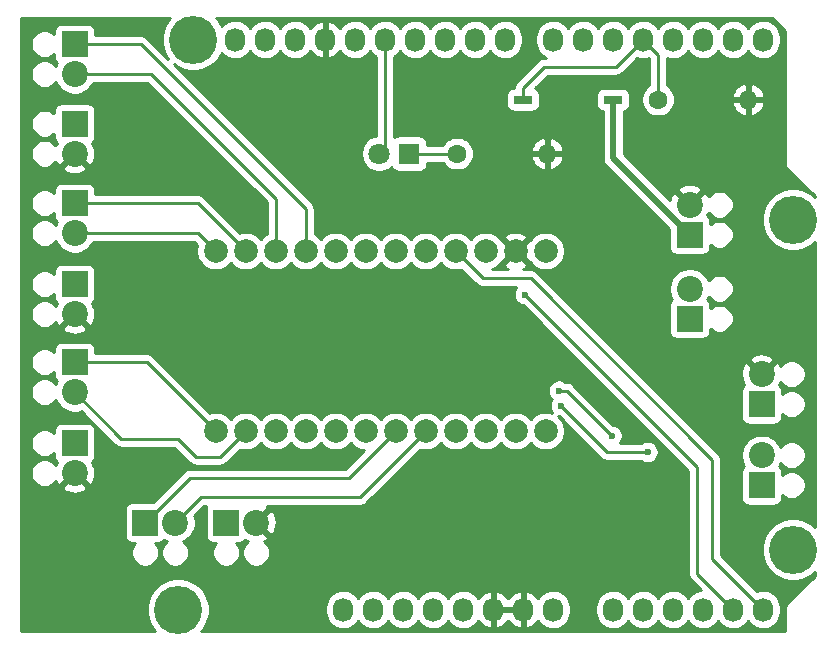
<source format=gtl>
%TF.GenerationSoftware,KiCad,Pcbnew,5.1.10-88a1d61d58~90~ubuntu20.04.1*%
%TF.CreationDate,2021-09-15T20:54:35-06:00*%
%TF.ProjectId,Shiled,5368696c-6564-42e6-9b69-6361645f7063,rev?*%
%TF.SameCoordinates,Original*%
%TF.FileFunction,Copper,L1,Top*%
%TF.FilePolarity,Positive*%
%FSLAX46Y46*%
G04 Gerber Fmt 4.6, Leading zero omitted, Abs format (unit mm)*
G04 Created by KiCad (PCBNEW 5.1.10-88a1d61d58~90~ubuntu20.04.1) date 2021-09-15 20:54:35*
%MOMM*%
%LPD*%
G01*
G04 APERTURE LIST*
%TA.AperFunction,ComponentPad*%
%ADD10C,2.000000*%
%TD*%
%TA.AperFunction,ComponentPad*%
%ADD11C,2.200000*%
%TD*%
%TA.AperFunction,ComponentPad*%
%ADD12R,2.200000X2.200000*%
%TD*%
%TA.AperFunction,ComponentPad*%
%ADD13O,1.600000X1.600000*%
%TD*%
%TA.AperFunction,ComponentPad*%
%ADD14C,1.600000*%
%TD*%
%TA.AperFunction,SMDPad,CuDef*%
%ADD15R,1.600000X0.760000*%
%TD*%
%TA.AperFunction,ComponentPad*%
%ADD16C,1.800000*%
%TD*%
%TA.AperFunction,ComponentPad*%
%ADD17R,1.800000X1.800000*%
%TD*%
%TA.AperFunction,ComponentPad*%
%ADD18O,1.727200X2.032000*%
%TD*%
%TA.AperFunction,ComponentPad*%
%ADD19C,4.064000*%
%TD*%
%TA.AperFunction,ViaPad*%
%ADD20C,0.600000*%
%TD*%
%TA.AperFunction,Conductor*%
%ADD21C,0.500000*%
%TD*%
%TA.AperFunction,Conductor*%
%ADD22C,0.250000*%
%TD*%
%TA.AperFunction,Conductor*%
%ADD23C,0.254000*%
%TD*%
%TA.AperFunction,Conductor*%
%ADD24C,0.100000*%
%TD*%
G04 APERTURE END LIST*
D10*
%TO.P,U1,24*%
%TO.N,N/C*%
X156083000Y-108712000D03*
%TO.P,U1,23*%
X153543000Y-108712000D03*
%TO.P,U1,22*%
X151003000Y-108712000D03*
%TO.P,U1,21*%
X148463000Y-108712000D03*
%TO.P,U1,20*%
%TO.N,SC5*%
X145923000Y-108712000D03*
%TO.P,U1,19*%
%TO.N,SD5*%
X143383000Y-108712000D03*
%TO.P,U1,18*%
%TO.N,SC4*%
X140843000Y-108712000D03*
%TO.P,U1,17*%
%TO.N,SD4*%
X138303000Y-108712000D03*
%TO.P,U1,16*%
%TO.N,SC3*%
X135763000Y-108712000D03*
%TO.P,U1,15*%
%TO.N,SD3*%
X133223000Y-108712000D03*
%TO.P,U1,14*%
%TO.N,SC2*%
X130683000Y-108712000D03*
%TO.P,U1,13*%
%TO.N,SD2*%
X128143000Y-108712000D03*
%TO.P,U1,12*%
%TO.N,SC1*%
X128143000Y-93472000D03*
%TO.P,U1,11*%
%TO.N,SD1*%
X130683000Y-93472000D03*
%TO.P,U1,10*%
%TO.N,SC0*%
X133223000Y-93472000D03*
%TO.P,U1,9*%
%TO.N,SD0*%
X135763000Y-93472000D03*
%TO.P,U1,8*%
%TO.N,N/C*%
X138303000Y-93472000D03*
%TO.P,U1,7*%
X140843000Y-93472000D03*
%TO.P,U1,6*%
X143383000Y-93472000D03*
%TO.P,U1,5*%
X145923000Y-93472000D03*
%TO.P,U1,4*%
%TO.N,A5(SCL)*%
X148463000Y-93472000D03*
%TO.P,U1,3*%
%TO.N,A4(SDA)*%
X151003000Y-93472000D03*
%TO.P,U1,2*%
%TO.N,GND*%
X153543000Y-93472000D03*
%TO.P,U1,1*%
%TO.N,+5V*%
X156083000Y-93472000D03*
%TD*%
D11*
%TO.P,J6,2*%
%TO.N,GND*%
X168275000Y-89535000D03*
D12*
%TO.P,J6,1*%
%TO.N,+5V*%
X168275000Y-92075000D03*
%TD*%
D13*
%TO.P,R3,2*%
%TO.N,GND*%
X156210000Y-85217000D03*
D14*
%TO.P,R3,1*%
%TO.N,Net-(D1-Pad1)*%
X148590000Y-85217000D03*
%TD*%
D13*
%TO.P,R2,2*%
%TO.N,GND*%
X173228000Y-80645000D03*
D14*
%TO.P,R2,1*%
%TO.N,4*%
X165608000Y-80645000D03*
%TD*%
D15*
%TO.P,SW1,2*%
%TO.N,4*%
X154178000Y-80645000D03*
%TO.P,SW1,1*%
%TO.N,+5V*%
X161798000Y-80645000D03*
%TD*%
D11*
%TO.P,J5,2*%
%TO.N,GND*%
X174371000Y-103886000D03*
D12*
%TO.P,J5,1*%
%TO.N,+5V*%
X174371000Y-106426000D03*
%TD*%
D11*
%TO.P,J4,2*%
%TO.N,GND*%
X116205000Y-112268000D03*
D12*
%TO.P,J4,1*%
%TO.N,+5V*%
X116205000Y-109728000D03*
%TD*%
D11*
%TO.P,J3,2*%
%TO.N,GND*%
X131572000Y-116459000D03*
D12*
%TO.P,J3,1*%
%TO.N,+5V*%
X129032000Y-116459000D03*
%TD*%
D11*
%TO.P,J2,2*%
%TO.N,GND*%
X116205000Y-98806000D03*
D12*
%TO.P,J2,1*%
%TO.N,+5V*%
X116205000Y-96266000D03*
%TD*%
D11*
%TO.P,J1,2*%
%TO.N,GND*%
X116205000Y-85217000D03*
D12*
%TO.P,J1,1*%
%TO.N,+5V*%
X116205000Y-82677000D03*
%TD*%
D11*
%TO.P,E6,2*%
%TO.N,SC5*%
X124714000Y-116459000D03*
D12*
%TO.P,E6,1*%
%TO.N,SD5*%
X122174000Y-116459000D03*
%TD*%
D11*
%TO.P,E5,2*%
%TO.N,SC4*%
X174371000Y-110744000D03*
D12*
%TO.P,E5,1*%
%TO.N,SD4*%
X174371000Y-113284000D03*
%TD*%
D11*
%TO.P,E4,2*%
%TO.N,SC3*%
X168275000Y-96647000D03*
D12*
%TO.P,E4,1*%
%TO.N,SD3*%
X168275000Y-99187000D03*
%TD*%
D11*
%TO.P,E3,2*%
%TO.N,SC2*%
X116205000Y-105410000D03*
D12*
%TO.P,E3,1*%
%TO.N,SD2*%
X116205000Y-102870000D03*
%TD*%
D11*
%TO.P,E2,2*%
%TO.N,SC1*%
X116205000Y-91948000D03*
D12*
%TO.P,E2,1*%
%TO.N,SD1*%
X116205000Y-89408000D03*
%TD*%
D11*
%TO.P,E1,2*%
%TO.N,SC0*%
X116205000Y-78486000D03*
D12*
%TO.P,E1,1*%
%TO.N,SD0*%
X116205000Y-75946000D03*
%TD*%
D16*
%TO.P,D1,2*%
%TO.N,12(MISO)*%
X141986000Y-85217000D03*
D17*
%TO.P,D1,1*%
%TO.N,Net-(D1-Pad1)*%
X144526000Y-85217000D03*
%TD*%
D18*
%TO.P,P1,1*%
%TO.N,N/C*%
X138938000Y-123825000D03*
%TO.P,P1,2*%
X141478000Y-123825000D03*
%TO.P,P1,3*%
X144018000Y-123825000D03*
%TO.P,P1,4*%
X146558000Y-123825000D03*
%TO.P,P1,5*%
%TO.N,+5V*%
X149098000Y-123825000D03*
%TO.P,P1,6*%
%TO.N,GND*%
X151638000Y-123825000D03*
%TO.P,P1,7*%
X154178000Y-123825000D03*
%TO.P,P1,8*%
%TO.N,N/C*%
X156718000Y-123825000D03*
%TD*%
%TO.P,P2,1*%
%TO.N,N/C*%
X161798000Y-123825000D03*
%TO.P,P2,2*%
X164338000Y-123825000D03*
%TO.P,P2,3*%
X166878000Y-123825000D03*
%TO.P,P2,4*%
X169418000Y-123825000D03*
%TO.P,P2,5*%
%TO.N,A4(SDA)*%
X171958000Y-123825000D03*
%TO.P,P2,6*%
%TO.N,A5(SCL)*%
X174498000Y-123825000D03*
%TD*%
%TO.P,P3,1*%
%TO.N,A5(SCL)*%
X129794000Y-75565000D03*
%TO.P,P3,2*%
%TO.N,A4(SDA)*%
X132334000Y-75565000D03*
%TO.P,P3,3*%
%TO.N,N/C*%
X134874000Y-75565000D03*
%TO.P,P3,4*%
%TO.N,GND*%
X137414000Y-75565000D03*
%TO.P,P3,5*%
%TO.N,N/C*%
X139954000Y-75565000D03*
%TO.P,P3,6*%
%TO.N,12(MISO)*%
X142494000Y-75565000D03*
%TO.P,P3,7*%
%TO.N,N/C*%
X145034000Y-75565000D03*
%TO.P,P3,8*%
X147574000Y-75565000D03*
%TO.P,P3,9*%
X150114000Y-75565000D03*
%TO.P,P3,10*%
X152654000Y-75565000D03*
%TD*%
%TO.P,P4,1*%
%TO.N,N/C*%
X156718000Y-75565000D03*
%TO.P,P4,2*%
X159258000Y-75565000D03*
%TO.P,P4,3*%
X161798000Y-75565000D03*
%TO.P,P4,4*%
%TO.N,4*%
X164338000Y-75565000D03*
%TO.P,P4,5*%
%TO.N,N/C*%
X166878000Y-75565000D03*
%TO.P,P4,6*%
X169418000Y-75565000D03*
%TO.P,P4,7*%
X171958000Y-75565000D03*
%TO.P,P4,8*%
X174498000Y-75565000D03*
%TD*%
D19*
%TO.P,P5,1*%
%TO.N,N/C*%
X124968000Y-123825000D03*
%TD*%
%TO.P,P6,1*%
%TO.N,N/C*%
X177038000Y-118745000D03*
%TD*%
%TO.P,P7,1*%
%TO.N,N/C*%
X126238000Y-75565000D03*
%TD*%
%TO.P,P8,1*%
%TO.N,N/C*%
X177038000Y-90805000D03*
%TD*%
D20*
%TO.N,SC4*%
X157353000Y-106553000D03*
X164719000Y-110490000D03*
%TO.N,SD4*%
X157226000Y-105283000D03*
X161671000Y-109093000D03*
%TO.N,A4(SDA)*%
X154305000Y-97155000D03*
%TD*%
D21*
%TO.N,+5V*%
X161798000Y-85598000D02*
X168275000Y-92075000D01*
X161798000Y-80645000D02*
X161798000Y-85598000D01*
D22*
%TO.N,Net-(D1-Pad1)*%
X144526000Y-85217000D02*
X148590000Y-85217000D01*
%TO.N,SC0*%
X116205000Y-78486000D02*
X122555000Y-78486000D01*
X133223000Y-93472000D02*
X133223000Y-89027000D01*
X122682000Y-78486000D02*
X122555000Y-78486000D01*
X133223000Y-89027000D02*
X122682000Y-78486000D01*
%TO.N,SD0*%
X116205000Y-75946000D02*
X121793000Y-75946000D01*
X135763000Y-89916000D02*
X135763000Y-93472000D01*
X121793000Y-75946000D02*
X135763000Y-89916000D01*
%TO.N,SC1*%
X126619000Y-91948000D02*
X128143000Y-93472000D01*
X116205000Y-91948000D02*
X126619000Y-91948000D01*
%TO.N,SD1*%
X126619000Y-89408000D02*
X130683000Y-93472000D01*
X116205000Y-89408000D02*
X126619000Y-89408000D01*
%TO.N,SC2*%
X116205000Y-105410000D02*
X120142000Y-109347000D01*
X120142000Y-109347000D02*
X124968000Y-109347000D01*
X124968000Y-109347000D02*
X126492000Y-110871000D01*
X128524000Y-110871000D02*
X130683000Y-108712000D01*
X126492000Y-110871000D02*
X128524000Y-110871000D01*
%TO.N,SD2*%
X122301000Y-102870000D02*
X128143000Y-108712000D01*
X116205000Y-102870000D02*
X122301000Y-102870000D01*
%TO.N,SC4*%
X157353000Y-106553000D02*
X161290000Y-110490000D01*
X161290000Y-110490000D02*
X164719000Y-110490000D01*
%TO.N,SD4*%
X157226000Y-105283000D02*
X157861000Y-105283000D01*
X157861000Y-105283000D02*
X161671000Y-109093000D01*
%TO.N,SC5*%
X124714000Y-116459000D02*
X126873000Y-114300000D01*
X140335000Y-114300000D02*
X145923000Y-108712000D01*
X126873000Y-114300000D02*
X140335000Y-114300000D01*
%TO.N,SD5*%
X122174000Y-116459000D02*
X125984000Y-112649000D01*
X139446000Y-112649000D02*
X143383000Y-108712000D01*
X125984000Y-112649000D02*
X139446000Y-112649000D01*
%TO.N,A4(SDA)*%
X171958000Y-123825000D02*
X168910000Y-120777000D01*
X168910000Y-120777000D02*
X168910000Y-111760000D01*
X168910000Y-111760000D02*
X154305000Y-97155000D01*
%TO.N,A5(SCL)*%
X148463000Y-93472000D02*
X150749000Y-95758000D01*
X150749000Y-95758000D02*
X154813000Y-95758000D01*
X154813000Y-95758000D02*
X170180000Y-111125000D01*
X170180000Y-119507000D02*
X174498000Y-123825000D01*
X170180000Y-111125000D02*
X170180000Y-119507000D01*
%TO.N,4*%
X165608000Y-76835000D02*
X164338000Y-75565000D01*
X165608000Y-80645000D02*
X165608000Y-76835000D01*
X154178000Y-80645000D02*
X154178000Y-79629000D01*
X154178000Y-79629000D02*
X155956000Y-77851000D01*
X162052000Y-77851000D02*
X164338000Y-75565000D01*
X155956000Y-77851000D02*
X162052000Y-77851000D01*
%TO.N,12(MISO)*%
X142494000Y-84709000D02*
X141986000Y-85217000D01*
X142494000Y-75565000D02*
X142494000Y-84709000D01*
%TD*%
D23*
%TO.N,GND*%
X124166406Y-73864887D02*
X123874536Y-74301702D01*
X123673492Y-74787065D01*
X123571000Y-75302323D01*
X123571000Y-75827677D01*
X123673492Y-76342935D01*
X123874536Y-76828298D01*
X124125109Y-77203308D01*
X122356804Y-75435003D01*
X122333001Y-75405999D01*
X122217276Y-75311026D01*
X122085247Y-75240454D01*
X121941986Y-75196997D01*
X121830333Y-75186000D01*
X121830322Y-75186000D01*
X121793000Y-75182324D01*
X121755678Y-75186000D01*
X117943072Y-75186000D01*
X117943072Y-74846000D01*
X117930812Y-74721518D01*
X117894502Y-74601820D01*
X117835537Y-74491506D01*
X117756185Y-74394815D01*
X117659494Y-74315463D01*
X117549180Y-74256498D01*
X117429482Y-74220188D01*
X117305000Y-74207928D01*
X115105000Y-74207928D01*
X114980518Y-74220188D01*
X114860820Y-74256498D01*
X114750506Y-74315463D01*
X114653815Y-74394815D01*
X114574463Y-74491506D01*
X114515498Y-74601820D01*
X114479188Y-74721518D01*
X114466928Y-74846000D01*
X114466928Y-75072084D01*
X114420394Y-75025550D01*
X114226308Y-74895866D01*
X114010652Y-74806539D01*
X113781712Y-74761000D01*
X113548288Y-74761000D01*
X113319348Y-74806539D01*
X113103692Y-74895866D01*
X112909606Y-75025550D01*
X112744550Y-75190606D01*
X112614866Y-75384692D01*
X112525539Y-75600348D01*
X112480000Y-75829288D01*
X112480000Y-76062712D01*
X112525539Y-76291652D01*
X112614866Y-76507308D01*
X112744550Y-76701394D01*
X112909606Y-76866450D01*
X113103692Y-76996134D01*
X113319348Y-77085461D01*
X113548288Y-77131000D01*
X113781712Y-77131000D01*
X114010652Y-77085461D01*
X114226308Y-76996134D01*
X114420394Y-76866450D01*
X114466928Y-76819916D01*
X114466928Y-77046000D01*
X114479188Y-77170482D01*
X114515498Y-77290180D01*
X114574463Y-77400494D01*
X114653815Y-77497185D01*
X114734690Y-77563557D01*
X114667463Y-77664169D01*
X114619090Y-77780952D01*
X114585450Y-77730606D01*
X114420394Y-77565550D01*
X114226308Y-77435866D01*
X114010652Y-77346539D01*
X113781712Y-77301000D01*
X113548288Y-77301000D01*
X113319348Y-77346539D01*
X113103692Y-77435866D01*
X112909606Y-77565550D01*
X112744550Y-77730606D01*
X112614866Y-77924692D01*
X112525539Y-78140348D01*
X112480000Y-78369288D01*
X112480000Y-78602712D01*
X112525539Y-78831652D01*
X112614866Y-79047308D01*
X112744550Y-79241394D01*
X112909606Y-79406450D01*
X113103692Y-79536134D01*
X113319348Y-79625461D01*
X113548288Y-79671000D01*
X113781712Y-79671000D01*
X114010652Y-79625461D01*
X114226308Y-79536134D01*
X114420394Y-79406450D01*
X114585450Y-79241394D01*
X114619090Y-79191048D01*
X114667463Y-79307831D01*
X114857337Y-79591998D01*
X115099002Y-79833663D01*
X115383169Y-80023537D01*
X115698919Y-80154325D01*
X116034117Y-80221000D01*
X116375883Y-80221000D01*
X116711081Y-80154325D01*
X117026831Y-80023537D01*
X117310998Y-79833663D01*
X117552663Y-79591998D01*
X117742537Y-79307831D01*
X117768148Y-79246000D01*
X122367199Y-79246000D01*
X132463001Y-89341803D01*
X132463000Y-92017091D01*
X132448537Y-92023082D01*
X132180748Y-92202013D01*
X131953013Y-92429748D01*
X131953000Y-92429767D01*
X131952987Y-92429748D01*
X131725252Y-92202013D01*
X131457463Y-92023082D01*
X131159912Y-91899832D01*
X130844033Y-91837000D01*
X130521967Y-91837000D01*
X130206088Y-91899832D01*
X130191625Y-91905823D01*
X127182804Y-88897003D01*
X127159001Y-88867999D01*
X127043276Y-88773026D01*
X126911247Y-88702454D01*
X126767986Y-88658997D01*
X126656333Y-88648000D01*
X126656322Y-88648000D01*
X126619000Y-88644324D01*
X126581678Y-88648000D01*
X117943072Y-88648000D01*
X117943072Y-88308000D01*
X117930812Y-88183518D01*
X117894502Y-88063820D01*
X117835537Y-87953506D01*
X117756185Y-87856815D01*
X117659494Y-87777463D01*
X117549180Y-87718498D01*
X117429482Y-87682188D01*
X117305000Y-87669928D01*
X115105000Y-87669928D01*
X114980518Y-87682188D01*
X114860820Y-87718498D01*
X114750506Y-87777463D01*
X114653815Y-87856815D01*
X114574463Y-87953506D01*
X114515498Y-88063820D01*
X114479188Y-88183518D01*
X114466928Y-88308000D01*
X114466928Y-88534084D01*
X114420394Y-88487550D01*
X114226308Y-88357866D01*
X114010652Y-88268539D01*
X113781712Y-88223000D01*
X113548288Y-88223000D01*
X113319348Y-88268539D01*
X113103692Y-88357866D01*
X112909606Y-88487550D01*
X112744550Y-88652606D01*
X112614866Y-88846692D01*
X112525539Y-89062348D01*
X112480000Y-89291288D01*
X112480000Y-89524712D01*
X112525539Y-89753652D01*
X112614866Y-89969308D01*
X112744550Y-90163394D01*
X112909606Y-90328450D01*
X113103692Y-90458134D01*
X113319348Y-90547461D01*
X113548288Y-90593000D01*
X113781712Y-90593000D01*
X114010652Y-90547461D01*
X114226308Y-90458134D01*
X114420394Y-90328450D01*
X114466928Y-90281916D01*
X114466928Y-90508000D01*
X114479188Y-90632482D01*
X114515498Y-90752180D01*
X114574463Y-90862494D01*
X114653815Y-90959185D01*
X114734690Y-91025557D01*
X114667463Y-91126169D01*
X114619090Y-91242952D01*
X114585450Y-91192606D01*
X114420394Y-91027550D01*
X114226308Y-90897866D01*
X114010652Y-90808539D01*
X113781712Y-90763000D01*
X113548288Y-90763000D01*
X113319348Y-90808539D01*
X113103692Y-90897866D01*
X112909606Y-91027550D01*
X112744550Y-91192606D01*
X112614866Y-91386692D01*
X112525539Y-91602348D01*
X112480000Y-91831288D01*
X112480000Y-92064712D01*
X112525539Y-92293652D01*
X112614866Y-92509308D01*
X112744550Y-92703394D01*
X112909606Y-92868450D01*
X113103692Y-92998134D01*
X113319348Y-93087461D01*
X113548288Y-93133000D01*
X113781712Y-93133000D01*
X114010652Y-93087461D01*
X114226308Y-92998134D01*
X114420394Y-92868450D01*
X114585450Y-92703394D01*
X114619090Y-92653048D01*
X114667463Y-92769831D01*
X114857337Y-93053998D01*
X115099002Y-93295663D01*
X115383169Y-93485537D01*
X115698919Y-93616325D01*
X116034117Y-93683000D01*
X116375883Y-93683000D01*
X116711081Y-93616325D01*
X117026831Y-93485537D01*
X117310998Y-93295663D01*
X117552663Y-93053998D01*
X117742537Y-92769831D01*
X117768148Y-92708000D01*
X126304199Y-92708000D01*
X126576823Y-92980625D01*
X126570832Y-92995088D01*
X126508000Y-93310967D01*
X126508000Y-93633033D01*
X126570832Y-93948912D01*
X126694082Y-94246463D01*
X126873013Y-94514252D01*
X127100748Y-94741987D01*
X127368537Y-94920918D01*
X127666088Y-95044168D01*
X127981967Y-95107000D01*
X128304033Y-95107000D01*
X128619912Y-95044168D01*
X128917463Y-94920918D01*
X129185252Y-94741987D01*
X129412987Y-94514252D01*
X129413000Y-94514233D01*
X129413013Y-94514252D01*
X129640748Y-94741987D01*
X129908537Y-94920918D01*
X130206088Y-95044168D01*
X130521967Y-95107000D01*
X130844033Y-95107000D01*
X131159912Y-95044168D01*
X131457463Y-94920918D01*
X131725252Y-94741987D01*
X131952987Y-94514252D01*
X131953000Y-94514233D01*
X131953013Y-94514252D01*
X132180748Y-94741987D01*
X132448537Y-94920918D01*
X132746088Y-95044168D01*
X133061967Y-95107000D01*
X133384033Y-95107000D01*
X133699912Y-95044168D01*
X133997463Y-94920918D01*
X134265252Y-94741987D01*
X134492987Y-94514252D01*
X134493000Y-94514233D01*
X134493013Y-94514252D01*
X134720748Y-94741987D01*
X134988537Y-94920918D01*
X135286088Y-95044168D01*
X135601967Y-95107000D01*
X135924033Y-95107000D01*
X136239912Y-95044168D01*
X136537463Y-94920918D01*
X136805252Y-94741987D01*
X137032987Y-94514252D01*
X137033000Y-94514233D01*
X137033013Y-94514252D01*
X137260748Y-94741987D01*
X137528537Y-94920918D01*
X137826088Y-95044168D01*
X138141967Y-95107000D01*
X138464033Y-95107000D01*
X138779912Y-95044168D01*
X139077463Y-94920918D01*
X139345252Y-94741987D01*
X139572987Y-94514252D01*
X139573000Y-94514233D01*
X139573013Y-94514252D01*
X139800748Y-94741987D01*
X140068537Y-94920918D01*
X140366088Y-95044168D01*
X140681967Y-95107000D01*
X141004033Y-95107000D01*
X141319912Y-95044168D01*
X141617463Y-94920918D01*
X141885252Y-94741987D01*
X142112987Y-94514252D01*
X142113000Y-94514233D01*
X142113013Y-94514252D01*
X142340748Y-94741987D01*
X142608537Y-94920918D01*
X142906088Y-95044168D01*
X143221967Y-95107000D01*
X143544033Y-95107000D01*
X143859912Y-95044168D01*
X144157463Y-94920918D01*
X144425252Y-94741987D01*
X144652987Y-94514252D01*
X144653000Y-94514233D01*
X144653013Y-94514252D01*
X144880748Y-94741987D01*
X145148537Y-94920918D01*
X145446088Y-95044168D01*
X145761967Y-95107000D01*
X146084033Y-95107000D01*
X146399912Y-95044168D01*
X146697463Y-94920918D01*
X146965252Y-94741987D01*
X147192987Y-94514252D01*
X147193000Y-94514233D01*
X147193013Y-94514252D01*
X147420748Y-94741987D01*
X147688537Y-94920918D01*
X147986088Y-95044168D01*
X148301967Y-95107000D01*
X148624033Y-95107000D01*
X148939912Y-95044168D01*
X148954376Y-95038177D01*
X150185200Y-96269002D01*
X150208999Y-96298001D01*
X150324724Y-96392974D01*
X150456753Y-96463546D01*
X150600014Y-96507003D01*
X150711667Y-96518000D01*
X150711676Y-96518000D01*
X150748999Y-96521676D01*
X150786322Y-96518000D01*
X153619710Y-96518000D01*
X153578738Y-96558972D01*
X153476414Y-96712111D01*
X153405932Y-96882271D01*
X153370000Y-97062911D01*
X153370000Y-97247089D01*
X153405932Y-97427729D01*
X153476414Y-97597889D01*
X153578738Y-97751028D01*
X153708972Y-97881262D01*
X153862111Y-97983586D01*
X154032271Y-98054068D01*
X154153352Y-98078153D01*
X168150001Y-112074803D01*
X168150000Y-120739678D01*
X168146324Y-120777000D01*
X168150000Y-120814322D01*
X168150000Y-120814332D01*
X168160997Y-120925985D01*
X168204454Y-121069246D01*
X168275026Y-121201276D01*
X168314871Y-121249826D01*
X168369999Y-121317001D01*
X168399003Y-121340804D01*
X169242257Y-122184058D01*
X169124223Y-122195684D01*
X168841736Y-122281375D01*
X168581394Y-122420531D01*
X168353203Y-122607803D01*
X168165931Y-122835995D01*
X168148000Y-122869541D01*
X168130069Y-122835994D01*
X167942797Y-122607803D01*
X167714605Y-122420531D01*
X167454263Y-122281375D01*
X167171776Y-122195684D01*
X166878000Y-122166749D01*
X166584223Y-122195684D01*
X166301736Y-122281375D01*
X166041394Y-122420531D01*
X165813203Y-122607803D01*
X165625931Y-122835995D01*
X165608000Y-122869541D01*
X165590069Y-122835994D01*
X165402797Y-122607803D01*
X165174605Y-122420531D01*
X164914263Y-122281375D01*
X164631776Y-122195684D01*
X164338000Y-122166749D01*
X164044223Y-122195684D01*
X163761736Y-122281375D01*
X163501394Y-122420531D01*
X163273203Y-122607803D01*
X163085931Y-122835995D01*
X163068000Y-122869541D01*
X163050069Y-122835994D01*
X162862797Y-122607803D01*
X162634605Y-122420531D01*
X162374263Y-122281375D01*
X162091776Y-122195684D01*
X161798000Y-122166749D01*
X161504223Y-122195684D01*
X161221736Y-122281375D01*
X160961394Y-122420531D01*
X160733203Y-122607803D01*
X160545931Y-122835995D01*
X160406775Y-123096337D01*
X160321084Y-123378824D01*
X160299400Y-123598982D01*
X160299400Y-124051019D01*
X160321084Y-124271177D01*
X160406775Y-124553664D01*
X160545931Y-124814006D01*
X160733203Y-125042197D01*
X160961395Y-125229469D01*
X161221737Y-125368625D01*
X161504224Y-125454316D01*
X161798000Y-125483251D01*
X162091777Y-125454316D01*
X162374264Y-125368625D01*
X162634606Y-125229469D01*
X162862797Y-125042197D01*
X163050069Y-124814006D01*
X163068000Y-124780459D01*
X163085931Y-124814006D01*
X163273203Y-125042197D01*
X163501395Y-125229469D01*
X163761737Y-125368625D01*
X164044224Y-125454316D01*
X164338000Y-125483251D01*
X164631777Y-125454316D01*
X164914264Y-125368625D01*
X165174606Y-125229469D01*
X165402797Y-125042197D01*
X165590069Y-124814006D01*
X165608000Y-124780459D01*
X165625931Y-124814006D01*
X165813203Y-125042197D01*
X166041395Y-125229469D01*
X166301737Y-125368625D01*
X166584224Y-125454316D01*
X166878000Y-125483251D01*
X167171777Y-125454316D01*
X167454264Y-125368625D01*
X167714606Y-125229469D01*
X167942797Y-125042197D01*
X168130069Y-124814006D01*
X168148000Y-124780459D01*
X168165931Y-124814006D01*
X168353203Y-125042197D01*
X168581395Y-125229469D01*
X168841737Y-125368625D01*
X169124224Y-125454316D01*
X169418000Y-125483251D01*
X169711777Y-125454316D01*
X169994264Y-125368625D01*
X170254606Y-125229469D01*
X170482797Y-125042197D01*
X170670069Y-124814006D01*
X170688000Y-124780459D01*
X170705931Y-124814006D01*
X170893203Y-125042197D01*
X171121395Y-125229469D01*
X171381737Y-125368625D01*
X171664224Y-125454316D01*
X171958000Y-125483251D01*
X172251777Y-125454316D01*
X172534264Y-125368625D01*
X172794606Y-125229469D01*
X173022797Y-125042197D01*
X173210069Y-124814006D01*
X173228000Y-124780459D01*
X173245931Y-124814006D01*
X173433203Y-125042197D01*
X173661395Y-125229469D01*
X173921737Y-125368625D01*
X174204224Y-125454316D01*
X174498000Y-125483251D01*
X174791777Y-125454316D01*
X175074264Y-125368625D01*
X175334606Y-125229469D01*
X175562797Y-125042197D01*
X175750069Y-124814006D01*
X175889225Y-124553663D01*
X175974916Y-124271176D01*
X175996600Y-124051018D01*
X175996600Y-123598981D01*
X175974916Y-123378823D01*
X175889225Y-123096336D01*
X175750069Y-122835994D01*
X175562797Y-122607803D01*
X175334605Y-122420531D01*
X175074263Y-122281375D01*
X174791776Y-122195684D01*
X174498000Y-122166749D01*
X174204223Y-122195684D01*
X174004171Y-122256369D01*
X170940000Y-119192199D01*
X170940000Y-112184000D01*
X172632928Y-112184000D01*
X172632928Y-114384000D01*
X172645188Y-114508482D01*
X172681498Y-114628180D01*
X172740463Y-114738494D01*
X172819815Y-114835185D01*
X172916506Y-114914537D01*
X173026820Y-114973502D01*
X173146518Y-115009812D01*
X173271000Y-115022072D01*
X175471000Y-115022072D01*
X175595482Y-115009812D01*
X175715180Y-114973502D01*
X175825494Y-114914537D01*
X175922185Y-114835185D01*
X176001537Y-114738494D01*
X176060502Y-114628180D01*
X176096812Y-114508482D01*
X176109072Y-114384000D01*
X176109072Y-114157916D01*
X176155606Y-114204450D01*
X176349692Y-114334134D01*
X176565348Y-114423461D01*
X176794288Y-114469000D01*
X177027712Y-114469000D01*
X177256652Y-114423461D01*
X177472308Y-114334134D01*
X177666394Y-114204450D01*
X177831450Y-114039394D01*
X177961134Y-113845308D01*
X178050461Y-113629652D01*
X178096000Y-113400712D01*
X178096000Y-113167288D01*
X178050461Y-112938348D01*
X177961134Y-112722692D01*
X177831450Y-112528606D01*
X177666394Y-112363550D01*
X177472308Y-112233866D01*
X177256652Y-112144539D01*
X177027712Y-112099000D01*
X176794288Y-112099000D01*
X176565348Y-112144539D01*
X176349692Y-112233866D01*
X176155606Y-112363550D01*
X176109072Y-112410084D01*
X176109072Y-112184000D01*
X176096812Y-112059518D01*
X176060502Y-111939820D01*
X176001537Y-111829506D01*
X175922185Y-111732815D01*
X175841310Y-111666443D01*
X175908537Y-111565831D01*
X175956910Y-111449048D01*
X175990550Y-111499394D01*
X176155606Y-111664450D01*
X176349692Y-111794134D01*
X176565348Y-111883461D01*
X176794288Y-111929000D01*
X177027712Y-111929000D01*
X177256652Y-111883461D01*
X177472308Y-111794134D01*
X177666394Y-111664450D01*
X177831450Y-111499394D01*
X177961134Y-111305308D01*
X178050461Y-111089652D01*
X178096000Y-110860712D01*
X178096000Y-110627288D01*
X178050461Y-110398348D01*
X177961134Y-110182692D01*
X177831450Y-109988606D01*
X177666394Y-109823550D01*
X177472308Y-109693866D01*
X177256652Y-109604539D01*
X177027712Y-109559000D01*
X176794288Y-109559000D01*
X176565348Y-109604539D01*
X176349692Y-109693866D01*
X176155606Y-109823550D01*
X175990550Y-109988606D01*
X175956910Y-110038952D01*
X175908537Y-109922169D01*
X175718663Y-109638002D01*
X175476998Y-109396337D01*
X175192831Y-109206463D01*
X174877081Y-109075675D01*
X174541883Y-109009000D01*
X174200117Y-109009000D01*
X173864919Y-109075675D01*
X173549169Y-109206463D01*
X173265002Y-109396337D01*
X173023337Y-109638002D01*
X172833463Y-109922169D01*
X172702675Y-110237919D01*
X172636000Y-110573117D01*
X172636000Y-110914883D01*
X172702675Y-111250081D01*
X172833463Y-111565831D01*
X172900690Y-111666443D01*
X172819815Y-111732815D01*
X172740463Y-111829506D01*
X172681498Y-111939820D01*
X172645188Y-112059518D01*
X172632928Y-112184000D01*
X170940000Y-112184000D01*
X170940000Y-111162323D01*
X170943676Y-111125000D01*
X170940000Y-111087677D01*
X170940000Y-111087667D01*
X170929003Y-110976014D01*
X170885546Y-110832753D01*
X170814974Y-110700724D01*
X170720001Y-110584999D01*
X170691004Y-110561202D01*
X164074441Y-103944639D01*
X172628591Y-103944639D01*
X172673511Y-104283439D01*
X172783664Y-104606966D01*
X172889662Y-104805274D01*
X172899733Y-104809228D01*
X172819815Y-104874815D01*
X172740463Y-104971506D01*
X172681498Y-105081820D01*
X172645188Y-105201518D01*
X172632928Y-105326000D01*
X172632928Y-107526000D01*
X172645188Y-107650482D01*
X172681498Y-107770180D01*
X172740463Y-107880494D01*
X172819815Y-107977185D01*
X172916506Y-108056537D01*
X173026820Y-108115502D01*
X173146518Y-108151812D01*
X173271000Y-108164072D01*
X175471000Y-108164072D01*
X175595482Y-108151812D01*
X175715180Y-108115502D01*
X175825494Y-108056537D01*
X175922185Y-107977185D01*
X176001537Y-107880494D01*
X176060502Y-107770180D01*
X176096812Y-107650482D01*
X176109072Y-107526000D01*
X176109072Y-107299916D01*
X176155606Y-107346450D01*
X176349692Y-107476134D01*
X176565348Y-107565461D01*
X176794288Y-107611000D01*
X177027712Y-107611000D01*
X177256652Y-107565461D01*
X177472308Y-107476134D01*
X177666394Y-107346450D01*
X177831450Y-107181394D01*
X177961134Y-106987308D01*
X178050461Y-106771652D01*
X178096000Y-106542712D01*
X178096000Y-106309288D01*
X178050461Y-106080348D01*
X177961134Y-105864692D01*
X177831450Y-105670606D01*
X177666394Y-105505550D01*
X177472308Y-105375866D01*
X177256652Y-105286539D01*
X177027712Y-105241000D01*
X176794288Y-105241000D01*
X176565348Y-105286539D01*
X176349692Y-105375866D01*
X176155606Y-105505550D01*
X176109072Y-105552084D01*
X176109072Y-105326000D01*
X176096812Y-105201518D01*
X176060502Y-105081820D01*
X176001537Y-104971506D01*
X175922185Y-104874815D01*
X175842267Y-104809228D01*
X175852338Y-104805274D01*
X175957387Y-104591762D01*
X175990550Y-104641394D01*
X176155606Y-104806450D01*
X176349692Y-104936134D01*
X176565348Y-105025461D01*
X176794288Y-105071000D01*
X177027712Y-105071000D01*
X177256652Y-105025461D01*
X177472308Y-104936134D01*
X177666394Y-104806450D01*
X177831450Y-104641394D01*
X177961134Y-104447308D01*
X178050461Y-104231652D01*
X178096000Y-104002712D01*
X178096000Y-103769288D01*
X178050461Y-103540348D01*
X177961134Y-103324692D01*
X177831450Y-103130606D01*
X177666394Y-102965550D01*
X177472308Y-102835866D01*
X177256652Y-102746539D01*
X177027712Y-102701000D01*
X176794288Y-102701000D01*
X176565348Y-102746539D01*
X176349692Y-102835866D01*
X176155606Y-102965550D01*
X175990550Y-103130606D01*
X175961445Y-103174165D01*
X175958336Y-103165034D01*
X175852338Y-102966726D01*
X175577712Y-102858893D01*
X174550605Y-103886000D01*
X174564748Y-103900143D01*
X174385143Y-104079748D01*
X174371000Y-104065605D01*
X174356858Y-104079748D01*
X174177253Y-103900143D01*
X174191395Y-103886000D01*
X173164288Y-102858893D01*
X172889662Y-102966726D01*
X172738784Y-103273384D01*
X172650631Y-103603585D01*
X172628591Y-103944639D01*
X164074441Y-103944639D01*
X162809090Y-102679288D01*
X173343893Y-102679288D01*
X174371000Y-103706395D01*
X175398107Y-102679288D01*
X175290274Y-102404662D01*
X174983616Y-102253784D01*
X174653415Y-102165631D01*
X174312361Y-102143591D01*
X173973561Y-102188511D01*
X173650034Y-102298664D01*
X173451726Y-102404662D01*
X173343893Y-102679288D01*
X162809090Y-102679288D01*
X158216802Y-98087000D01*
X166536928Y-98087000D01*
X166536928Y-100287000D01*
X166549188Y-100411482D01*
X166585498Y-100531180D01*
X166644463Y-100641494D01*
X166723815Y-100738185D01*
X166820506Y-100817537D01*
X166930820Y-100876502D01*
X167050518Y-100912812D01*
X167175000Y-100925072D01*
X169375000Y-100925072D01*
X169499482Y-100912812D01*
X169619180Y-100876502D01*
X169729494Y-100817537D01*
X169826185Y-100738185D01*
X169905537Y-100641494D01*
X169964502Y-100531180D01*
X170000812Y-100411482D01*
X170013072Y-100287000D01*
X170013072Y-100060916D01*
X170059606Y-100107450D01*
X170253692Y-100237134D01*
X170469348Y-100326461D01*
X170698288Y-100372000D01*
X170931712Y-100372000D01*
X171160652Y-100326461D01*
X171376308Y-100237134D01*
X171570394Y-100107450D01*
X171735450Y-99942394D01*
X171865134Y-99748308D01*
X171954461Y-99532652D01*
X172000000Y-99303712D01*
X172000000Y-99070288D01*
X171954461Y-98841348D01*
X171865134Y-98625692D01*
X171735450Y-98431606D01*
X171570394Y-98266550D01*
X171376308Y-98136866D01*
X171160652Y-98047539D01*
X170931712Y-98002000D01*
X170698288Y-98002000D01*
X170469348Y-98047539D01*
X170253692Y-98136866D01*
X170059606Y-98266550D01*
X170013072Y-98313084D01*
X170013072Y-98087000D01*
X170000812Y-97962518D01*
X169964502Y-97842820D01*
X169905537Y-97732506D01*
X169826185Y-97635815D01*
X169745310Y-97569443D01*
X169812537Y-97468831D01*
X169860910Y-97352048D01*
X169894550Y-97402394D01*
X170059606Y-97567450D01*
X170253692Y-97697134D01*
X170469348Y-97786461D01*
X170698288Y-97832000D01*
X170931712Y-97832000D01*
X171160652Y-97786461D01*
X171376308Y-97697134D01*
X171570394Y-97567450D01*
X171735450Y-97402394D01*
X171865134Y-97208308D01*
X171954461Y-96992652D01*
X172000000Y-96763712D01*
X172000000Y-96530288D01*
X171954461Y-96301348D01*
X171865134Y-96085692D01*
X171735450Y-95891606D01*
X171570394Y-95726550D01*
X171376308Y-95596866D01*
X171160652Y-95507539D01*
X170931712Y-95462000D01*
X170698288Y-95462000D01*
X170469348Y-95507539D01*
X170253692Y-95596866D01*
X170059606Y-95726550D01*
X169894550Y-95891606D01*
X169860910Y-95941952D01*
X169812537Y-95825169D01*
X169622663Y-95541002D01*
X169380998Y-95299337D01*
X169096831Y-95109463D01*
X168781081Y-94978675D01*
X168445883Y-94912000D01*
X168104117Y-94912000D01*
X167768919Y-94978675D01*
X167453169Y-95109463D01*
X167169002Y-95299337D01*
X166927337Y-95541002D01*
X166737463Y-95825169D01*
X166606675Y-96140919D01*
X166540000Y-96476117D01*
X166540000Y-96817883D01*
X166606675Y-97153081D01*
X166737463Y-97468831D01*
X166804690Y-97569443D01*
X166723815Y-97635815D01*
X166644463Y-97732506D01*
X166585498Y-97842820D01*
X166549188Y-97962518D01*
X166536928Y-98087000D01*
X158216802Y-98087000D01*
X155376804Y-95247003D01*
X155353001Y-95217999D01*
X155237276Y-95123026D01*
X155105247Y-95052454D01*
X154961986Y-95008997D01*
X154850333Y-94998000D01*
X154850322Y-94998000D01*
X154813000Y-94994324D01*
X154775678Y-94998000D01*
X154132973Y-94998000D01*
X154229088Y-94964795D01*
X154403044Y-94871814D01*
X154498808Y-94607413D01*
X153543000Y-93651605D01*
X152587192Y-94607413D01*
X152682956Y-94871814D01*
X152942345Y-94998000D01*
X151591371Y-94998000D01*
X151777463Y-94920918D01*
X152045252Y-94741987D01*
X152272987Y-94514252D01*
X152345720Y-94405400D01*
X152407587Y-94427808D01*
X153363395Y-93472000D01*
X153722605Y-93472000D01*
X154678413Y-94427808D01*
X154740280Y-94405400D01*
X154813013Y-94514252D01*
X155040748Y-94741987D01*
X155308537Y-94920918D01*
X155606088Y-95044168D01*
X155921967Y-95107000D01*
X156244033Y-95107000D01*
X156559912Y-95044168D01*
X156857463Y-94920918D01*
X157125252Y-94741987D01*
X157352987Y-94514252D01*
X157531918Y-94246463D01*
X157655168Y-93948912D01*
X157718000Y-93633033D01*
X157718000Y-93310967D01*
X157655168Y-92995088D01*
X157531918Y-92697537D01*
X157352987Y-92429748D01*
X157125252Y-92202013D01*
X156857463Y-92023082D01*
X156559912Y-91899832D01*
X156244033Y-91837000D01*
X155921967Y-91837000D01*
X155606088Y-91899832D01*
X155308537Y-92023082D01*
X155040748Y-92202013D01*
X154813013Y-92429748D01*
X154740280Y-92538600D01*
X154678413Y-92516192D01*
X153722605Y-93472000D01*
X153363395Y-93472000D01*
X152407587Y-92516192D01*
X152345720Y-92538600D01*
X152272987Y-92429748D01*
X152179826Y-92336587D01*
X152587192Y-92336587D01*
X153543000Y-93292395D01*
X154498808Y-92336587D01*
X154403044Y-92072186D01*
X154113429Y-91931296D01*
X153801892Y-91849616D01*
X153480405Y-91830282D01*
X153161325Y-91874039D01*
X152856912Y-91979205D01*
X152682956Y-92072186D01*
X152587192Y-92336587D01*
X152179826Y-92336587D01*
X152045252Y-92202013D01*
X151777463Y-92023082D01*
X151479912Y-91899832D01*
X151164033Y-91837000D01*
X150841967Y-91837000D01*
X150526088Y-91899832D01*
X150228537Y-92023082D01*
X149960748Y-92202013D01*
X149733013Y-92429748D01*
X149733000Y-92429767D01*
X149732987Y-92429748D01*
X149505252Y-92202013D01*
X149237463Y-92023082D01*
X148939912Y-91899832D01*
X148624033Y-91837000D01*
X148301967Y-91837000D01*
X147986088Y-91899832D01*
X147688537Y-92023082D01*
X147420748Y-92202013D01*
X147193013Y-92429748D01*
X147193000Y-92429767D01*
X147192987Y-92429748D01*
X146965252Y-92202013D01*
X146697463Y-92023082D01*
X146399912Y-91899832D01*
X146084033Y-91837000D01*
X145761967Y-91837000D01*
X145446088Y-91899832D01*
X145148537Y-92023082D01*
X144880748Y-92202013D01*
X144653013Y-92429748D01*
X144653000Y-92429767D01*
X144652987Y-92429748D01*
X144425252Y-92202013D01*
X144157463Y-92023082D01*
X143859912Y-91899832D01*
X143544033Y-91837000D01*
X143221967Y-91837000D01*
X142906088Y-91899832D01*
X142608537Y-92023082D01*
X142340748Y-92202013D01*
X142113013Y-92429748D01*
X142113000Y-92429767D01*
X142112987Y-92429748D01*
X141885252Y-92202013D01*
X141617463Y-92023082D01*
X141319912Y-91899832D01*
X141004033Y-91837000D01*
X140681967Y-91837000D01*
X140366088Y-91899832D01*
X140068537Y-92023082D01*
X139800748Y-92202013D01*
X139573013Y-92429748D01*
X139573000Y-92429767D01*
X139572987Y-92429748D01*
X139345252Y-92202013D01*
X139077463Y-92023082D01*
X138779912Y-91899832D01*
X138464033Y-91837000D01*
X138141967Y-91837000D01*
X137826088Y-91899832D01*
X137528537Y-92023082D01*
X137260748Y-92202013D01*
X137033013Y-92429748D01*
X137033000Y-92429767D01*
X137032987Y-92429748D01*
X136805252Y-92202013D01*
X136537463Y-92023082D01*
X136523000Y-92017091D01*
X136523000Y-89953322D01*
X136526676Y-89915999D01*
X136523000Y-89878676D01*
X136523000Y-89878667D01*
X136512003Y-89767014D01*
X136468546Y-89623753D01*
X136397974Y-89491724D01*
X136384811Y-89475685D01*
X136326799Y-89404996D01*
X136326795Y-89404992D01*
X136303001Y-89375999D01*
X136274010Y-89352207D01*
X124599692Y-77677891D01*
X124974702Y-77928464D01*
X125460065Y-78129508D01*
X125975323Y-78232000D01*
X126500677Y-78232000D01*
X127015935Y-78129508D01*
X127501298Y-77928464D01*
X127938113Y-77636594D01*
X128309594Y-77265113D01*
X128601464Y-76828298D01*
X128657001Y-76694219D01*
X128729203Y-76782197D01*
X128957395Y-76969469D01*
X129217737Y-77108625D01*
X129500224Y-77194316D01*
X129794000Y-77223251D01*
X130087777Y-77194316D01*
X130370264Y-77108625D01*
X130630606Y-76969469D01*
X130858797Y-76782197D01*
X131046069Y-76554006D01*
X131064000Y-76520459D01*
X131081931Y-76554006D01*
X131269203Y-76782197D01*
X131497395Y-76969469D01*
X131757737Y-77108625D01*
X132040224Y-77194316D01*
X132334000Y-77223251D01*
X132627777Y-77194316D01*
X132910264Y-77108625D01*
X133170606Y-76969469D01*
X133398797Y-76782197D01*
X133586069Y-76554006D01*
X133604000Y-76520459D01*
X133621931Y-76554006D01*
X133809203Y-76782197D01*
X134037395Y-76969469D01*
X134297737Y-77108625D01*
X134580224Y-77194316D01*
X134874000Y-77223251D01*
X135167777Y-77194316D01*
X135450264Y-77108625D01*
X135710606Y-76969469D01*
X135938797Y-76782197D01*
X136126069Y-76554006D01*
X136147424Y-76514053D01*
X136295514Y-76716729D01*
X136511965Y-76915733D01*
X136763081Y-77068686D01*
X137039211Y-77169709D01*
X137054974Y-77172358D01*
X137287000Y-77051217D01*
X137287000Y-75692000D01*
X137267000Y-75692000D01*
X137267000Y-75438000D01*
X137287000Y-75438000D01*
X137287000Y-74078783D01*
X137541000Y-74078783D01*
X137541000Y-75438000D01*
X137561000Y-75438000D01*
X137561000Y-75692000D01*
X137541000Y-75692000D01*
X137541000Y-77051217D01*
X137773026Y-77172358D01*
X137788789Y-77169709D01*
X138064919Y-77068686D01*
X138316035Y-76915733D01*
X138532486Y-76716729D01*
X138680576Y-76514053D01*
X138701931Y-76554006D01*
X138889203Y-76782197D01*
X139117395Y-76969469D01*
X139377737Y-77108625D01*
X139660224Y-77194316D01*
X139954000Y-77223251D01*
X140247777Y-77194316D01*
X140530264Y-77108625D01*
X140790606Y-76969469D01*
X141018797Y-76782197D01*
X141206069Y-76554006D01*
X141224000Y-76520459D01*
X141241931Y-76554006D01*
X141429203Y-76782197D01*
X141657395Y-76969469D01*
X141734000Y-77010415D01*
X141734001Y-83702053D01*
X141538257Y-83740989D01*
X141258905Y-83856701D01*
X141007495Y-84024688D01*
X140793688Y-84238495D01*
X140625701Y-84489905D01*
X140509989Y-84769257D01*
X140451000Y-85065816D01*
X140451000Y-85368184D01*
X140509989Y-85664743D01*
X140625701Y-85944095D01*
X140793688Y-86195505D01*
X141007495Y-86409312D01*
X141258905Y-86577299D01*
X141538257Y-86693011D01*
X141834816Y-86752000D01*
X142137184Y-86752000D01*
X142433743Y-86693011D01*
X142713095Y-86577299D01*
X142964505Y-86409312D01*
X143030944Y-86342873D01*
X143036498Y-86361180D01*
X143095463Y-86471494D01*
X143174815Y-86568185D01*
X143271506Y-86647537D01*
X143381820Y-86706502D01*
X143501518Y-86742812D01*
X143626000Y-86755072D01*
X145426000Y-86755072D01*
X145550482Y-86742812D01*
X145670180Y-86706502D01*
X145780494Y-86647537D01*
X145877185Y-86568185D01*
X145956537Y-86471494D01*
X146015502Y-86361180D01*
X146051812Y-86241482D01*
X146064072Y-86117000D01*
X146064072Y-85977000D01*
X147371957Y-85977000D01*
X147475363Y-86131759D01*
X147675241Y-86331637D01*
X147910273Y-86488680D01*
X148171426Y-86596853D01*
X148448665Y-86652000D01*
X148731335Y-86652000D01*
X149008574Y-86596853D01*
X149269727Y-86488680D01*
X149504759Y-86331637D01*
X149704637Y-86131759D01*
X149861680Y-85896727D01*
X149969853Y-85635574D01*
X149983684Y-85566039D01*
X154818096Y-85566039D01*
X154858754Y-85700087D01*
X154978963Y-85954420D01*
X155146481Y-86180414D01*
X155354869Y-86369385D01*
X155596119Y-86514070D01*
X155860960Y-86608909D01*
X156083000Y-86487624D01*
X156083000Y-85344000D01*
X156337000Y-85344000D01*
X156337000Y-86487624D01*
X156559040Y-86608909D01*
X156823881Y-86514070D01*
X157065131Y-86369385D01*
X157273519Y-86180414D01*
X157441037Y-85954420D01*
X157561246Y-85700087D01*
X157601904Y-85566039D01*
X157479915Y-85344000D01*
X156337000Y-85344000D01*
X156083000Y-85344000D01*
X154940085Y-85344000D01*
X154818096Y-85566039D01*
X149983684Y-85566039D01*
X150025000Y-85358335D01*
X150025000Y-85075665D01*
X149983685Y-84867961D01*
X154818096Y-84867961D01*
X154940085Y-85090000D01*
X156083000Y-85090000D01*
X156083000Y-83946376D01*
X156337000Y-83946376D01*
X156337000Y-85090000D01*
X157479915Y-85090000D01*
X157601904Y-84867961D01*
X157561246Y-84733913D01*
X157441037Y-84479580D01*
X157273519Y-84253586D01*
X157065131Y-84064615D01*
X156823881Y-83919930D01*
X156559040Y-83825091D01*
X156337000Y-83946376D01*
X156083000Y-83946376D01*
X155860960Y-83825091D01*
X155596119Y-83919930D01*
X155354869Y-84064615D01*
X155146481Y-84253586D01*
X154978963Y-84479580D01*
X154858754Y-84733913D01*
X154818096Y-84867961D01*
X149983685Y-84867961D01*
X149969853Y-84798426D01*
X149861680Y-84537273D01*
X149704637Y-84302241D01*
X149504759Y-84102363D01*
X149269727Y-83945320D01*
X149008574Y-83837147D01*
X148731335Y-83782000D01*
X148448665Y-83782000D01*
X148171426Y-83837147D01*
X147910273Y-83945320D01*
X147675241Y-84102363D01*
X147475363Y-84302241D01*
X147371957Y-84457000D01*
X146064072Y-84457000D01*
X146064072Y-84317000D01*
X146051812Y-84192518D01*
X146015502Y-84072820D01*
X145956537Y-83962506D01*
X145877185Y-83865815D01*
X145780494Y-83786463D01*
X145670180Y-83727498D01*
X145550482Y-83691188D01*
X145426000Y-83678928D01*
X143626000Y-83678928D01*
X143501518Y-83691188D01*
X143381820Y-83727498D01*
X143271506Y-83786463D01*
X143254000Y-83800830D01*
X143254000Y-80265000D01*
X152739928Y-80265000D01*
X152739928Y-81025000D01*
X152752188Y-81149482D01*
X152788498Y-81269180D01*
X152847463Y-81379494D01*
X152926815Y-81476185D01*
X153023506Y-81555537D01*
X153133820Y-81614502D01*
X153253518Y-81650812D01*
X153378000Y-81663072D01*
X154978000Y-81663072D01*
X155102482Y-81650812D01*
X155222180Y-81614502D01*
X155332494Y-81555537D01*
X155429185Y-81476185D01*
X155508537Y-81379494D01*
X155567502Y-81269180D01*
X155603812Y-81149482D01*
X155616072Y-81025000D01*
X155616072Y-80265000D01*
X160359928Y-80265000D01*
X160359928Y-81025000D01*
X160372188Y-81149482D01*
X160408498Y-81269180D01*
X160467463Y-81379494D01*
X160546815Y-81476185D01*
X160643506Y-81555537D01*
X160753820Y-81614502D01*
X160873518Y-81650812D01*
X160913000Y-81654701D01*
X160913001Y-85554521D01*
X160908719Y-85598000D01*
X160925805Y-85771490D01*
X160976412Y-85938313D01*
X161058590Y-86092059D01*
X161141468Y-86193046D01*
X161141471Y-86193049D01*
X161169184Y-86226817D01*
X161202952Y-86254530D01*
X166536928Y-91588507D01*
X166536928Y-93175000D01*
X166549188Y-93299482D01*
X166585498Y-93419180D01*
X166644463Y-93529494D01*
X166723815Y-93626185D01*
X166820506Y-93705537D01*
X166930820Y-93764502D01*
X167050518Y-93800812D01*
X167175000Y-93813072D01*
X169375000Y-93813072D01*
X169499482Y-93800812D01*
X169619180Y-93764502D01*
X169729494Y-93705537D01*
X169826185Y-93626185D01*
X169905537Y-93529494D01*
X169964502Y-93419180D01*
X170000812Y-93299482D01*
X170013072Y-93175000D01*
X170013072Y-92948916D01*
X170059606Y-92995450D01*
X170253692Y-93125134D01*
X170469348Y-93214461D01*
X170698288Y-93260000D01*
X170931712Y-93260000D01*
X171160652Y-93214461D01*
X171376308Y-93125134D01*
X171570394Y-92995450D01*
X171735450Y-92830394D01*
X171865134Y-92636308D01*
X171954461Y-92420652D01*
X172000000Y-92191712D01*
X172000000Y-91958288D01*
X171954461Y-91729348D01*
X171865134Y-91513692D01*
X171735450Y-91319606D01*
X171570394Y-91154550D01*
X171376308Y-91024866D01*
X171160652Y-90935539D01*
X170931712Y-90890000D01*
X170698288Y-90890000D01*
X170469348Y-90935539D01*
X170253692Y-91024866D01*
X170059606Y-91154550D01*
X170013072Y-91201084D01*
X170013072Y-90975000D01*
X170000812Y-90850518D01*
X169964502Y-90730820D01*
X169905537Y-90620506D01*
X169826185Y-90523815D01*
X169746267Y-90458228D01*
X169756338Y-90454274D01*
X169861387Y-90240762D01*
X169894550Y-90290394D01*
X170059606Y-90455450D01*
X170253692Y-90585134D01*
X170469348Y-90674461D01*
X170698288Y-90720000D01*
X170931712Y-90720000D01*
X171160652Y-90674461D01*
X171376308Y-90585134D01*
X171570394Y-90455450D01*
X171735450Y-90290394D01*
X171865134Y-90096308D01*
X171954461Y-89880652D01*
X172000000Y-89651712D01*
X172000000Y-89418288D01*
X171954461Y-89189348D01*
X171865134Y-88973692D01*
X171735450Y-88779606D01*
X171570394Y-88614550D01*
X171376308Y-88484866D01*
X171160652Y-88395539D01*
X170931712Y-88350000D01*
X170698288Y-88350000D01*
X170469348Y-88395539D01*
X170253692Y-88484866D01*
X170059606Y-88614550D01*
X169894550Y-88779606D01*
X169865445Y-88823165D01*
X169862336Y-88814034D01*
X169756338Y-88615726D01*
X169481712Y-88507893D01*
X168454605Y-89535000D01*
X168468748Y-89549143D01*
X168289143Y-89728748D01*
X168275000Y-89714605D01*
X168260858Y-89728748D01*
X168081253Y-89549143D01*
X168095395Y-89535000D01*
X167068288Y-88507893D01*
X166793662Y-88615726D01*
X166642784Y-88922384D01*
X166586140Y-89134561D01*
X165779867Y-88328288D01*
X167247893Y-88328288D01*
X168275000Y-89355395D01*
X169302107Y-88328288D01*
X169194274Y-88053662D01*
X168887616Y-87902784D01*
X168557415Y-87814631D01*
X168216361Y-87792591D01*
X167877561Y-87837511D01*
X167554034Y-87947664D01*
X167355726Y-88053662D01*
X167247893Y-88328288D01*
X165779867Y-88328288D01*
X162683000Y-85231422D01*
X162683000Y-81654701D01*
X162722482Y-81650812D01*
X162842180Y-81614502D01*
X162952494Y-81555537D01*
X163049185Y-81476185D01*
X163128537Y-81379494D01*
X163187502Y-81269180D01*
X163223812Y-81149482D01*
X163236072Y-81025000D01*
X163236072Y-80265000D01*
X163223812Y-80140518D01*
X163187502Y-80020820D01*
X163128537Y-79910506D01*
X163049185Y-79813815D01*
X162952494Y-79734463D01*
X162842180Y-79675498D01*
X162722482Y-79639188D01*
X162598000Y-79626928D01*
X160998000Y-79626928D01*
X160873518Y-79639188D01*
X160753820Y-79675498D01*
X160643506Y-79734463D01*
X160546815Y-79813815D01*
X160467463Y-79910506D01*
X160408498Y-80020820D01*
X160372188Y-80140518D01*
X160359928Y-80265000D01*
X155616072Y-80265000D01*
X155603812Y-80140518D01*
X155567502Y-80020820D01*
X155508537Y-79910506D01*
X155429185Y-79813815D01*
X155332494Y-79734463D01*
X155222180Y-79675498D01*
X155209999Y-79671803D01*
X156270802Y-78611000D01*
X162014678Y-78611000D01*
X162052000Y-78614676D01*
X162089322Y-78611000D01*
X162089333Y-78611000D01*
X162200986Y-78600003D01*
X162344247Y-78556546D01*
X162476276Y-78485974D01*
X162592001Y-78391001D01*
X162615804Y-78361997D01*
X163844171Y-77133631D01*
X164044224Y-77194316D01*
X164338000Y-77223251D01*
X164631777Y-77194316D01*
X164831829Y-77133631D01*
X164848001Y-77149803D01*
X164848000Y-79426956D01*
X164693241Y-79530363D01*
X164493363Y-79730241D01*
X164336320Y-79965273D01*
X164228147Y-80226426D01*
X164173000Y-80503665D01*
X164173000Y-80786335D01*
X164228147Y-81063574D01*
X164336320Y-81324727D01*
X164493363Y-81559759D01*
X164693241Y-81759637D01*
X164928273Y-81916680D01*
X165189426Y-82024853D01*
X165466665Y-82080000D01*
X165749335Y-82080000D01*
X166026574Y-82024853D01*
X166287727Y-81916680D01*
X166522759Y-81759637D01*
X166722637Y-81559759D01*
X166879680Y-81324727D01*
X166987853Y-81063574D01*
X167001684Y-80994039D01*
X171836096Y-80994039D01*
X171876754Y-81128087D01*
X171996963Y-81382420D01*
X172164481Y-81608414D01*
X172372869Y-81797385D01*
X172614119Y-81942070D01*
X172878960Y-82036909D01*
X173101000Y-81915624D01*
X173101000Y-80772000D01*
X173355000Y-80772000D01*
X173355000Y-81915624D01*
X173577040Y-82036909D01*
X173841881Y-81942070D01*
X174083131Y-81797385D01*
X174291519Y-81608414D01*
X174459037Y-81382420D01*
X174579246Y-81128087D01*
X174619904Y-80994039D01*
X174497915Y-80772000D01*
X173355000Y-80772000D01*
X173101000Y-80772000D01*
X171958085Y-80772000D01*
X171836096Y-80994039D01*
X167001684Y-80994039D01*
X167043000Y-80786335D01*
X167043000Y-80503665D01*
X167001685Y-80295961D01*
X171836096Y-80295961D01*
X171958085Y-80518000D01*
X173101000Y-80518000D01*
X173101000Y-79374376D01*
X173355000Y-79374376D01*
X173355000Y-80518000D01*
X174497915Y-80518000D01*
X174619904Y-80295961D01*
X174579246Y-80161913D01*
X174459037Y-79907580D01*
X174291519Y-79681586D01*
X174083131Y-79492615D01*
X173841881Y-79347930D01*
X173577040Y-79253091D01*
X173355000Y-79374376D01*
X173101000Y-79374376D01*
X172878960Y-79253091D01*
X172614119Y-79347930D01*
X172372869Y-79492615D01*
X172164481Y-79681586D01*
X171996963Y-79907580D01*
X171876754Y-80161913D01*
X171836096Y-80295961D01*
X167001685Y-80295961D01*
X166987853Y-80226426D01*
X166879680Y-79965273D01*
X166722637Y-79730241D01*
X166522759Y-79530363D01*
X166368000Y-79426957D01*
X166368000Y-77128726D01*
X166584224Y-77194316D01*
X166878000Y-77223251D01*
X167171777Y-77194316D01*
X167454264Y-77108625D01*
X167714606Y-76969469D01*
X167942797Y-76782197D01*
X168130069Y-76554006D01*
X168148000Y-76520459D01*
X168165931Y-76554006D01*
X168353203Y-76782197D01*
X168581395Y-76969469D01*
X168841737Y-77108625D01*
X169124224Y-77194316D01*
X169418000Y-77223251D01*
X169711777Y-77194316D01*
X169994264Y-77108625D01*
X170254606Y-76969469D01*
X170482797Y-76782197D01*
X170670069Y-76554006D01*
X170688000Y-76520459D01*
X170705931Y-76554006D01*
X170893203Y-76782197D01*
X171121395Y-76969469D01*
X171381737Y-77108625D01*
X171664224Y-77194316D01*
X171958000Y-77223251D01*
X172251777Y-77194316D01*
X172534264Y-77108625D01*
X172794606Y-76969469D01*
X173022797Y-76782197D01*
X173210069Y-76554006D01*
X173228000Y-76520459D01*
X173245931Y-76554006D01*
X173433203Y-76782197D01*
X173661395Y-76969469D01*
X173921737Y-77108625D01*
X174204224Y-77194316D01*
X174498000Y-77223251D01*
X174791777Y-77194316D01*
X175074264Y-77108625D01*
X175334606Y-76969469D01*
X175562797Y-76782197D01*
X175750069Y-76554006D01*
X175889225Y-76293663D01*
X175974916Y-76011176D01*
X175996600Y-75791018D01*
X175996600Y-75338981D01*
X175974916Y-75118823D01*
X175889225Y-74836336D01*
X175750069Y-74575994D01*
X175562797Y-74347803D01*
X175334605Y-74160531D01*
X175074263Y-74021375D01*
X174791776Y-73935684D01*
X174498000Y-73906749D01*
X174204223Y-73935684D01*
X173921736Y-74021375D01*
X173661394Y-74160531D01*
X173433203Y-74347803D01*
X173245931Y-74575995D01*
X173228000Y-74609541D01*
X173210069Y-74575994D01*
X173022797Y-74347803D01*
X172794605Y-74160531D01*
X172534263Y-74021375D01*
X172251776Y-73935684D01*
X171958000Y-73906749D01*
X171664223Y-73935684D01*
X171381736Y-74021375D01*
X171121394Y-74160531D01*
X170893203Y-74347803D01*
X170705931Y-74575995D01*
X170688000Y-74609541D01*
X170670069Y-74575994D01*
X170482797Y-74347803D01*
X170254605Y-74160531D01*
X169994263Y-74021375D01*
X169711776Y-73935684D01*
X169418000Y-73906749D01*
X169124223Y-73935684D01*
X168841736Y-74021375D01*
X168581394Y-74160531D01*
X168353203Y-74347803D01*
X168165931Y-74575995D01*
X168148000Y-74609541D01*
X168130069Y-74575994D01*
X167942797Y-74347803D01*
X167714605Y-74160531D01*
X167454263Y-74021375D01*
X167171776Y-73935684D01*
X166878000Y-73906749D01*
X166584223Y-73935684D01*
X166301736Y-74021375D01*
X166041394Y-74160531D01*
X165813203Y-74347803D01*
X165625931Y-74575995D01*
X165608000Y-74609541D01*
X165590069Y-74575994D01*
X165402797Y-74347803D01*
X165174605Y-74160531D01*
X164914263Y-74021375D01*
X164631776Y-73935684D01*
X164338000Y-73906749D01*
X164044223Y-73935684D01*
X163761736Y-74021375D01*
X163501394Y-74160531D01*
X163273203Y-74347803D01*
X163085931Y-74575995D01*
X163068000Y-74609541D01*
X163050069Y-74575994D01*
X162862797Y-74347803D01*
X162634605Y-74160531D01*
X162374263Y-74021375D01*
X162091776Y-73935684D01*
X161798000Y-73906749D01*
X161504223Y-73935684D01*
X161221736Y-74021375D01*
X160961394Y-74160531D01*
X160733203Y-74347803D01*
X160545931Y-74575995D01*
X160528000Y-74609541D01*
X160510069Y-74575994D01*
X160322797Y-74347803D01*
X160094605Y-74160531D01*
X159834263Y-74021375D01*
X159551776Y-73935684D01*
X159258000Y-73906749D01*
X158964223Y-73935684D01*
X158681736Y-74021375D01*
X158421394Y-74160531D01*
X158193203Y-74347803D01*
X158005931Y-74575995D01*
X157988000Y-74609541D01*
X157970069Y-74575994D01*
X157782797Y-74347803D01*
X157554605Y-74160531D01*
X157294263Y-74021375D01*
X157011776Y-73935684D01*
X156718000Y-73906749D01*
X156424223Y-73935684D01*
X156141736Y-74021375D01*
X155881394Y-74160531D01*
X155653203Y-74347803D01*
X155465931Y-74575995D01*
X155326775Y-74836337D01*
X155241084Y-75118824D01*
X155219400Y-75338982D01*
X155219400Y-75791019D01*
X155241084Y-76011177D01*
X155326775Y-76293664D01*
X155465931Y-76554006D01*
X155653203Y-76782197D01*
X155881395Y-76969469D01*
X156108763Y-77091000D01*
X155993325Y-77091000D01*
X155956000Y-77087324D01*
X155918675Y-77091000D01*
X155918667Y-77091000D01*
X155807014Y-77101997D01*
X155663753Y-77145454D01*
X155531724Y-77216026D01*
X155415999Y-77310999D01*
X155392201Y-77339997D01*
X153666998Y-79065201D01*
X153638000Y-79088999D01*
X153614202Y-79117997D01*
X153614201Y-79117998D01*
X153543026Y-79204724D01*
X153472454Y-79336754D01*
X153428998Y-79480015D01*
X153414528Y-79626928D01*
X153378000Y-79626928D01*
X153253518Y-79639188D01*
X153133820Y-79675498D01*
X153023506Y-79734463D01*
X152926815Y-79813815D01*
X152847463Y-79910506D01*
X152788498Y-80020820D01*
X152752188Y-80140518D01*
X152739928Y-80265000D01*
X143254000Y-80265000D01*
X143254000Y-77010416D01*
X143330606Y-76969469D01*
X143558797Y-76782197D01*
X143746069Y-76554006D01*
X143764000Y-76520459D01*
X143781931Y-76554006D01*
X143969203Y-76782197D01*
X144197395Y-76969469D01*
X144457737Y-77108625D01*
X144740224Y-77194316D01*
X145034000Y-77223251D01*
X145327777Y-77194316D01*
X145610264Y-77108625D01*
X145870606Y-76969469D01*
X146098797Y-76782197D01*
X146286069Y-76554006D01*
X146304000Y-76520459D01*
X146321931Y-76554006D01*
X146509203Y-76782197D01*
X146737395Y-76969469D01*
X146997737Y-77108625D01*
X147280224Y-77194316D01*
X147574000Y-77223251D01*
X147867777Y-77194316D01*
X148150264Y-77108625D01*
X148410606Y-76969469D01*
X148638797Y-76782197D01*
X148826069Y-76554006D01*
X148844000Y-76520459D01*
X148861931Y-76554006D01*
X149049203Y-76782197D01*
X149277395Y-76969469D01*
X149537737Y-77108625D01*
X149820224Y-77194316D01*
X150114000Y-77223251D01*
X150407777Y-77194316D01*
X150690264Y-77108625D01*
X150950606Y-76969469D01*
X151178797Y-76782197D01*
X151366069Y-76554006D01*
X151384000Y-76520459D01*
X151401931Y-76554006D01*
X151589203Y-76782197D01*
X151817395Y-76969469D01*
X152077737Y-77108625D01*
X152360224Y-77194316D01*
X152654000Y-77223251D01*
X152947777Y-77194316D01*
X153230264Y-77108625D01*
X153490606Y-76969469D01*
X153718797Y-76782197D01*
X153906069Y-76554006D01*
X154045225Y-76293663D01*
X154130916Y-76011176D01*
X154152600Y-75791018D01*
X154152600Y-75338981D01*
X154130916Y-75118823D01*
X154045225Y-74836336D01*
X153906069Y-74575994D01*
X153718797Y-74347803D01*
X153490605Y-74160531D01*
X153230263Y-74021375D01*
X152947776Y-73935684D01*
X152654000Y-73906749D01*
X152360223Y-73935684D01*
X152077736Y-74021375D01*
X151817394Y-74160531D01*
X151589203Y-74347803D01*
X151401931Y-74575995D01*
X151384000Y-74609541D01*
X151366069Y-74575994D01*
X151178797Y-74347803D01*
X150950605Y-74160531D01*
X150690263Y-74021375D01*
X150407776Y-73935684D01*
X150114000Y-73906749D01*
X149820223Y-73935684D01*
X149537736Y-74021375D01*
X149277394Y-74160531D01*
X149049203Y-74347803D01*
X148861931Y-74575995D01*
X148844000Y-74609541D01*
X148826069Y-74575994D01*
X148638797Y-74347803D01*
X148410605Y-74160531D01*
X148150263Y-74021375D01*
X147867776Y-73935684D01*
X147574000Y-73906749D01*
X147280223Y-73935684D01*
X146997736Y-74021375D01*
X146737394Y-74160531D01*
X146509203Y-74347803D01*
X146321931Y-74575995D01*
X146304000Y-74609541D01*
X146286069Y-74575994D01*
X146098797Y-74347803D01*
X145870605Y-74160531D01*
X145610263Y-74021375D01*
X145327776Y-73935684D01*
X145034000Y-73906749D01*
X144740223Y-73935684D01*
X144457736Y-74021375D01*
X144197394Y-74160531D01*
X143969203Y-74347803D01*
X143781931Y-74575995D01*
X143764000Y-74609541D01*
X143746069Y-74575994D01*
X143558797Y-74347803D01*
X143330605Y-74160531D01*
X143070263Y-74021375D01*
X142787776Y-73935684D01*
X142494000Y-73906749D01*
X142200223Y-73935684D01*
X141917736Y-74021375D01*
X141657394Y-74160531D01*
X141429203Y-74347803D01*
X141241931Y-74575995D01*
X141224000Y-74609541D01*
X141206069Y-74575994D01*
X141018797Y-74347803D01*
X140790605Y-74160531D01*
X140530263Y-74021375D01*
X140247776Y-73935684D01*
X139954000Y-73906749D01*
X139660223Y-73935684D01*
X139377736Y-74021375D01*
X139117394Y-74160531D01*
X138889203Y-74347803D01*
X138701931Y-74575995D01*
X138680576Y-74615947D01*
X138532486Y-74413271D01*
X138316035Y-74214267D01*
X138064919Y-74061314D01*
X137788789Y-73960291D01*
X137773026Y-73957642D01*
X137541000Y-74078783D01*
X137287000Y-74078783D01*
X137054974Y-73957642D01*
X137039211Y-73960291D01*
X136763081Y-74061314D01*
X136511965Y-74214267D01*
X136295514Y-74413271D01*
X136147424Y-74615947D01*
X136126069Y-74575994D01*
X135938797Y-74347803D01*
X135710605Y-74160531D01*
X135450263Y-74021375D01*
X135167776Y-73935684D01*
X134874000Y-73906749D01*
X134580223Y-73935684D01*
X134297736Y-74021375D01*
X134037394Y-74160531D01*
X133809203Y-74347803D01*
X133621931Y-74575995D01*
X133604000Y-74609541D01*
X133586069Y-74575994D01*
X133398797Y-74347803D01*
X133170605Y-74160531D01*
X132910263Y-74021375D01*
X132627776Y-73935684D01*
X132334000Y-73906749D01*
X132040223Y-73935684D01*
X131757736Y-74021375D01*
X131497394Y-74160531D01*
X131269203Y-74347803D01*
X131081931Y-74575995D01*
X131064000Y-74609541D01*
X131046069Y-74575994D01*
X130858797Y-74347803D01*
X130630605Y-74160531D01*
X130370263Y-74021375D01*
X130087776Y-73935684D01*
X129794000Y-73906749D01*
X129500223Y-73935684D01*
X129217736Y-74021375D01*
X128957394Y-74160531D01*
X128729203Y-74347803D01*
X128657001Y-74435781D01*
X128601464Y-74301702D01*
X128309594Y-73864887D01*
X128179707Y-73735000D01*
X175219909Y-73735000D01*
X176328001Y-74843093D01*
X176328000Y-85944125D01*
X176324565Y-85979000D01*
X176328000Y-86013875D01*
X176328000Y-86013876D01*
X176338273Y-86118183D01*
X176378872Y-86252019D01*
X176444800Y-86375362D01*
X176533525Y-86483474D01*
X176560617Y-86505708D01*
X178868001Y-88813093D01*
X178868001Y-88863294D01*
X178738113Y-88733406D01*
X178301298Y-88441536D01*
X177815935Y-88240492D01*
X177300677Y-88138000D01*
X176775323Y-88138000D01*
X176260065Y-88240492D01*
X175774702Y-88441536D01*
X175337887Y-88733406D01*
X174966406Y-89104887D01*
X174674536Y-89541702D01*
X174473492Y-90027065D01*
X174371000Y-90542323D01*
X174371000Y-91067677D01*
X174473492Y-91582935D01*
X174674536Y-92068298D01*
X174966406Y-92505113D01*
X175337887Y-92876594D01*
X175774702Y-93168464D01*
X176260065Y-93369508D01*
X176775323Y-93472000D01*
X177300677Y-93472000D01*
X177815935Y-93369508D01*
X178301298Y-93168464D01*
X178738113Y-92876594D01*
X178868001Y-92746706D01*
X178868000Y-116803293D01*
X178738113Y-116673406D01*
X178301298Y-116381536D01*
X177815935Y-116180492D01*
X177300677Y-116078000D01*
X176775323Y-116078000D01*
X176260065Y-116180492D01*
X175774702Y-116381536D01*
X175337887Y-116673406D01*
X174966406Y-117044887D01*
X174674536Y-117481702D01*
X174473492Y-117967065D01*
X174371000Y-118482323D01*
X174371000Y-119007677D01*
X174473492Y-119522935D01*
X174674536Y-120008298D01*
X174966406Y-120445113D01*
X175337887Y-120816594D01*
X175774702Y-121108464D01*
X176260065Y-121309508D01*
X176775323Y-121412000D01*
X177300677Y-121412000D01*
X177815935Y-121309508D01*
X178301298Y-121108464D01*
X178738113Y-120816594D01*
X178868000Y-120686707D01*
X178868000Y-120990908D01*
X176560617Y-123298292D01*
X176533526Y-123320525D01*
X176511293Y-123347616D01*
X176444801Y-123428637D01*
X176378872Y-123551981D01*
X176338274Y-123685816D01*
X176324565Y-123825000D01*
X176328001Y-123859885D01*
X176328000Y-125655000D01*
X126909707Y-125655000D01*
X127039594Y-125525113D01*
X127331464Y-125088298D01*
X127532508Y-124602935D01*
X127635000Y-124087677D01*
X127635000Y-123598982D01*
X137439400Y-123598982D01*
X137439400Y-124051019D01*
X137461084Y-124271177D01*
X137546775Y-124553664D01*
X137685931Y-124814006D01*
X137873203Y-125042197D01*
X138101395Y-125229469D01*
X138361737Y-125368625D01*
X138644224Y-125454316D01*
X138938000Y-125483251D01*
X139231777Y-125454316D01*
X139514264Y-125368625D01*
X139774606Y-125229469D01*
X140002797Y-125042197D01*
X140190069Y-124814006D01*
X140208000Y-124780459D01*
X140225931Y-124814006D01*
X140413203Y-125042197D01*
X140641395Y-125229469D01*
X140901737Y-125368625D01*
X141184224Y-125454316D01*
X141478000Y-125483251D01*
X141771777Y-125454316D01*
X142054264Y-125368625D01*
X142314606Y-125229469D01*
X142542797Y-125042197D01*
X142730069Y-124814006D01*
X142748000Y-124780459D01*
X142765931Y-124814006D01*
X142953203Y-125042197D01*
X143181395Y-125229469D01*
X143441737Y-125368625D01*
X143724224Y-125454316D01*
X144018000Y-125483251D01*
X144311777Y-125454316D01*
X144594264Y-125368625D01*
X144854606Y-125229469D01*
X145082797Y-125042197D01*
X145270069Y-124814006D01*
X145288000Y-124780459D01*
X145305931Y-124814006D01*
X145493203Y-125042197D01*
X145721395Y-125229469D01*
X145981737Y-125368625D01*
X146264224Y-125454316D01*
X146558000Y-125483251D01*
X146851777Y-125454316D01*
X147134264Y-125368625D01*
X147394606Y-125229469D01*
X147622797Y-125042197D01*
X147810069Y-124814006D01*
X147828000Y-124780459D01*
X147845931Y-124814006D01*
X148033203Y-125042197D01*
X148261395Y-125229469D01*
X148521737Y-125368625D01*
X148804224Y-125454316D01*
X149098000Y-125483251D01*
X149391777Y-125454316D01*
X149674264Y-125368625D01*
X149934606Y-125229469D01*
X150162797Y-125042197D01*
X150350069Y-124814006D01*
X150371424Y-124774053D01*
X150519514Y-124976729D01*
X150735965Y-125175733D01*
X150987081Y-125328686D01*
X151263211Y-125429709D01*
X151278974Y-125432358D01*
X151511000Y-125311217D01*
X151511000Y-123952000D01*
X151765000Y-123952000D01*
X151765000Y-125311217D01*
X151997026Y-125432358D01*
X152012789Y-125429709D01*
X152288919Y-125328686D01*
X152540035Y-125175733D01*
X152756486Y-124976729D01*
X152908000Y-124769367D01*
X153059514Y-124976729D01*
X153275965Y-125175733D01*
X153527081Y-125328686D01*
X153803211Y-125429709D01*
X153818974Y-125432358D01*
X154051000Y-125311217D01*
X154051000Y-123952000D01*
X151765000Y-123952000D01*
X151511000Y-123952000D01*
X151491000Y-123952000D01*
X151491000Y-123698000D01*
X151511000Y-123698000D01*
X151511000Y-122338783D01*
X151765000Y-122338783D01*
X151765000Y-123698000D01*
X154051000Y-123698000D01*
X154051000Y-122338783D01*
X154305000Y-122338783D01*
X154305000Y-123698000D01*
X154325000Y-123698000D01*
X154325000Y-123952000D01*
X154305000Y-123952000D01*
X154305000Y-125311217D01*
X154537026Y-125432358D01*
X154552789Y-125429709D01*
X154828919Y-125328686D01*
X155080035Y-125175733D01*
X155296486Y-124976729D01*
X155444576Y-124774053D01*
X155465931Y-124814006D01*
X155653203Y-125042197D01*
X155881395Y-125229469D01*
X156141737Y-125368625D01*
X156424224Y-125454316D01*
X156718000Y-125483251D01*
X157011777Y-125454316D01*
X157294264Y-125368625D01*
X157554606Y-125229469D01*
X157782797Y-125042197D01*
X157970069Y-124814006D01*
X158109225Y-124553663D01*
X158194916Y-124271176D01*
X158216600Y-124051018D01*
X158216600Y-123598981D01*
X158194916Y-123378823D01*
X158109225Y-123096336D01*
X157970069Y-122835994D01*
X157782797Y-122607803D01*
X157554605Y-122420531D01*
X157294263Y-122281375D01*
X157011776Y-122195684D01*
X156718000Y-122166749D01*
X156424223Y-122195684D01*
X156141736Y-122281375D01*
X155881394Y-122420531D01*
X155653203Y-122607803D01*
X155465931Y-122835995D01*
X155444576Y-122875947D01*
X155296486Y-122673271D01*
X155080035Y-122474267D01*
X154828919Y-122321314D01*
X154552789Y-122220291D01*
X154537026Y-122217642D01*
X154305000Y-122338783D01*
X154051000Y-122338783D01*
X153818974Y-122217642D01*
X153803211Y-122220291D01*
X153527081Y-122321314D01*
X153275965Y-122474267D01*
X153059514Y-122673271D01*
X152908000Y-122880633D01*
X152756486Y-122673271D01*
X152540035Y-122474267D01*
X152288919Y-122321314D01*
X152012789Y-122220291D01*
X151997026Y-122217642D01*
X151765000Y-122338783D01*
X151511000Y-122338783D01*
X151278974Y-122217642D01*
X151263211Y-122220291D01*
X150987081Y-122321314D01*
X150735965Y-122474267D01*
X150519514Y-122673271D01*
X150371424Y-122875947D01*
X150350069Y-122835994D01*
X150162797Y-122607803D01*
X149934605Y-122420531D01*
X149674263Y-122281375D01*
X149391776Y-122195684D01*
X149098000Y-122166749D01*
X148804223Y-122195684D01*
X148521736Y-122281375D01*
X148261394Y-122420531D01*
X148033203Y-122607803D01*
X147845931Y-122835995D01*
X147828000Y-122869541D01*
X147810069Y-122835994D01*
X147622797Y-122607803D01*
X147394605Y-122420531D01*
X147134263Y-122281375D01*
X146851776Y-122195684D01*
X146558000Y-122166749D01*
X146264223Y-122195684D01*
X145981736Y-122281375D01*
X145721394Y-122420531D01*
X145493203Y-122607803D01*
X145305931Y-122835995D01*
X145288000Y-122869541D01*
X145270069Y-122835994D01*
X145082797Y-122607803D01*
X144854605Y-122420531D01*
X144594263Y-122281375D01*
X144311776Y-122195684D01*
X144018000Y-122166749D01*
X143724223Y-122195684D01*
X143441736Y-122281375D01*
X143181394Y-122420531D01*
X142953203Y-122607803D01*
X142765931Y-122835995D01*
X142748000Y-122869541D01*
X142730069Y-122835994D01*
X142542797Y-122607803D01*
X142314605Y-122420531D01*
X142054263Y-122281375D01*
X141771776Y-122195684D01*
X141478000Y-122166749D01*
X141184223Y-122195684D01*
X140901736Y-122281375D01*
X140641394Y-122420531D01*
X140413203Y-122607803D01*
X140225931Y-122835995D01*
X140208000Y-122869541D01*
X140190069Y-122835994D01*
X140002797Y-122607803D01*
X139774605Y-122420531D01*
X139514263Y-122281375D01*
X139231776Y-122195684D01*
X138938000Y-122166749D01*
X138644223Y-122195684D01*
X138361736Y-122281375D01*
X138101394Y-122420531D01*
X137873203Y-122607803D01*
X137685931Y-122835995D01*
X137546775Y-123096337D01*
X137461084Y-123378824D01*
X137439400Y-123598982D01*
X127635000Y-123598982D01*
X127635000Y-123562323D01*
X127532508Y-123047065D01*
X127331464Y-122561702D01*
X127039594Y-122124887D01*
X126668113Y-121753406D01*
X126231298Y-121461536D01*
X125745935Y-121260492D01*
X125230677Y-121158000D01*
X124705323Y-121158000D01*
X124190065Y-121260492D01*
X123704702Y-121461536D01*
X123267887Y-121753406D01*
X122896406Y-122124887D01*
X122604536Y-122561702D01*
X122403492Y-123047065D01*
X122301000Y-123562323D01*
X122301000Y-124087677D01*
X122403492Y-124602935D01*
X122604536Y-125088298D01*
X122896406Y-125525113D01*
X123026293Y-125655000D01*
X111708000Y-125655000D01*
X111708000Y-113474712D01*
X115177893Y-113474712D01*
X115285726Y-113749338D01*
X115592384Y-113900216D01*
X115922585Y-113988369D01*
X116263639Y-114010409D01*
X116602439Y-113965489D01*
X116925966Y-113855336D01*
X117124274Y-113749338D01*
X117232107Y-113474712D01*
X116205000Y-112447605D01*
X115177893Y-113474712D01*
X111708000Y-113474712D01*
X111708000Y-109611288D01*
X112480000Y-109611288D01*
X112480000Y-109844712D01*
X112525539Y-110073652D01*
X112614866Y-110289308D01*
X112744550Y-110483394D01*
X112909606Y-110648450D01*
X113103692Y-110778134D01*
X113319348Y-110867461D01*
X113548288Y-110913000D01*
X113781712Y-110913000D01*
X114010652Y-110867461D01*
X114226308Y-110778134D01*
X114420394Y-110648450D01*
X114466928Y-110601916D01*
X114466928Y-110828000D01*
X114479188Y-110952482D01*
X114515498Y-111072180D01*
X114574463Y-111182494D01*
X114653815Y-111279185D01*
X114733733Y-111344772D01*
X114723662Y-111348726D01*
X114618613Y-111562238D01*
X114585450Y-111512606D01*
X114420394Y-111347550D01*
X114226308Y-111217866D01*
X114010652Y-111128539D01*
X113781712Y-111083000D01*
X113548288Y-111083000D01*
X113319348Y-111128539D01*
X113103692Y-111217866D01*
X112909606Y-111347550D01*
X112744550Y-111512606D01*
X112614866Y-111706692D01*
X112525539Y-111922348D01*
X112480000Y-112151288D01*
X112480000Y-112384712D01*
X112525539Y-112613652D01*
X112614866Y-112829308D01*
X112744550Y-113023394D01*
X112909606Y-113188450D01*
X113103692Y-113318134D01*
X113319348Y-113407461D01*
X113548288Y-113453000D01*
X113781712Y-113453000D01*
X114010652Y-113407461D01*
X114226308Y-113318134D01*
X114420394Y-113188450D01*
X114585450Y-113023394D01*
X114614555Y-112979835D01*
X114617664Y-112988966D01*
X114723662Y-113187274D01*
X114998288Y-113295107D01*
X116025395Y-112268000D01*
X116011253Y-112253858D01*
X116190858Y-112074253D01*
X116205000Y-112088395D01*
X116219143Y-112074253D01*
X116398748Y-112253858D01*
X116384605Y-112268000D01*
X117411712Y-113295107D01*
X117686338Y-113187274D01*
X117837216Y-112880616D01*
X117925369Y-112550415D01*
X117947409Y-112209361D01*
X117902489Y-111870561D01*
X117792336Y-111547034D01*
X117686338Y-111348726D01*
X117676267Y-111344772D01*
X117756185Y-111279185D01*
X117835537Y-111182494D01*
X117894502Y-111072180D01*
X117930812Y-110952482D01*
X117943072Y-110828000D01*
X117943072Y-108628000D01*
X117930812Y-108503518D01*
X117894502Y-108383820D01*
X117835537Y-108273506D01*
X117756185Y-108176815D01*
X117659494Y-108097463D01*
X117549180Y-108038498D01*
X117429482Y-108002188D01*
X117305000Y-107989928D01*
X115105000Y-107989928D01*
X114980518Y-108002188D01*
X114860820Y-108038498D01*
X114750506Y-108097463D01*
X114653815Y-108176815D01*
X114574463Y-108273506D01*
X114515498Y-108383820D01*
X114479188Y-108503518D01*
X114466928Y-108628000D01*
X114466928Y-108854084D01*
X114420394Y-108807550D01*
X114226308Y-108677866D01*
X114010652Y-108588539D01*
X113781712Y-108543000D01*
X113548288Y-108543000D01*
X113319348Y-108588539D01*
X113103692Y-108677866D01*
X112909606Y-108807550D01*
X112744550Y-108972606D01*
X112614866Y-109166692D01*
X112525539Y-109382348D01*
X112480000Y-109611288D01*
X111708000Y-109611288D01*
X111708000Y-102753288D01*
X112480000Y-102753288D01*
X112480000Y-102986712D01*
X112525539Y-103215652D01*
X112614866Y-103431308D01*
X112744550Y-103625394D01*
X112909606Y-103790450D01*
X113103692Y-103920134D01*
X113319348Y-104009461D01*
X113548288Y-104055000D01*
X113781712Y-104055000D01*
X114010652Y-104009461D01*
X114226308Y-103920134D01*
X114420394Y-103790450D01*
X114466928Y-103743916D01*
X114466928Y-103970000D01*
X114479188Y-104094482D01*
X114515498Y-104214180D01*
X114574463Y-104324494D01*
X114653815Y-104421185D01*
X114734690Y-104487557D01*
X114667463Y-104588169D01*
X114619090Y-104704952D01*
X114585450Y-104654606D01*
X114420394Y-104489550D01*
X114226308Y-104359866D01*
X114010652Y-104270539D01*
X113781712Y-104225000D01*
X113548288Y-104225000D01*
X113319348Y-104270539D01*
X113103692Y-104359866D01*
X112909606Y-104489550D01*
X112744550Y-104654606D01*
X112614866Y-104848692D01*
X112525539Y-105064348D01*
X112480000Y-105293288D01*
X112480000Y-105526712D01*
X112525539Y-105755652D01*
X112614866Y-105971308D01*
X112744550Y-106165394D01*
X112909606Y-106330450D01*
X113103692Y-106460134D01*
X113319348Y-106549461D01*
X113548288Y-106595000D01*
X113781712Y-106595000D01*
X114010652Y-106549461D01*
X114226308Y-106460134D01*
X114420394Y-106330450D01*
X114585450Y-106165394D01*
X114619090Y-106115048D01*
X114667463Y-106231831D01*
X114857337Y-106515998D01*
X115099002Y-106757663D01*
X115383169Y-106947537D01*
X115698919Y-107078325D01*
X116034117Y-107145000D01*
X116375883Y-107145000D01*
X116711081Y-107078325D01*
X116772912Y-107052714D01*
X119578200Y-109858002D01*
X119601999Y-109887001D01*
X119717724Y-109981974D01*
X119849753Y-110052546D01*
X119993014Y-110096003D01*
X120104667Y-110107000D01*
X120104675Y-110107000D01*
X120142000Y-110110676D01*
X120179325Y-110107000D01*
X124653199Y-110107000D01*
X125928205Y-111382008D01*
X125951999Y-111411001D01*
X125980992Y-111434795D01*
X125980996Y-111434799D01*
X126051685Y-111492811D01*
X126067724Y-111505974D01*
X126199753Y-111576546D01*
X126343014Y-111620003D01*
X126454667Y-111631000D01*
X126454676Y-111631000D01*
X126491999Y-111634676D01*
X126529322Y-111631000D01*
X128486678Y-111631000D01*
X128524000Y-111634676D01*
X128561322Y-111631000D01*
X128561333Y-111631000D01*
X128672986Y-111620003D01*
X128816247Y-111576546D01*
X128948276Y-111505974D01*
X129064001Y-111411001D01*
X129087804Y-111381997D01*
X130191625Y-110278177D01*
X130206088Y-110284168D01*
X130521967Y-110347000D01*
X130844033Y-110347000D01*
X131159912Y-110284168D01*
X131457463Y-110160918D01*
X131725252Y-109981987D01*
X131952987Y-109754252D01*
X131953000Y-109754233D01*
X131953013Y-109754252D01*
X132180748Y-109981987D01*
X132448537Y-110160918D01*
X132746088Y-110284168D01*
X133061967Y-110347000D01*
X133384033Y-110347000D01*
X133699912Y-110284168D01*
X133997463Y-110160918D01*
X134265252Y-109981987D01*
X134492987Y-109754252D01*
X134493000Y-109754233D01*
X134493013Y-109754252D01*
X134720748Y-109981987D01*
X134988537Y-110160918D01*
X135286088Y-110284168D01*
X135601967Y-110347000D01*
X135924033Y-110347000D01*
X136239912Y-110284168D01*
X136537463Y-110160918D01*
X136805252Y-109981987D01*
X137032987Y-109754252D01*
X137033000Y-109754233D01*
X137033013Y-109754252D01*
X137260748Y-109981987D01*
X137528537Y-110160918D01*
X137826088Y-110284168D01*
X138141967Y-110347000D01*
X138464033Y-110347000D01*
X138779912Y-110284168D01*
X139077463Y-110160918D01*
X139345252Y-109981987D01*
X139572987Y-109754252D01*
X139573000Y-109754233D01*
X139573013Y-109754252D01*
X139800748Y-109981987D01*
X140068537Y-110160918D01*
X140366088Y-110284168D01*
X140674653Y-110345545D01*
X139131199Y-111889000D01*
X126021325Y-111889000D01*
X125984000Y-111885324D01*
X125946675Y-111889000D01*
X125946667Y-111889000D01*
X125835014Y-111899997D01*
X125691753Y-111943454D01*
X125559724Y-112014026D01*
X125443999Y-112108999D01*
X125420201Y-112137997D01*
X122837271Y-114720928D01*
X121074000Y-114720928D01*
X120949518Y-114733188D01*
X120829820Y-114769498D01*
X120719506Y-114828463D01*
X120622815Y-114907815D01*
X120543463Y-115004506D01*
X120484498Y-115114820D01*
X120448188Y-115234518D01*
X120435928Y-115359000D01*
X120435928Y-117559000D01*
X120448188Y-117683482D01*
X120484498Y-117803180D01*
X120543463Y-117913494D01*
X120622815Y-118010185D01*
X120719506Y-118089537D01*
X120829820Y-118148502D01*
X120949518Y-118184812D01*
X121074000Y-118197072D01*
X121300084Y-118197072D01*
X121253550Y-118243606D01*
X121123866Y-118437692D01*
X121034539Y-118653348D01*
X120989000Y-118882288D01*
X120989000Y-119115712D01*
X121034539Y-119344652D01*
X121123866Y-119560308D01*
X121253550Y-119754394D01*
X121418606Y-119919450D01*
X121612692Y-120049134D01*
X121828348Y-120138461D01*
X122057288Y-120184000D01*
X122290712Y-120184000D01*
X122519652Y-120138461D01*
X122735308Y-120049134D01*
X122929394Y-119919450D01*
X123094450Y-119754394D01*
X123224134Y-119560308D01*
X123313461Y-119344652D01*
X123359000Y-119115712D01*
X123359000Y-118882288D01*
X123313461Y-118653348D01*
X123224134Y-118437692D01*
X123094450Y-118243606D01*
X123047916Y-118197072D01*
X123274000Y-118197072D01*
X123398482Y-118184812D01*
X123518180Y-118148502D01*
X123628494Y-118089537D01*
X123725185Y-118010185D01*
X123791557Y-117929310D01*
X123892169Y-117996537D01*
X124008952Y-118044910D01*
X123958606Y-118078550D01*
X123793550Y-118243606D01*
X123663866Y-118437692D01*
X123574539Y-118653348D01*
X123529000Y-118882288D01*
X123529000Y-119115712D01*
X123574539Y-119344652D01*
X123663866Y-119560308D01*
X123793550Y-119754394D01*
X123958606Y-119919450D01*
X124152692Y-120049134D01*
X124368348Y-120138461D01*
X124597288Y-120184000D01*
X124830712Y-120184000D01*
X125059652Y-120138461D01*
X125275308Y-120049134D01*
X125469394Y-119919450D01*
X125634450Y-119754394D01*
X125764134Y-119560308D01*
X125853461Y-119344652D01*
X125899000Y-119115712D01*
X125899000Y-118882288D01*
X125853461Y-118653348D01*
X125764134Y-118437692D01*
X125634450Y-118243606D01*
X125469394Y-118078550D01*
X125419048Y-118044910D01*
X125535831Y-117996537D01*
X125819998Y-117806663D01*
X126061663Y-117564998D01*
X126251537Y-117280831D01*
X126382325Y-116965081D01*
X126449000Y-116629883D01*
X126449000Y-116288117D01*
X126382325Y-115952919D01*
X126356714Y-115891088D01*
X127187802Y-115060000D01*
X127371800Y-115060000D01*
X127342498Y-115114820D01*
X127306188Y-115234518D01*
X127293928Y-115359000D01*
X127293928Y-117559000D01*
X127306188Y-117683482D01*
X127342498Y-117803180D01*
X127401463Y-117913494D01*
X127480815Y-118010185D01*
X127577506Y-118089537D01*
X127687820Y-118148502D01*
X127807518Y-118184812D01*
X127932000Y-118197072D01*
X128158084Y-118197072D01*
X128111550Y-118243606D01*
X127981866Y-118437692D01*
X127892539Y-118653348D01*
X127847000Y-118882288D01*
X127847000Y-119115712D01*
X127892539Y-119344652D01*
X127981866Y-119560308D01*
X128111550Y-119754394D01*
X128276606Y-119919450D01*
X128470692Y-120049134D01*
X128686348Y-120138461D01*
X128915288Y-120184000D01*
X129148712Y-120184000D01*
X129377652Y-120138461D01*
X129593308Y-120049134D01*
X129787394Y-119919450D01*
X129952450Y-119754394D01*
X130082134Y-119560308D01*
X130171461Y-119344652D01*
X130217000Y-119115712D01*
X130217000Y-118882288D01*
X130171461Y-118653348D01*
X130082134Y-118437692D01*
X129952450Y-118243606D01*
X129905916Y-118197072D01*
X130132000Y-118197072D01*
X130256482Y-118184812D01*
X130376180Y-118148502D01*
X130486494Y-118089537D01*
X130583185Y-118010185D01*
X130648772Y-117930267D01*
X130652726Y-117940338D01*
X130866238Y-118045387D01*
X130816606Y-118078550D01*
X130651550Y-118243606D01*
X130521866Y-118437692D01*
X130432539Y-118653348D01*
X130387000Y-118882288D01*
X130387000Y-119115712D01*
X130432539Y-119344652D01*
X130521866Y-119560308D01*
X130651550Y-119754394D01*
X130816606Y-119919450D01*
X131010692Y-120049134D01*
X131226348Y-120138461D01*
X131455288Y-120184000D01*
X131688712Y-120184000D01*
X131917652Y-120138461D01*
X132133308Y-120049134D01*
X132327394Y-119919450D01*
X132492450Y-119754394D01*
X132622134Y-119560308D01*
X132711461Y-119344652D01*
X132757000Y-119115712D01*
X132757000Y-118882288D01*
X132711461Y-118653348D01*
X132622134Y-118437692D01*
X132492450Y-118243606D01*
X132327394Y-118078550D01*
X132283835Y-118049445D01*
X132292966Y-118046336D01*
X132491274Y-117940338D01*
X132599107Y-117665712D01*
X131572000Y-116638605D01*
X131557858Y-116652748D01*
X131378253Y-116473143D01*
X131392395Y-116459000D01*
X131751605Y-116459000D01*
X132778712Y-117486107D01*
X133053338Y-117378274D01*
X133204216Y-117071616D01*
X133292369Y-116741415D01*
X133314409Y-116400361D01*
X133269489Y-116061561D01*
X133159336Y-115738034D01*
X133053338Y-115539726D01*
X132778712Y-115431893D01*
X131751605Y-116459000D01*
X131392395Y-116459000D01*
X131378253Y-116444858D01*
X131557858Y-116265253D01*
X131572000Y-116279395D01*
X132599107Y-115252288D01*
X132523604Y-115060000D01*
X140297678Y-115060000D01*
X140335000Y-115063676D01*
X140372322Y-115060000D01*
X140372333Y-115060000D01*
X140483986Y-115049003D01*
X140627247Y-115005546D01*
X140759276Y-114934974D01*
X140875001Y-114840001D01*
X140898804Y-114810997D01*
X145431625Y-110278177D01*
X145446088Y-110284168D01*
X145761967Y-110347000D01*
X146084033Y-110347000D01*
X146399912Y-110284168D01*
X146697463Y-110160918D01*
X146965252Y-109981987D01*
X147192987Y-109754252D01*
X147193000Y-109754233D01*
X147193013Y-109754252D01*
X147420748Y-109981987D01*
X147688537Y-110160918D01*
X147986088Y-110284168D01*
X148301967Y-110347000D01*
X148624033Y-110347000D01*
X148939912Y-110284168D01*
X149237463Y-110160918D01*
X149505252Y-109981987D01*
X149732987Y-109754252D01*
X149733000Y-109754233D01*
X149733013Y-109754252D01*
X149960748Y-109981987D01*
X150228537Y-110160918D01*
X150526088Y-110284168D01*
X150841967Y-110347000D01*
X151164033Y-110347000D01*
X151479912Y-110284168D01*
X151777463Y-110160918D01*
X152045252Y-109981987D01*
X152272987Y-109754252D01*
X152273000Y-109754233D01*
X152273013Y-109754252D01*
X152500748Y-109981987D01*
X152768537Y-110160918D01*
X153066088Y-110284168D01*
X153381967Y-110347000D01*
X153704033Y-110347000D01*
X154019912Y-110284168D01*
X154317463Y-110160918D01*
X154585252Y-109981987D01*
X154812987Y-109754252D01*
X154813000Y-109754233D01*
X154813013Y-109754252D01*
X155040748Y-109981987D01*
X155308537Y-110160918D01*
X155606088Y-110284168D01*
X155921967Y-110347000D01*
X156244033Y-110347000D01*
X156559912Y-110284168D01*
X156857463Y-110160918D01*
X157125252Y-109981987D01*
X157352987Y-109754252D01*
X157531918Y-109486463D01*
X157655168Y-109188912D01*
X157718000Y-108873033D01*
X157718000Y-108550967D01*
X157655168Y-108235088D01*
X157531918Y-107937537D01*
X157352987Y-107669748D01*
X157148973Y-107465734D01*
X157201352Y-107476153D01*
X160726201Y-111001003D01*
X160749999Y-111030001D01*
X160865724Y-111124974D01*
X160997753Y-111195546D01*
X161141014Y-111239003D01*
X161252667Y-111250000D01*
X161252675Y-111250000D01*
X161290000Y-111253676D01*
X161327325Y-111250000D01*
X164173465Y-111250000D01*
X164276111Y-111318586D01*
X164446271Y-111389068D01*
X164626911Y-111425000D01*
X164811089Y-111425000D01*
X164991729Y-111389068D01*
X165161889Y-111318586D01*
X165315028Y-111216262D01*
X165445262Y-111086028D01*
X165547586Y-110932889D01*
X165618068Y-110762729D01*
X165654000Y-110582089D01*
X165654000Y-110397911D01*
X165618068Y-110217271D01*
X165547586Y-110047111D01*
X165445262Y-109893972D01*
X165315028Y-109763738D01*
X165161889Y-109661414D01*
X164991729Y-109590932D01*
X164811089Y-109555000D01*
X164626911Y-109555000D01*
X164446271Y-109590932D01*
X164276111Y-109661414D01*
X164173465Y-109730000D01*
X162356290Y-109730000D01*
X162397262Y-109689028D01*
X162499586Y-109535889D01*
X162570068Y-109365729D01*
X162606000Y-109185089D01*
X162606000Y-109000911D01*
X162570068Y-108820271D01*
X162499586Y-108650111D01*
X162397262Y-108496972D01*
X162267028Y-108366738D01*
X162113889Y-108264414D01*
X161943729Y-108193932D01*
X161822649Y-108169847D01*
X158424804Y-104772003D01*
X158401001Y-104742999D01*
X158285276Y-104648026D01*
X158153247Y-104577454D01*
X158009986Y-104533997D01*
X157898333Y-104523000D01*
X157898322Y-104523000D01*
X157861000Y-104519324D01*
X157823678Y-104523000D01*
X157771535Y-104523000D01*
X157668889Y-104454414D01*
X157498729Y-104383932D01*
X157318089Y-104348000D01*
X157133911Y-104348000D01*
X156953271Y-104383932D01*
X156783111Y-104454414D01*
X156629972Y-104556738D01*
X156499738Y-104686972D01*
X156397414Y-104840111D01*
X156326932Y-105010271D01*
X156291000Y-105190911D01*
X156291000Y-105375089D01*
X156326932Y-105555729D01*
X156397414Y-105725889D01*
X156499738Y-105879028D01*
X156607089Y-105986379D01*
X156524414Y-106110111D01*
X156453932Y-106280271D01*
X156418000Y-106460911D01*
X156418000Y-106645089D01*
X156453932Y-106825729D01*
X156524414Y-106995889D01*
X156626738Y-107149028D01*
X156658293Y-107180583D01*
X156559912Y-107139832D01*
X156244033Y-107077000D01*
X155921967Y-107077000D01*
X155606088Y-107139832D01*
X155308537Y-107263082D01*
X155040748Y-107442013D01*
X154813013Y-107669748D01*
X154813000Y-107669767D01*
X154812987Y-107669748D01*
X154585252Y-107442013D01*
X154317463Y-107263082D01*
X154019912Y-107139832D01*
X153704033Y-107077000D01*
X153381967Y-107077000D01*
X153066088Y-107139832D01*
X152768537Y-107263082D01*
X152500748Y-107442013D01*
X152273013Y-107669748D01*
X152273000Y-107669767D01*
X152272987Y-107669748D01*
X152045252Y-107442013D01*
X151777463Y-107263082D01*
X151479912Y-107139832D01*
X151164033Y-107077000D01*
X150841967Y-107077000D01*
X150526088Y-107139832D01*
X150228537Y-107263082D01*
X149960748Y-107442013D01*
X149733013Y-107669748D01*
X149733000Y-107669767D01*
X149732987Y-107669748D01*
X149505252Y-107442013D01*
X149237463Y-107263082D01*
X148939912Y-107139832D01*
X148624033Y-107077000D01*
X148301967Y-107077000D01*
X147986088Y-107139832D01*
X147688537Y-107263082D01*
X147420748Y-107442013D01*
X147193013Y-107669748D01*
X147193000Y-107669767D01*
X147192987Y-107669748D01*
X146965252Y-107442013D01*
X146697463Y-107263082D01*
X146399912Y-107139832D01*
X146084033Y-107077000D01*
X145761967Y-107077000D01*
X145446088Y-107139832D01*
X145148537Y-107263082D01*
X144880748Y-107442013D01*
X144653013Y-107669748D01*
X144653000Y-107669767D01*
X144652987Y-107669748D01*
X144425252Y-107442013D01*
X144157463Y-107263082D01*
X143859912Y-107139832D01*
X143544033Y-107077000D01*
X143221967Y-107077000D01*
X142906088Y-107139832D01*
X142608537Y-107263082D01*
X142340748Y-107442013D01*
X142113013Y-107669748D01*
X142113000Y-107669767D01*
X142112987Y-107669748D01*
X141885252Y-107442013D01*
X141617463Y-107263082D01*
X141319912Y-107139832D01*
X141004033Y-107077000D01*
X140681967Y-107077000D01*
X140366088Y-107139832D01*
X140068537Y-107263082D01*
X139800748Y-107442013D01*
X139573013Y-107669748D01*
X139573000Y-107669767D01*
X139572987Y-107669748D01*
X139345252Y-107442013D01*
X139077463Y-107263082D01*
X138779912Y-107139832D01*
X138464033Y-107077000D01*
X138141967Y-107077000D01*
X137826088Y-107139832D01*
X137528537Y-107263082D01*
X137260748Y-107442013D01*
X137033013Y-107669748D01*
X137033000Y-107669767D01*
X137032987Y-107669748D01*
X136805252Y-107442013D01*
X136537463Y-107263082D01*
X136239912Y-107139832D01*
X135924033Y-107077000D01*
X135601967Y-107077000D01*
X135286088Y-107139832D01*
X134988537Y-107263082D01*
X134720748Y-107442013D01*
X134493013Y-107669748D01*
X134493000Y-107669767D01*
X134492987Y-107669748D01*
X134265252Y-107442013D01*
X133997463Y-107263082D01*
X133699912Y-107139832D01*
X133384033Y-107077000D01*
X133061967Y-107077000D01*
X132746088Y-107139832D01*
X132448537Y-107263082D01*
X132180748Y-107442013D01*
X131953013Y-107669748D01*
X131953000Y-107669767D01*
X131952987Y-107669748D01*
X131725252Y-107442013D01*
X131457463Y-107263082D01*
X131159912Y-107139832D01*
X130844033Y-107077000D01*
X130521967Y-107077000D01*
X130206088Y-107139832D01*
X129908537Y-107263082D01*
X129640748Y-107442013D01*
X129413013Y-107669748D01*
X129413000Y-107669767D01*
X129412987Y-107669748D01*
X129185252Y-107442013D01*
X128917463Y-107263082D01*
X128619912Y-107139832D01*
X128304033Y-107077000D01*
X127981967Y-107077000D01*
X127666088Y-107139832D01*
X127651625Y-107145823D01*
X122864804Y-102359003D01*
X122841001Y-102329999D01*
X122725276Y-102235026D01*
X122593247Y-102164454D01*
X122449986Y-102120997D01*
X122338333Y-102110000D01*
X122338322Y-102110000D01*
X122301000Y-102106324D01*
X122263678Y-102110000D01*
X117943072Y-102110000D01*
X117943072Y-101770000D01*
X117930812Y-101645518D01*
X117894502Y-101525820D01*
X117835537Y-101415506D01*
X117756185Y-101318815D01*
X117659494Y-101239463D01*
X117549180Y-101180498D01*
X117429482Y-101144188D01*
X117305000Y-101131928D01*
X115105000Y-101131928D01*
X114980518Y-101144188D01*
X114860820Y-101180498D01*
X114750506Y-101239463D01*
X114653815Y-101318815D01*
X114574463Y-101415506D01*
X114515498Y-101525820D01*
X114479188Y-101645518D01*
X114466928Y-101770000D01*
X114466928Y-101996084D01*
X114420394Y-101949550D01*
X114226308Y-101819866D01*
X114010652Y-101730539D01*
X113781712Y-101685000D01*
X113548288Y-101685000D01*
X113319348Y-101730539D01*
X113103692Y-101819866D01*
X112909606Y-101949550D01*
X112744550Y-102114606D01*
X112614866Y-102308692D01*
X112525539Y-102524348D01*
X112480000Y-102753288D01*
X111708000Y-102753288D01*
X111708000Y-100012712D01*
X115177893Y-100012712D01*
X115285726Y-100287338D01*
X115592384Y-100438216D01*
X115922585Y-100526369D01*
X116263639Y-100548409D01*
X116602439Y-100503489D01*
X116925966Y-100393336D01*
X117124274Y-100287338D01*
X117232107Y-100012712D01*
X116205000Y-98985605D01*
X115177893Y-100012712D01*
X111708000Y-100012712D01*
X111708000Y-96149288D01*
X112480000Y-96149288D01*
X112480000Y-96382712D01*
X112525539Y-96611652D01*
X112614866Y-96827308D01*
X112744550Y-97021394D01*
X112909606Y-97186450D01*
X113103692Y-97316134D01*
X113319348Y-97405461D01*
X113548288Y-97451000D01*
X113781712Y-97451000D01*
X114010652Y-97405461D01*
X114226308Y-97316134D01*
X114420394Y-97186450D01*
X114466928Y-97139916D01*
X114466928Y-97366000D01*
X114479188Y-97490482D01*
X114515498Y-97610180D01*
X114574463Y-97720494D01*
X114653815Y-97817185D01*
X114733733Y-97882772D01*
X114723662Y-97886726D01*
X114618613Y-98100238D01*
X114585450Y-98050606D01*
X114420394Y-97885550D01*
X114226308Y-97755866D01*
X114010652Y-97666539D01*
X113781712Y-97621000D01*
X113548288Y-97621000D01*
X113319348Y-97666539D01*
X113103692Y-97755866D01*
X112909606Y-97885550D01*
X112744550Y-98050606D01*
X112614866Y-98244692D01*
X112525539Y-98460348D01*
X112480000Y-98689288D01*
X112480000Y-98922712D01*
X112525539Y-99151652D01*
X112614866Y-99367308D01*
X112744550Y-99561394D01*
X112909606Y-99726450D01*
X113103692Y-99856134D01*
X113319348Y-99945461D01*
X113548288Y-99991000D01*
X113781712Y-99991000D01*
X114010652Y-99945461D01*
X114226308Y-99856134D01*
X114420394Y-99726450D01*
X114585450Y-99561394D01*
X114614555Y-99517835D01*
X114617664Y-99526966D01*
X114723662Y-99725274D01*
X114998288Y-99833107D01*
X116025395Y-98806000D01*
X116011253Y-98791858D01*
X116190858Y-98612253D01*
X116205000Y-98626395D01*
X116219143Y-98612253D01*
X116398748Y-98791858D01*
X116384605Y-98806000D01*
X117411712Y-99833107D01*
X117686338Y-99725274D01*
X117837216Y-99418616D01*
X117925369Y-99088415D01*
X117947409Y-98747361D01*
X117902489Y-98408561D01*
X117792336Y-98085034D01*
X117686338Y-97886726D01*
X117676267Y-97882772D01*
X117756185Y-97817185D01*
X117835537Y-97720494D01*
X117894502Y-97610180D01*
X117930812Y-97490482D01*
X117943072Y-97366000D01*
X117943072Y-95166000D01*
X117930812Y-95041518D01*
X117894502Y-94921820D01*
X117835537Y-94811506D01*
X117756185Y-94714815D01*
X117659494Y-94635463D01*
X117549180Y-94576498D01*
X117429482Y-94540188D01*
X117305000Y-94527928D01*
X115105000Y-94527928D01*
X114980518Y-94540188D01*
X114860820Y-94576498D01*
X114750506Y-94635463D01*
X114653815Y-94714815D01*
X114574463Y-94811506D01*
X114515498Y-94921820D01*
X114479188Y-95041518D01*
X114466928Y-95166000D01*
X114466928Y-95392084D01*
X114420394Y-95345550D01*
X114226308Y-95215866D01*
X114010652Y-95126539D01*
X113781712Y-95081000D01*
X113548288Y-95081000D01*
X113319348Y-95126539D01*
X113103692Y-95215866D01*
X112909606Y-95345550D01*
X112744550Y-95510606D01*
X112614866Y-95704692D01*
X112525539Y-95920348D01*
X112480000Y-96149288D01*
X111708000Y-96149288D01*
X111708000Y-86423712D01*
X115177893Y-86423712D01*
X115285726Y-86698338D01*
X115592384Y-86849216D01*
X115922585Y-86937369D01*
X116263639Y-86959409D01*
X116602439Y-86914489D01*
X116925966Y-86804336D01*
X117124274Y-86698338D01*
X117232107Y-86423712D01*
X116205000Y-85396605D01*
X115177893Y-86423712D01*
X111708000Y-86423712D01*
X111708000Y-82560288D01*
X112480000Y-82560288D01*
X112480000Y-82793712D01*
X112525539Y-83022652D01*
X112614866Y-83238308D01*
X112744550Y-83432394D01*
X112909606Y-83597450D01*
X113103692Y-83727134D01*
X113319348Y-83816461D01*
X113548288Y-83862000D01*
X113781712Y-83862000D01*
X114010652Y-83816461D01*
X114226308Y-83727134D01*
X114420394Y-83597450D01*
X114466928Y-83550916D01*
X114466928Y-83777000D01*
X114479188Y-83901482D01*
X114515498Y-84021180D01*
X114574463Y-84131494D01*
X114653815Y-84228185D01*
X114733733Y-84293772D01*
X114723662Y-84297726D01*
X114618613Y-84511238D01*
X114585450Y-84461606D01*
X114420394Y-84296550D01*
X114226308Y-84166866D01*
X114010652Y-84077539D01*
X113781712Y-84032000D01*
X113548288Y-84032000D01*
X113319348Y-84077539D01*
X113103692Y-84166866D01*
X112909606Y-84296550D01*
X112744550Y-84461606D01*
X112614866Y-84655692D01*
X112525539Y-84871348D01*
X112480000Y-85100288D01*
X112480000Y-85333712D01*
X112525539Y-85562652D01*
X112614866Y-85778308D01*
X112744550Y-85972394D01*
X112909606Y-86137450D01*
X113103692Y-86267134D01*
X113319348Y-86356461D01*
X113548288Y-86402000D01*
X113781712Y-86402000D01*
X114010652Y-86356461D01*
X114226308Y-86267134D01*
X114420394Y-86137450D01*
X114585450Y-85972394D01*
X114614555Y-85928835D01*
X114617664Y-85937966D01*
X114723662Y-86136274D01*
X114998288Y-86244107D01*
X116025395Y-85217000D01*
X116011253Y-85202858D01*
X116190858Y-85023253D01*
X116205000Y-85037395D01*
X116219143Y-85023253D01*
X116398748Y-85202858D01*
X116384605Y-85217000D01*
X117411712Y-86244107D01*
X117686338Y-86136274D01*
X117837216Y-85829616D01*
X117925369Y-85499415D01*
X117947409Y-85158361D01*
X117902489Y-84819561D01*
X117792336Y-84496034D01*
X117686338Y-84297726D01*
X117676267Y-84293772D01*
X117756185Y-84228185D01*
X117835537Y-84131494D01*
X117894502Y-84021180D01*
X117930812Y-83901482D01*
X117943072Y-83777000D01*
X117943072Y-81577000D01*
X117930812Y-81452518D01*
X117894502Y-81332820D01*
X117835537Y-81222506D01*
X117756185Y-81125815D01*
X117659494Y-81046463D01*
X117549180Y-80987498D01*
X117429482Y-80951188D01*
X117305000Y-80938928D01*
X115105000Y-80938928D01*
X114980518Y-80951188D01*
X114860820Y-80987498D01*
X114750506Y-81046463D01*
X114653815Y-81125815D01*
X114574463Y-81222506D01*
X114515498Y-81332820D01*
X114479188Y-81452518D01*
X114466928Y-81577000D01*
X114466928Y-81803084D01*
X114420394Y-81756550D01*
X114226308Y-81626866D01*
X114010652Y-81537539D01*
X113781712Y-81492000D01*
X113548288Y-81492000D01*
X113319348Y-81537539D01*
X113103692Y-81626866D01*
X112909606Y-81756550D01*
X112744550Y-81921606D01*
X112614866Y-82115692D01*
X112525539Y-82331348D01*
X112480000Y-82560288D01*
X111708000Y-82560288D01*
X111708000Y-73735000D01*
X124296293Y-73735000D01*
X124166406Y-73864887D01*
%TA.AperFunction,Conductor*%
D24*
G36*
X124166406Y-73864887D02*
G01*
X123874536Y-74301702D01*
X123673492Y-74787065D01*
X123571000Y-75302323D01*
X123571000Y-75827677D01*
X123673492Y-76342935D01*
X123874536Y-76828298D01*
X124125109Y-77203308D01*
X122356804Y-75435003D01*
X122333001Y-75405999D01*
X122217276Y-75311026D01*
X122085247Y-75240454D01*
X121941986Y-75196997D01*
X121830333Y-75186000D01*
X121830322Y-75186000D01*
X121793000Y-75182324D01*
X121755678Y-75186000D01*
X117943072Y-75186000D01*
X117943072Y-74846000D01*
X117930812Y-74721518D01*
X117894502Y-74601820D01*
X117835537Y-74491506D01*
X117756185Y-74394815D01*
X117659494Y-74315463D01*
X117549180Y-74256498D01*
X117429482Y-74220188D01*
X117305000Y-74207928D01*
X115105000Y-74207928D01*
X114980518Y-74220188D01*
X114860820Y-74256498D01*
X114750506Y-74315463D01*
X114653815Y-74394815D01*
X114574463Y-74491506D01*
X114515498Y-74601820D01*
X114479188Y-74721518D01*
X114466928Y-74846000D01*
X114466928Y-75072084D01*
X114420394Y-75025550D01*
X114226308Y-74895866D01*
X114010652Y-74806539D01*
X113781712Y-74761000D01*
X113548288Y-74761000D01*
X113319348Y-74806539D01*
X113103692Y-74895866D01*
X112909606Y-75025550D01*
X112744550Y-75190606D01*
X112614866Y-75384692D01*
X112525539Y-75600348D01*
X112480000Y-75829288D01*
X112480000Y-76062712D01*
X112525539Y-76291652D01*
X112614866Y-76507308D01*
X112744550Y-76701394D01*
X112909606Y-76866450D01*
X113103692Y-76996134D01*
X113319348Y-77085461D01*
X113548288Y-77131000D01*
X113781712Y-77131000D01*
X114010652Y-77085461D01*
X114226308Y-76996134D01*
X114420394Y-76866450D01*
X114466928Y-76819916D01*
X114466928Y-77046000D01*
X114479188Y-77170482D01*
X114515498Y-77290180D01*
X114574463Y-77400494D01*
X114653815Y-77497185D01*
X114734690Y-77563557D01*
X114667463Y-77664169D01*
X114619090Y-77780952D01*
X114585450Y-77730606D01*
X114420394Y-77565550D01*
X114226308Y-77435866D01*
X114010652Y-77346539D01*
X113781712Y-77301000D01*
X113548288Y-77301000D01*
X113319348Y-77346539D01*
X113103692Y-77435866D01*
X112909606Y-77565550D01*
X112744550Y-77730606D01*
X112614866Y-77924692D01*
X112525539Y-78140348D01*
X112480000Y-78369288D01*
X112480000Y-78602712D01*
X112525539Y-78831652D01*
X112614866Y-79047308D01*
X112744550Y-79241394D01*
X112909606Y-79406450D01*
X113103692Y-79536134D01*
X113319348Y-79625461D01*
X113548288Y-79671000D01*
X113781712Y-79671000D01*
X114010652Y-79625461D01*
X114226308Y-79536134D01*
X114420394Y-79406450D01*
X114585450Y-79241394D01*
X114619090Y-79191048D01*
X114667463Y-79307831D01*
X114857337Y-79591998D01*
X115099002Y-79833663D01*
X115383169Y-80023537D01*
X115698919Y-80154325D01*
X116034117Y-80221000D01*
X116375883Y-80221000D01*
X116711081Y-80154325D01*
X117026831Y-80023537D01*
X117310998Y-79833663D01*
X117552663Y-79591998D01*
X117742537Y-79307831D01*
X117768148Y-79246000D01*
X122367199Y-79246000D01*
X132463001Y-89341803D01*
X132463000Y-92017091D01*
X132448537Y-92023082D01*
X132180748Y-92202013D01*
X131953013Y-92429748D01*
X131953000Y-92429767D01*
X131952987Y-92429748D01*
X131725252Y-92202013D01*
X131457463Y-92023082D01*
X131159912Y-91899832D01*
X130844033Y-91837000D01*
X130521967Y-91837000D01*
X130206088Y-91899832D01*
X130191625Y-91905823D01*
X127182804Y-88897003D01*
X127159001Y-88867999D01*
X127043276Y-88773026D01*
X126911247Y-88702454D01*
X126767986Y-88658997D01*
X126656333Y-88648000D01*
X126656322Y-88648000D01*
X126619000Y-88644324D01*
X126581678Y-88648000D01*
X117943072Y-88648000D01*
X117943072Y-88308000D01*
X117930812Y-88183518D01*
X117894502Y-88063820D01*
X117835537Y-87953506D01*
X117756185Y-87856815D01*
X117659494Y-87777463D01*
X117549180Y-87718498D01*
X117429482Y-87682188D01*
X117305000Y-87669928D01*
X115105000Y-87669928D01*
X114980518Y-87682188D01*
X114860820Y-87718498D01*
X114750506Y-87777463D01*
X114653815Y-87856815D01*
X114574463Y-87953506D01*
X114515498Y-88063820D01*
X114479188Y-88183518D01*
X114466928Y-88308000D01*
X114466928Y-88534084D01*
X114420394Y-88487550D01*
X114226308Y-88357866D01*
X114010652Y-88268539D01*
X113781712Y-88223000D01*
X113548288Y-88223000D01*
X113319348Y-88268539D01*
X113103692Y-88357866D01*
X112909606Y-88487550D01*
X112744550Y-88652606D01*
X112614866Y-88846692D01*
X112525539Y-89062348D01*
X112480000Y-89291288D01*
X112480000Y-89524712D01*
X112525539Y-89753652D01*
X112614866Y-89969308D01*
X112744550Y-90163394D01*
X112909606Y-90328450D01*
X113103692Y-90458134D01*
X113319348Y-90547461D01*
X113548288Y-90593000D01*
X113781712Y-90593000D01*
X114010652Y-90547461D01*
X114226308Y-90458134D01*
X114420394Y-90328450D01*
X114466928Y-90281916D01*
X114466928Y-90508000D01*
X114479188Y-90632482D01*
X114515498Y-90752180D01*
X114574463Y-90862494D01*
X114653815Y-90959185D01*
X114734690Y-91025557D01*
X114667463Y-91126169D01*
X114619090Y-91242952D01*
X114585450Y-91192606D01*
X114420394Y-91027550D01*
X114226308Y-90897866D01*
X114010652Y-90808539D01*
X113781712Y-90763000D01*
X113548288Y-90763000D01*
X113319348Y-90808539D01*
X113103692Y-90897866D01*
X112909606Y-91027550D01*
X112744550Y-91192606D01*
X112614866Y-91386692D01*
X112525539Y-91602348D01*
X112480000Y-91831288D01*
X112480000Y-92064712D01*
X112525539Y-92293652D01*
X112614866Y-92509308D01*
X112744550Y-92703394D01*
X112909606Y-92868450D01*
X113103692Y-92998134D01*
X113319348Y-93087461D01*
X113548288Y-93133000D01*
X113781712Y-93133000D01*
X114010652Y-93087461D01*
X114226308Y-92998134D01*
X114420394Y-92868450D01*
X114585450Y-92703394D01*
X114619090Y-92653048D01*
X114667463Y-92769831D01*
X114857337Y-93053998D01*
X115099002Y-93295663D01*
X115383169Y-93485537D01*
X115698919Y-93616325D01*
X116034117Y-93683000D01*
X116375883Y-93683000D01*
X116711081Y-93616325D01*
X117026831Y-93485537D01*
X117310998Y-93295663D01*
X117552663Y-93053998D01*
X117742537Y-92769831D01*
X117768148Y-92708000D01*
X126304199Y-92708000D01*
X126576823Y-92980625D01*
X126570832Y-92995088D01*
X126508000Y-93310967D01*
X126508000Y-93633033D01*
X126570832Y-93948912D01*
X126694082Y-94246463D01*
X126873013Y-94514252D01*
X127100748Y-94741987D01*
X127368537Y-94920918D01*
X127666088Y-95044168D01*
X127981967Y-95107000D01*
X128304033Y-95107000D01*
X128619912Y-95044168D01*
X128917463Y-94920918D01*
X129185252Y-94741987D01*
X129412987Y-94514252D01*
X129413000Y-94514233D01*
X129413013Y-94514252D01*
X129640748Y-94741987D01*
X129908537Y-94920918D01*
X130206088Y-95044168D01*
X130521967Y-95107000D01*
X130844033Y-95107000D01*
X131159912Y-95044168D01*
X131457463Y-94920918D01*
X131725252Y-94741987D01*
X131952987Y-94514252D01*
X131953000Y-94514233D01*
X131953013Y-94514252D01*
X132180748Y-94741987D01*
X132448537Y-94920918D01*
X132746088Y-95044168D01*
X133061967Y-95107000D01*
X133384033Y-95107000D01*
X133699912Y-95044168D01*
X133997463Y-94920918D01*
X134265252Y-94741987D01*
X134492987Y-94514252D01*
X134493000Y-94514233D01*
X134493013Y-94514252D01*
X134720748Y-94741987D01*
X134988537Y-94920918D01*
X135286088Y-95044168D01*
X135601967Y-95107000D01*
X135924033Y-95107000D01*
X136239912Y-95044168D01*
X136537463Y-94920918D01*
X136805252Y-94741987D01*
X137032987Y-94514252D01*
X137033000Y-94514233D01*
X137033013Y-94514252D01*
X137260748Y-94741987D01*
X137528537Y-94920918D01*
X137826088Y-95044168D01*
X138141967Y-95107000D01*
X138464033Y-95107000D01*
X138779912Y-95044168D01*
X139077463Y-94920918D01*
X139345252Y-94741987D01*
X139572987Y-94514252D01*
X139573000Y-94514233D01*
X139573013Y-94514252D01*
X139800748Y-94741987D01*
X140068537Y-94920918D01*
X140366088Y-95044168D01*
X140681967Y-95107000D01*
X141004033Y-95107000D01*
X141319912Y-95044168D01*
X141617463Y-94920918D01*
X141885252Y-94741987D01*
X142112987Y-94514252D01*
X142113000Y-94514233D01*
X142113013Y-94514252D01*
X142340748Y-94741987D01*
X142608537Y-94920918D01*
X142906088Y-95044168D01*
X143221967Y-95107000D01*
X143544033Y-95107000D01*
X143859912Y-95044168D01*
X144157463Y-94920918D01*
X144425252Y-94741987D01*
X144652987Y-94514252D01*
X144653000Y-94514233D01*
X144653013Y-94514252D01*
X144880748Y-94741987D01*
X145148537Y-94920918D01*
X145446088Y-95044168D01*
X145761967Y-95107000D01*
X146084033Y-95107000D01*
X146399912Y-95044168D01*
X146697463Y-94920918D01*
X146965252Y-94741987D01*
X147192987Y-94514252D01*
X147193000Y-94514233D01*
X147193013Y-94514252D01*
X147420748Y-94741987D01*
X147688537Y-94920918D01*
X147986088Y-95044168D01*
X148301967Y-95107000D01*
X148624033Y-95107000D01*
X148939912Y-95044168D01*
X148954376Y-95038177D01*
X150185200Y-96269002D01*
X150208999Y-96298001D01*
X150324724Y-96392974D01*
X150456753Y-96463546D01*
X150600014Y-96507003D01*
X150711667Y-96518000D01*
X150711676Y-96518000D01*
X150748999Y-96521676D01*
X150786322Y-96518000D01*
X153619710Y-96518000D01*
X153578738Y-96558972D01*
X153476414Y-96712111D01*
X153405932Y-96882271D01*
X153370000Y-97062911D01*
X153370000Y-97247089D01*
X153405932Y-97427729D01*
X153476414Y-97597889D01*
X153578738Y-97751028D01*
X153708972Y-97881262D01*
X153862111Y-97983586D01*
X154032271Y-98054068D01*
X154153352Y-98078153D01*
X168150001Y-112074803D01*
X168150000Y-120739678D01*
X168146324Y-120777000D01*
X168150000Y-120814322D01*
X168150000Y-120814332D01*
X168160997Y-120925985D01*
X168204454Y-121069246D01*
X168275026Y-121201276D01*
X168314871Y-121249826D01*
X168369999Y-121317001D01*
X168399003Y-121340804D01*
X169242257Y-122184058D01*
X169124223Y-122195684D01*
X168841736Y-122281375D01*
X168581394Y-122420531D01*
X168353203Y-122607803D01*
X168165931Y-122835995D01*
X168148000Y-122869541D01*
X168130069Y-122835994D01*
X167942797Y-122607803D01*
X167714605Y-122420531D01*
X167454263Y-122281375D01*
X167171776Y-122195684D01*
X166878000Y-122166749D01*
X166584223Y-122195684D01*
X166301736Y-122281375D01*
X166041394Y-122420531D01*
X165813203Y-122607803D01*
X165625931Y-122835995D01*
X165608000Y-122869541D01*
X165590069Y-122835994D01*
X165402797Y-122607803D01*
X165174605Y-122420531D01*
X164914263Y-122281375D01*
X164631776Y-122195684D01*
X164338000Y-122166749D01*
X164044223Y-122195684D01*
X163761736Y-122281375D01*
X163501394Y-122420531D01*
X163273203Y-122607803D01*
X163085931Y-122835995D01*
X163068000Y-122869541D01*
X163050069Y-122835994D01*
X162862797Y-122607803D01*
X162634605Y-122420531D01*
X162374263Y-122281375D01*
X162091776Y-122195684D01*
X161798000Y-122166749D01*
X161504223Y-122195684D01*
X161221736Y-122281375D01*
X160961394Y-122420531D01*
X160733203Y-122607803D01*
X160545931Y-122835995D01*
X160406775Y-123096337D01*
X160321084Y-123378824D01*
X160299400Y-123598982D01*
X160299400Y-124051019D01*
X160321084Y-124271177D01*
X160406775Y-124553664D01*
X160545931Y-124814006D01*
X160733203Y-125042197D01*
X160961395Y-125229469D01*
X161221737Y-125368625D01*
X161504224Y-125454316D01*
X161798000Y-125483251D01*
X162091777Y-125454316D01*
X162374264Y-125368625D01*
X162634606Y-125229469D01*
X162862797Y-125042197D01*
X163050069Y-124814006D01*
X163068000Y-124780459D01*
X163085931Y-124814006D01*
X163273203Y-125042197D01*
X163501395Y-125229469D01*
X163761737Y-125368625D01*
X164044224Y-125454316D01*
X164338000Y-125483251D01*
X164631777Y-125454316D01*
X164914264Y-125368625D01*
X165174606Y-125229469D01*
X165402797Y-125042197D01*
X165590069Y-124814006D01*
X165608000Y-124780459D01*
X165625931Y-124814006D01*
X165813203Y-125042197D01*
X166041395Y-125229469D01*
X166301737Y-125368625D01*
X166584224Y-125454316D01*
X166878000Y-125483251D01*
X167171777Y-125454316D01*
X167454264Y-125368625D01*
X167714606Y-125229469D01*
X167942797Y-125042197D01*
X168130069Y-124814006D01*
X168148000Y-124780459D01*
X168165931Y-124814006D01*
X168353203Y-125042197D01*
X168581395Y-125229469D01*
X168841737Y-125368625D01*
X169124224Y-125454316D01*
X169418000Y-125483251D01*
X169711777Y-125454316D01*
X169994264Y-125368625D01*
X170254606Y-125229469D01*
X170482797Y-125042197D01*
X170670069Y-124814006D01*
X170688000Y-124780459D01*
X170705931Y-124814006D01*
X170893203Y-125042197D01*
X171121395Y-125229469D01*
X171381737Y-125368625D01*
X171664224Y-125454316D01*
X171958000Y-125483251D01*
X172251777Y-125454316D01*
X172534264Y-125368625D01*
X172794606Y-125229469D01*
X173022797Y-125042197D01*
X173210069Y-124814006D01*
X173228000Y-124780459D01*
X173245931Y-124814006D01*
X173433203Y-125042197D01*
X173661395Y-125229469D01*
X173921737Y-125368625D01*
X174204224Y-125454316D01*
X174498000Y-125483251D01*
X174791777Y-125454316D01*
X175074264Y-125368625D01*
X175334606Y-125229469D01*
X175562797Y-125042197D01*
X175750069Y-124814006D01*
X175889225Y-124553663D01*
X175974916Y-124271176D01*
X175996600Y-124051018D01*
X175996600Y-123598981D01*
X175974916Y-123378823D01*
X175889225Y-123096336D01*
X175750069Y-122835994D01*
X175562797Y-122607803D01*
X175334605Y-122420531D01*
X175074263Y-122281375D01*
X174791776Y-122195684D01*
X174498000Y-122166749D01*
X174204223Y-122195684D01*
X174004171Y-122256369D01*
X170940000Y-119192199D01*
X170940000Y-112184000D01*
X172632928Y-112184000D01*
X172632928Y-114384000D01*
X172645188Y-114508482D01*
X172681498Y-114628180D01*
X172740463Y-114738494D01*
X172819815Y-114835185D01*
X172916506Y-114914537D01*
X173026820Y-114973502D01*
X173146518Y-115009812D01*
X173271000Y-115022072D01*
X175471000Y-115022072D01*
X175595482Y-115009812D01*
X175715180Y-114973502D01*
X175825494Y-114914537D01*
X175922185Y-114835185D01*
X176001537Y-114738494D01*
X176060502Y-114628180D01*
X176096812Y-114508482D01*
X176109072Y-114384000D01*
X176109072Y-114157916D01*
X176155606Y-114204450D01*
X176349692Y-114334134D01*
X176565348Y-114423461D01*
X176794288Y-114469000D01*
X177027712Y-114469000D01*
X177256652Y-114423461D01*
X177472308Y-114334134D01*
X177666394Y-114204450D01*
X177831450Y-114039394D01*
X177961134Y-113845308D01*
X178050461Y-113629652D01*
X178096000Y-113400712D01*
X178096000Y-113167288D01*
X178050461Y-112938348D01*
X177961134Y-112722692D01*
X177831450Y-112528606D01*
X177666394Y-112363550D01*
X177472308Y-112233866D01*
X177256652Y-112144539D01*
X177027712Y-112099000D01*
X176794288Y-112099000D01*
X176565348Y-112144539D01*
X176349692Y-112233866D01*
X176155606Y-112363550D01*
X176109072Y-112410084D01*
X176109072Y-112184000D01*
X176096812Y-112059518D01*
X176060502Y-111939820D01*
X176001537Y-111829506D01*
X175922185Y-111732815D01*
X175841310Y-111666443D01*
X175908537Y-111565831D01*
X175956910Y-111449048D01*
X175990550Y-111499394D01*
X176155606Y-111664450D01*
X176349692Y-111794134D01*
X176565348Y-111883461D01*
X176794288Y-111929000D01*
X177027712Y-111929000D01*
X177256652Y-111883461D01*
X177472308Y-111794134D01*
X177666394Y-111664450D01*
X177831450Y-111499394D01*
X177961134Y-111305308D01*
X178050461Y-111089652D01*
X178096000Y-110860712D01*
X178096000Y-110627288D01*
X178050461Y-110398348D01*
X177961134Y-110182692D01*
X177831450Y-109988606D01*
X177666394Y-109823550D01*
X177472308Y-109693866D01*
X177256652Y-109604539D01*
X177027712Y-109559000D01*
X176794288Y-109559000D01*
X176565348Y-109604539D01*
X176349692Y-109693866D01*
X176155606Y-109823550D01*
X175990550Y-109988606D01*
X175956910Y-110038952D01*
X175908537Y-109922169D01*
X175718663Y-109638002D01*
X175476998Y-109396337D01*
X175192831Y-109206463D01*
X174877081Y-109075675D01*
X174541883Y-109009000D01*
X174200117Y-109009000D01*
X173864919Y-109075675D01*
X173549169Y-109206463D01*
X173265002Y-109396337D01*
X173023337Y-109638002D01*
X172833463Y-109922169D01*
X172702675Y-110237919D01*
X172636000Y-110573117D01*
X172636000Y-110914883D01*
X172702675Y-111250081D01*
X172833463Y-111565831D01*
X172900690Y-111666443D01*
X172819815Y-111732815D01*
X172740463Y-111829506D01*
X172681498Y-111939820D01*
X172645188Y-112059518D01*
X172632928Y-112184000D01*
X170940000Y-112184000D01*
X170940000Y-111162323D01*
X170943676Y-111125000D01*
X170940000Y-111087677D01*
X170940000Y-111087667D01*
X170929003Y-110976014D01*
X170885546Y-110832753D01*
X170814974Y-110700724D01*
X170720001Y-110584999D01*
X170691004Y-110561202D01*
X164074441Y-103944639D01*
X172628591Y-103944639D01*
X172673511Y-104283439D01*
X172783664Y-104606966D01*
X172889662Y-104805274D01*
X172899733Y-104809228D01*
X172819815Y-104874815D01*
X172740463Y-104971506D01*
X172681498Y-105081820D01*
X172645188Y-105201518D01*
X172632928Y-105326000D01*
X172632928Y-107526000D01*
X172645188Y-107650482D01*
X172681498Y-107770180D01*
X172740463Y-107880494D01*
X172819815Y-107977185D01*
X172916506Y-108056537D01*
X173026820Y-108115502D01*
X173146518Y-108151812D01*
X173271000Y-108164072D01*
X175471000Y-108164072D01*
X175595482Y-108151812D01*
X175715180Y-108115502D01*
X175825494Y-108056537D01*
X175922185Y-107977185D01*
X176001537Y-107880494D01*
X176060502Y-107770180D01*
X176096812Y-107650482D01*
X176109072Y-107526000D01*
X176109072Y-107299916D01*
X176155606Y-107346450D01*
X176349692Y-107476134D01*
X176565348Y-107565461D01*
X176794288Y-107611000D01*
X177027712Y-107611000D01*
X177256652Y-107565461D01*
X177472308Y-107476134D01*
X177666394Y-107346450D01*
X177831450Y-107181394D01*
X177961134Y-106987308D01*
X178050461Y-106771652D01*
X178096000Y-106542712D01*
X178096000Y-106309288D01*
X178050461Y-106080348D01*
X177961134Y-105864692D01*
X177831450Y-105670606D01*
X177666394Y-105505550D01*
X177472308Y-105375866D01*
X177256652Y-105286539D01*
X177027712Y-105241000D01*
X176794288Y-105241000D01*
X176565348Y-105286539D01*
X176349692Y-105375866D01*
X176155606Y-105505550D01*
X176109072Y-105552084D01*
X176109072Y-105326000D01*
X176096812Y-105201518D01*
X176060502Y-105081820D01*
X176001537Y-104971506D01*
X175922185Y-104874815D01*
X175842267Y-104809228D01*
X175852338Y-104805274D01*
X175957387Y-104591762D01*
X175990550Y-104641394D01*
X176155606Y-104806450D01*
X176349692Y-104936134D01*
X176565348Y-105025461D01*
X176794288Y-105071000D01*
X177027712Y-105071000D01*
X177256652Y-105025461D01*
X177472308Y-104936134D01*
X177666394Y-104806450D01*
X177831450Y-104641394D01*
X177961134Y-104447308D01*
X178050461Y-104231652D01*
X178096000Y-104002712D01*
X178096000Y-103769288D01*
X178050461Y-103540348D01*
X177961134Y-103324692D01*
X177831450Y-103130606D01*
X177666394Y-102965550D01*
X177472308Y-102835866D01*
X177256652Y-102746539D01*
X177027712Y-102701000D01*
X176794288Y-102701000D01*
X176565348Y-102746539D01*
X176349692Y-102835866D01*
X176155606Y-102965550D01*
X175990550Y-103130606D01*
X175961445Y-103174165D01*
X175958336Y-103165034D01*
X175852338Y-102966726D01*
X175577712Y-102858893D01*
X174550605Y-103886000D01*
X174564748Y-103900143D01*
X174385143Y-104079748D01*
X174371000Y-104065605D01*
X174356858Y-104079748D01*
X174177253Y-103900143D01*
X174191395Y-103886000D01*
X173164288Y-102858893D01*
X172889662Y-102966726D01*
X172738784Y-103273384D01*
X172650631Y-103603585D01*
X172628591Y-103944639D01*
X164074441Y-103944639D01*
X162809090Y-102679288D01*
X173343893Y-102679288D01*
X174371000Y-103706395D01*
X175398107Y-102679288D01*
X175290274Y-102404662D01*
X174983616Y-102253784D01*
X174653415Y-102165631D01*
X174312361Y-102143591D01*
X173973561Y-102188511D01*
X173650034Y-102298664D01*
X173451726Y-102404662D01*
X173343893Y-102679288D01*
X162809090Y-102679288D01*
X158216802Y-98087000D01*
X166536928Y-98087000D01*
X166536928Y-100287000D01*
X166549188Y-100411482D01*
X166585498Y-100531180D01*
X166644463Y-100641494D01*
X166723815Y-100738185D01*
X166820506Y-100817537D01*
X166930820Y-100876502D01*
X167050518Y-100912812D01*
X167175000Y-100925072D01*
X169375000Y-100925072D01*
X169499482Y-100912812D01*
X169619180Y-100876502D01*
X169729494Y-100817537D01*
X169826185Y-100738185D01*
X169905537Y-100641494D01*
X169964502Y-100531180D01*
X170000812Y-100411482D01*
X170013072Y-100287000D01*
X170013072Y-100060916D01*
X170059606Y-100107450D01*
X170253692Y-100237134D01*
X170469348Y-100326461D01*
X170698288Y-100372000D01*
X170931712Y-100372000D01*
X171160652Y-100326461D01*
X171376308Y-100237134D01*
X171570394Y-100107450D01*
X171735450Y-99942394D01*
X171865134Y-99748308D01*
X171954461Y-99532652D01*
X172000000Y-99303712D01*
X172000000Y-99070288D01*
X171954461Y-98841348D01*
X171865134Y-98625692D01*
X171735450Y-98431606D01*
X171570394Y-98266550D01*
X171376308Y-98136866D01*
X171160652Y-98047539D01*
X170931712Y-98002000D01*
X170698288Y-98002000D01*
X170469348Y-98047539D01*
X170253692Y-98136866D01*
X170059606Y-98266550D01*
X170013072Y-98313084D01*
X170013072Y-98087000D01*
X170000812Y-97962518D01*
X169964502Y-97842820D01*
X169905537Y-97732506D01*
X169826185Y-97635815D01*
X169745310Y-97569443D01*
X169812537Y-97468831D01*
X169860910Y-97352048D01*
X169894550Y-97402394D01*
X170059606Y-97567450D01*
X170253692Y-97697134D01*
X170469348Y-97786461D01*
X170698288Y-97832000D01*
X170931712Y-97832000D01*
X171160652Y-97786461D01*
X171376308Y-97697134D01*
X171570394Y-97567450D01*
X171735450Y-97402394D01*
X171865134Y-97208308D01*
X171954461Y-96992652D01*
X172000000Y-96763712D01*
X172000000Y-96530288D01*
X171954461Y-96301348D01*
X171865134Y-96085692D01*
X171735450Y-95891606D01*
X171570394Y-95726550D01*
X171376308Y-95596866D01*
X171160652Y-95507539D01*
X170931712Y-95462000D01*
X170698288Y-95462000D01*
X170469348Y-95507539D01*
X170253692Y-95596866D01*
X170059606Y-95726550D01*
X169894550Y-95891606D01*
X169860910Y-95941952D01*
X169812537Y-95825169D01*
X169622663Y-95541002D01*
X169380998Y-95299337D01*
X169096831Y-95109463D01*
X168781081Y-94978675D01*
X168445883Y-94912000D01*
X168104117Y-94912000D01*
X167768919Y-94978675D01*
X167453169Y-95109463D01*
X167169002Y-95299337D01*
X166927337Y-95541002D01*
X166737463Y-95825169D01*
X166606675Y-96140919D01*
X166540000Y-96476117D01*
X166540000Y-96817883D01*
X166606675Y-97153081D01*
X166737463Y-97468831D01*
X166804690Y-97569443D01*
X166723815Y-97635815D01*
X166644463Y-97732506D01*
X166585498Y-97842820D01*
X166549188Y-97962518D01*
X166536928Y-98087000D01*
X158216802Y-98087000D01*
X155376804Y-95247003D01*
X155353001Y-95217999D01*
X155237276Y-95123026D01*
X155105247Y-95052454D01*
X154961986Y-95008997D01*
X154850333Y-94998000D01*
X154850322Y-94998000D01*
X154813000Y-94994324D01*
X154775678Y-94998000D01*
X154132973Y-94998000D01*
X154229088Y-94964795D01*
X154403044Y-94871814D01*
X154498808Y-94607413D01*
X153543000Y-93651605D01*
X152587192Y-94607413D01*
X152682956Y-94871814D01*
X152942345Y-94998000D01*
X151591371Y-94998000D01*
X151777463Y-94920918D01*
X152045252Y-94741987D01*
X152272987Y-94514252D01*
X152345720Y-94405400D01*
X152407587Y-94427808D01*
X153363395Y-93472000D01*
X153722605Y-93472000D01*
X154678413Y-94427808D01*
X154740280Y-94405400D01*
X154813013Y-94514252D01*
X155040748Y-94741987D01*
X155308537Y-94920918D01*
X155606088Y-95044168D01*
X155921967Y-95107000D01*
X156244033Y-95107000D01*
X156559912Y-95044168D01*
X156857463Y-94920918D01*
X157125252Y-94741987D01*
X157352987Y-94514252D01*
X157531918Y-94246463D01*
X157655168Y-93948912D01*
X157718000Y-93633033D01*
X157718000Y-93310967D01*
X157655168Y-92995088D01*
X157531918Y-92697537D01*
X157352987Y-92429748D01*
X157125252Y-92202013D01*
X156857463Y-92023082D01*
X156559912Y-91899832D01*
X156244033Y-91837000D01*
X155921967Y-91837000D01*
X155606088Y-91899832D01*
X155308537Y-92023082D01*
X155040748Y-92202013D01*
X154813013Y-92429748D01*
X154740280Y-92538600D01*
X154678413Y-92516192D01*
X153722605Y-93472000D01*
X153363395Y-93472000D01*
X152407587Y-92516192D01*
X152345720Y-92538600D01*
X152272987Y-92429748D01*
X152179826Y-92336587D01*
X152587192Y-92336587D01*
X153543000Y-93292395D01*
X154498808Y-92336587D01*
X154403044Y-92072186D01*
X154113429Y-91931296D01*
X153801892Y-91849616D01*
X153480405Y-91830282D01*
X153161325Y-91874039D01*
X152856912Y-91979205D01*
X152682956Y-92072186D01*
X152587192Y-92336587D01*
X152179826Y-92336587D01*
X152045252Y-92202013D01*
X151777463Y-92023082D01*
X151479912Y-91899832D01*
X151164033Y-91837000D01*
X150841967Y-91837000D01*
X150526088Y-91899832D01*
X150228537Y-92023082D01*
X149960748Y-92202013D01*
X149733013Y-92429748D01*
X149733000Y-92429767D01*
X149732987Y-92429748D01*
X149505252Y-92202013D01*
X149237463Y-92023082D01*
X148939912Y-91899832D01*
X148624033Y-91837000D01*
X148301967Y-91837000D01*
X147986088Y-91899832D01*
X147688537Y-92023082D01*
X147420748Y-92202013D01*
X147193013Y-92429748D01*
X147193000Y-92429767D01*
X147192987Y-92429748D01*
X146965252Y-92202013D01*
X146697463Y-92023082D01*
X146399912Y-91899832D01*
X146084033Y-91837000D01*
X145761967Y-91837000D01*
X145446088Y-91899832D01*
X145148537Y-92023082D01*
X144880748Y-92202013D01*
X144653013Y-92429748D01*
X144653000Y-92429767D01*
X144652987Y-92429748D01*
X144425252Y-92202013D01*
X144157463Y-92023082D01*
X143859912Y-91899832D01*
X143544033Y-91837000D01*
X143221967Y-91837000D01*
X142906088Y-91899832D01*
X142608537Y-92023082D01*
X142340748Y-92202013D01*
X142113013Y-92429748D01*
X142113000Y-92429767D01*
X142112987Y-92429748D01*
X141885252Y-92202013D01*
X141617463Y-92023082D01*
X141319912Y-91899832D01*
X141004033Y-91837000D01*
X140681967Y-91837000D01*
X140366088Y-91899832D01*
X140068537Y-92023082D01*
X139800748Y-92202013D01*
X139573013Y-92429748D01*
X139573000Y-92429767D01*
X139572987Y-92429748D01*
X139345252Y-92202013D01*
X139077463Y-92023082D01*
X138779912Y-91899832D01*
X138464033Y-91837000D01*
X138141967Y-91837000D01*
X137826088Y-91899832D01*
X137528537Y-92023082D01*
X137260748Y-92202013D01*
X137033013Y-92429748D01*
X137033000Y-92429767D01*
X137032987Y-92429748D01*
X136805252Y-92202013D01*
X136537463Y-92023082D01*
X136523000Y-92017091D01*
X136523000Y-89953322D01*
X136526676Y-89915999D01*
X136523000Y-89878676D01*
X136523000Y-89878667D01*
X136512003Y-89767014D01*
X136468546Y-89623753D01*
X136397974Y-89491724D01*
X136384811Y-89475685D01*
X136326799Y-89404996D01*
X136326795Y-89404992D01*
X136303001Y-89375999D01*
X136274010Y-89352207D01*
X124599692Y-77677891D01*
X124974702Y-77928464D01*
X125460065Y-78129508D01*
X125975323Y-78232000D01*
X126500677Y-78232000D01*
X127015935Y-78129508D01*
X127501298Y-77928464D01*
X127938113Y-77636594D01*
X128309594Y-77265113D01*
X128601464Y-76828298D01*
X128657001Y-76694219D01*
X128729203Y-76782197D01*
X128957395Y-76969469D01*
X129217737Y-77108625D01*
X129500224Y-77194316D01*
X129794000Y-77223251D01*
X130087777Y-77194316D01*
X130370264Y-77108625D01*
X130630606Y-76969469D01*
X130858797Y-76782197D01*
X131046069Y-76554006D01*
X131064000Y-76520459D01*
X131081931Y-76554006D01*
X131269203Y-76782197D01*
X131497395Y-76969469D01*
X131757737Y-77108625D01*
X132040224Y-77194316D01*
X132334000Y-77223251D01*
X132627777Y-77194316D01*
X132910264Y-77108625D01*
X133170606Y-76969469D01*
X133398797Y-76782197D01*
X133586069Y-76554006D01*
X133604000Y-76520459D01*
X133621931Y-76554006D01*
X133809203Y-76782197D01*
X134037395Y-76969469D01*
X134297737Y-77108625D01*
X134580224Y-77194316D01*
X134874000Y-77223251D01*
X135167777Y-77194316D01*
X135450264Y-77108625D01*
X135710606Y-76969469D01*
X135938797Y-76782197D01*
X136126069Y-76554006D01*
X136147424Y-76514053D01*
X136295514Y-76716729D01*
X136511965Y-76915733D01*
X136763081Y-77068686D01*
X137039211Y-77169709D01*
X137054974Y-77172358D01*
X137287000Y-77051217D01*
X137287000Y-75692000D01*
X137267000Y-75692000D01*
X137267000Y-75438000D01*
X137287000Y-75438000D01*
X137287000Y-74078783D01*
X137541000Y-74078783D01*
X137541000Y-75438000D01*
X137561000Y-75438000D01*
X137561000Y-75692000D01*
X137541000Y-75692000D01*
X137541000Y-77051217D01*
X137773026Y-77172358D01*
X137788789Y-77169709D01*
X138064919Y-77068686D01*
X138316035Y-76915733D01*
X138532486Y-76716729D01*
X138680576Y-76514053D01*
X138701931Y-76554006D01*
X138889203Y-76782197D01*
X139117395Y-76969469D01*
X139377737Y-77108625D01*
X139660224Y-77194316D01*
X139954000Y-77223251D01*
X140247777Y-77194316D01*
X140530264Y-77108625D01*
X140790606Y-76969469D01*
X141018797Y-76782197D01*
X141206069Y-76554006D01*
X141224000Y-76520459D01*
X141241931Y-76554006D01*
X141429203Y-76782197D01*
X141657395Y-76969469D01*
X141734000Y-77010415D01*
X141734001Y-83702053D01*
X141538257Y-83740989D01*
X141258905Y-83856701D01*
X141007495Y-84024688D01*
X140793688Y-84238495D01*
X140625701Y-84489905D01*
X140509989Y-84769257D01*
X140451000Y-85065816D01*
X140451000Y-85368184D01*
X140509989Y-85664743D01*
X140625701Y-85944095D01*
X140793688Y-86195505D01*
X141007495Y-86409312D01*
X141258905Y-86577299D01*
X141538257Y-86693011D01*
X141834816Y-86752000D01*
X142137184Y-86752000D01*
X142433743Y-86693011D01*
X142713095Y-86577299D01*
X142964505Y-86409312D01*
X143030944Y-86342873D01*
X143036498Y-86361180D01*
X143095463Y-86471494D01*
X143174815Y-86568185D01*
X143271506Y-86647537D01*
X143381820Y-86706502D01*
X143501518Y-86742812D01*
X143626000Y-86755072D01*
X145426000Y-86755072D01*
X145550482Y-86742812D01*
X145670180Y-86706502D01*
X145780494Y-86647537D01*
X145877185Y-86568185D01*
X145956537Y-86471494D01*
X146015502Y-86361180D01*
X146051812Y-86241482D01*
X146064072Y-86117000D01*
X146064072Y-85977000D01*
X147371957Y-85977000D01*
X147475363Y-86131759D01*
X147675241Y-86331637D01*
X147910273Y-86488680D01*
X148171426Y-86596853D01*
X148448665Y-86652000D01*
X148731335Y-86652000D01*
X149008574Y-86596853D01*
X149269727Y-86488680D01*
X149504759Y-86331637D01*
X149704637Y-86131759D01*
X149861680Y-85896727D01*
X149969853Y-85635574D01*
X149983684Y-85566039D01*
X154818096Y-85566039D01*
X154858754Y-85700087D01*
X154978963Y-85954420D01*
X155146481Y-86180414D01*
X155354869Y-86369385D01*
X155596119Y-86514070D01*
X155860960Y-86608909D01*
X156083000Y-86487624D01*
X156083000Y-85344000D01*
X156337000Y-85344000D01*
X156337000Y-86487624D01*
X156559040Y-86608909D01*
X156823881Y-86514070D01*
X157065131Y-86369385D01*
X157273519Y-86180414D01*
X157441037Y-85954420D01*
X157561246Y-85700087D01*
X157601904Y-85566039D01*
X157479915Y-85344000D01*
X156337000Y-85344000D01*
X156083000Y-85344000D01*
X154940085Y-85344000D01*
X154818096Y-85566039D01*
X149983684Y-85566039D01*
X150025000Y-85358335D01*
X150025000Y-85075665D01*
X149983685Y-84867961D01*
X154818096Y-84867961D01*
X154940085Y-85090000D01*
X156083000Y-85090000D01*
X156083000Y-83946376D01*
X156337000Y-83946376D01*
X156337000Y-85090000D01*
X157479915Y-85090000D01*
X157601904Y-84867961D01*
X157561246Y-84733913D01*
X157441037Y-84479580D01*
X157273519Y-84253586D01*
X157065131Y-84064615D01*
X156823881Y-83919930D01*
X156559040Y-83825091D01*
X156337000Y-83946376D01*
X156083000Y-83946376D01*
X155860960Y-83825091D01*
X155596119Y-83919930D01*
X155354869Y-84064615D01*
X155146481Y-84253586D01*
X154978963Y-84479580D01*
X154858754Y-84733913D01*
X154818096Y-84867961D01*
X149983685Y-84867961D01*
X149969853Y-84798426D01*
X149861680Y-84537273D01*
X149704637Y-84302241D01*
X149504759Y-84102363D01*
X149269727Y-83945320D01*
X149008574Y-83837147D01*
X148731335Y-83782000D01*
X148448665Y-83782000D01*
X148171426Y-83837147D01*
X147910273Y-83945320D01*
X147675241Y-84102363D01*
X147475363Y-84302241D01*
X147371957Y-84457000D01*
X146064072Y-84457000D01*
X146064072Y-84317000D01*
X146051812Y-84192518D01*
X146015502Y-84072820D01*
X145956537Y-83962506D01*
X145877185Y-83865815D01*
X145780494Y-83786463D01*
X145670180Y-83727498D01*
X145550482Y-83691188D01*
X145426000Y-83678928D01*
X143626000Y-83678928D01*
X143501518Y-83691188D01*
X143381820Y-83727498D01*
X143271506Y-83786463D01*
X143254000Y-83800830D01*
X143254000Y-80265000D01*
X152739928Y-80265000D01*
X152739928Y-81025000D01*
X152752188Y-81149482D01*
X152788498Y-81269180D01*
X152847463Y-81379494D01*
X152926815Y-81476185D01*
X153023506Y-81555537D01*
X153133820Y-81614502D01*
X153253518Y-81650812D01*
X153378000Y-81663072D01*
X154978000Y-81663072D01*
X155102482Y-81650812D01*
X155222180Y-81614502D01*
X155332494Y-81555537D01*
X155429185Y-81476185D01*
X155508537Y-81379494D01*
X155567502Y-81269180D01*
X155603812Y-81149482D01*
X155616072Y-81025000D01*
X155616072Y-80265000D01*
X160359928Y-80265000D01*
X160359928Y-81025000D01*
X160372188Y-81149482D01*
X160408498Y-81269180D01*
X160467463Y-81379494D01*
X160546815Y-81476185D01*
X160643506Y-81555537D01*
X160753820Y-81614502D01*
X160873518Y-81650812D01*
X160913000Y-81654701D01*
X160913001Y-85554521D01*
X160908719Y-85598000D01*
X160925805Y-85771490D01*
X160976412Y-85938313D01*
X161058590Y-86092059D01*
X161141468Y-86193046D01*
X161141471Y-86193049D01*
X161169184Y-86226817D01*
X161202952Y-86254530D01*
X166536928Y-91588507D01*
X166536928Y-93175000D01*
X166549188Y-93299482D01*
X166585498Y-93419180D01*
X166644463Y-93529494D01*
X166723815Y-93626185D01*
X166820506Y-93705537D01*
X166930820Y-93764502D01*
X167050518Y-93800812D01*
X167175000Y-93813072D01*
X169375000Y-93813072D01*
X169499482Y-93800812D01*
X169619180Y-93764502D01*
X169729494Y-93705537D01*
X169826185Y-93626185D01*
X169905537Y-93529494D01*
X169964502Y-93419180D01*
X170000812Y-93299482D01*
X170013072Y-93175000D01*
X170013072Y-92948916D01*
X170059606Y-92995450D01*
X170253692Y-93125134D01*
X170469348Y-93214461D01*
X170698288Y-93260000D01*
X170931712Y-93260000D01*
X171160652Y-93214461D01*
X171376308Y-93125134D01*
X171570394Y-92995450D01*
X171735450Y-92830394D01*
X171865134Y-92636308D01*
X171954461Y-92420652D01*
X172000000Y-92191712D01*
X172000000Y-91958288D01*
X171954461Y-91729348D01*
X171865134Y-91513692D01*
X171735450Y-91319606D01*
X171570394Y-91154550D01*
X171376308Y-91024866D01*
X171160652Y-90935539D01*
X170931712Y-90890000D01*
X170698288Y-90890000D01*
X170469348Y-90935539D01*
X170253692Y-91024866D01*
X170059606Y-91154550D01*
X170013072Y-91201084D01*
X170013072Y-90975000D01*
X170000812Y-90850518D01*
X169964502Y-90730820D01*
X169905537Y-90620506D01*
X169826185Y-90523815D01*
X169746267Y-90458228D01*
X169756338Y-90454274D01*
X169861387Y-90240762D01*
X169894550Y-90290394D01*
X170059606Y-90455450D01*
X170253692Y-90585134D01*
X170469348Y-90674461D01*
X170698288Y-90720000D01*
X170931712Y-90720000D01*
X171160652Y-90674461D01*
X171376308Y-90585134D01*
X171570394Y-90455450D01*
X171735450Y-90290394D01*
X171865134Y-90096308D01*
X171954461Y-89880652D01*
X172000000Y-89651712D01*
X172000000Y-89418288D01*
X171954461Y-89189348D01*
X171865134Y-88973692D01*
X171735450Y-88779606D01*
X171570394Y-88614550D01*
X171376308Y-88484866D01*
X171160652Y-88395539D01*
X170931712Y-88350000D01*
X170698288Y-88350000D01*
X170469348Y-88395539D01*
X170253692Y-88484866D01*
X170059606Y-88614550D01*
X169894550Y-88779606D01*
X169865445Y-88823165D01*
X169862336Y-88814034D01*
X169756338Y-88615726D01*
X169481712Y-88507893D01*
X168454605Y-89535000D01*
X168468748Y-89549143D01*
X168289143Y-89728748D01*
X168275000Y-89714605D01*
X168260858Y-89728748D01*
X168081253Y-89549143D01*
X168095395Y-89535000D01*
X167068288Y-88507893D01*
X166793662Y-88615726D01*
X166642784Y-88922384D01*
X166586140Y-89134561D01*
X165779867Y-88328288D01*
X167247893Y-88328288D01*
X168275000Y-89355395D01*
X169302107Y-88328288D01*
X169194274Y-88053662D01*
X168887616Y-87902784D01*
X168557415Y-87814631D01*
X168216361Y-87792591D01*
X167877561Y-87837511D01*
X167554034Y-87947664D01*
X167355726Y-88053662D01*
X167247893Y-88328288D01*
X165779867Y-88328288D01*
X162683000Y-85231422D01*
X162683000Y-81654701D01*
X162722482Y-81650812D01*
X162842180Y-81614502D01*
X162952494Y-81555537D01*
X163049185Y-81476185D01*
X163128537Y-81379494D01*
X163187502Y-81269180D01*
X163223812Y-81149482D01*
X163236072Y-81025000D01*
X163236072Y-80265000D01*
X163223812Y-80140518D01*
X163187502Y-80020820D01*
X163128537Y-79910506D01*
X163049185Y-79813815D01*
X162952494Y-79734463D01*
X162842180Y-79675498D01*
X162722482Y-79639188D01*
X162598000Y-79626928D01*
X160998000Y-79626928D01*
X160873518Y-79639188D01*
X160753820Y-79675498D01*
X160643506Y-79734463D01*
X160546815Y-79813815D01*
X160467463Y-79910506D01*
X160408498Y-80020820D01*
X160372188Y-80140518D01*
X160359928Y-80265000D01*
X155616072Y-80265000D01*
X155603812Y-80140518D01*
X155567502Y-80020820D01*
X155508537Y-79910506D01*
X155429185Y-79813815D01*
X155332494Y-79734463D01*
X155222180Y-79675498D01*
X155209999Y-79671803D01*
X156270802Y-78611000D01*
X162014678Y-78611000D01*
X162052000Y-78614676D01*
X162089322Y-78611000D01*
X162089333Y-78611000D01*
X162200986Y-78600003D01*
X162344247Y-78556546D01*
X162476276Y-78485974D01*
X162592001Y-78391001D01*
X162615804Y-78361997D01*
X163844171Y-77133631D01*
X164044224Y-77194316D01*
X164338000Y-77223251D01*
X164631777Y-77194316D01*
X164831829Y-77133631D01*
X164848001Y-77149803D01*
X164848000Y-79426956D01*
X164693241Y-79530363D01*
X164493363Y-79730241D01*
X164336320Y-79965273D01*
X164228147Y-80226426D01*
X164173000Y-80503665D01*
X164173000Y-80786335D01*
X164228147Y-81063574D01*
X164336320Y-81324727D01*
X164493363Y-81559759D01*
X164693241Y-81759637D01*
X164928273Y-81916680D01*
X165189426Y-82024853D01*
X165466665Y-82080000D01*
X165749335Y-82080000D01*
X166026574Y-82024853D01*
X166287727Y-81916680D01*
X166522759Y-81759637D01*
X166722637Y-81559759D01*
X166879680Y-81324727D01*
X166987853Y-81063574D01*
X167001684Y-80994039D01*
X171836096Y-80994039D01*
X171876754Y-81128087D01*
X171996963Y-81382420D01*
X172164481Y-81608414D01*
X172372869Y-81797385D01*
X172614119Y-81942070D01*
X172878960Y-82036909D01*
X173101000Y-81915624D01*
X173101000Y-80772000D01*
X173355000Y-80772000D01*
X173355000Y-81915624D01*
X173577040Y-82036909D01*
X173841881Y-81942070D01*
X174083131Y-81797385D01*
X174291519Y-81608414D01*
X174459037Y-81382420D01*
X174579246Y-81128087D01*
X174619904Y-80994039D01*
X174497915Y-80772000D01*
X173355000Y-80772000D01*
X173101000Y-80772000D01*
X171958085Y-80772000D01*
X171836096Y-80994039D01*
X167001684Y-80994039D01*
X167043000Y-80786335D01*
X167043000Y-80503665D01*
X167001685Y-80295961D01*
X171836096Y-80295961D01*
X171958085Y-80518000D01*
X173101000Y-80518000D01*
X173101000Y-79374376D01*
X173355000Y-79374376D01*
X173355000Y-80518000D01*
X174497915Y-80518000D01*
X174619904Y-80295961D01*
X174579246Y-80161913D01*
X174459037Y-79907580D01*
X174291519Y-79681586D01*
X174083131Y-79492615D01*
X173841881Y-79347930D01*
X173577040Y-79253091D01*
X173355000Y-79374376D01*
X173101000Y-79374376D01*
X172878960Y-79253091D01*
X172614119Y-79347930D01*
X172372869Y-79492615D01*
X172164481Y-79681586D01*
X171996963Y-79907580D01*
X171876754Y-80161913D01*
X171836096Y-80295961D01*
X167001685Y-80295961D01*
X166987853Y-80226426D01*
X166879680Y-79965273D01*
X166722637Y-79730241D01*
X166522759Y-79530363D01*
X166368000Y-79426957D01*
X166368000Y-77128726D01*
X166584224Y-77194316D01*
X166878000Y-77223251D01*
X167171777Y-77194316D01*
X167454264Y-77108625D01*
X167714606Y-76969469D01*
X167942797Y-76782197D01*
X168130069Y-76554006D01*
X168148000Y-76520459D01*
X168165931Y-76554006D01*
X168353203Y-76782197D01*
X168581395Y-76969469D01*
X168841737Y-77108625D01*
X169124224Y-77194316D01*
X169418000Y-77223251D01*
X169711777Y-77194316D01*
X169994264Y-77108625D01*
X170254606Y-76969469D01*
X170482797Y-76782197D01*
X170670069Y-76554006D01*
X170688000Y-76520459D01*
X170705931Y-76554006D01*
X170893203Y-76782197D01*
X171121395Y-76969469D01*
X171381737Y-77108625D01*
X171664224Y-77194316D01*
X171958000Y-77223251D01*
X172251777Y-77194316D01*
X172534264Y-77108625D01*
X172794606Y-76969469D01*
X173022797Y-76782197D01*
X173210069Y-76554006D01*
X173228000Y-76520459D01*
X173245931Y-76554006D01*
X173433203Y-76782197D01*
X173661395Y-76969469D01*
X173921737Y-77108625D01*
X174204224Y-77194316D01*
X174498000Y-77223251D01*
X174791777Y-77194316D01*
X175074264Y-77108625D01*
X175334606Y-76969469D01*
X175562797Y-76782197D01*
X175750069Y-76554006D01*
X175889225Y-76293663D01*
X175974916Y-76011176D01*
X175996600Y-75791018D01*
X175996600Y-75338981D01*
X175974916Y-75118823D01*
X175889225Y-74836336D01*
X175750069Y-74575994D01*
X175562797Y-74347803D01*
X175334605Y-74160531D01*
X175074263Y-74021375D01*
X174791776Y-73935684D01*
X174498000Y-73906749D01*
X174204223Y-73935684D01*
X173921736Y-74021375D01*
X173661394Y-74160531D01*
X173433203Y-74347803D01*
X173245931Y-74575995D01*
X173228000Y-74609541D01*
X173210069Y-74575994D01*
X173022797Y-74347803D01*
X172794605Y-74160531D01*
X172534263Y-74021375D01*
X172251776Y-73935684D01*
X171958000Y-73906749D01*
X171664223Y-73935684D01*
X171381736Y-74021375D01*
X171121394Y-74160531D01*
X170893203Y-74347803D01*
X170705931Y-74575995D01*
X170688000Y-74609541D01*
X170670069Y-74575994D01*
X170482797Y-74347803D01*
X170254605Y-74160531D01*
X169994263Y-74021375D01*
X169711776Y-73935684D01*
X169418000Y-73906749D01*
X169124223Y-73935684D01*
X168841736Y-74021375D01*
X168581394Y-74160531D01*
X168353203Y-74347803D01*
X168165931Y-74575995D01*
X168148000Y-74609541D01*
X168130069Y-74575994D01*
X167942797Y-74347803D01*
X167714605Y-74160531D01*
X167454263Y-74021375D01*
X167171776Y-73935684D01*
X166878000Y-73906749D01*
X166584223Y-73935684D01*
X166301736Y-74021375D01*
X166041394Y-74160531D01*
X165813203Y-74347803D01*
X165625931Y-74575995D01*
X165608000Y-74609541D01*
X165590069Y-74575994D01*
X165402797Y-74347803D01*
X165174605Y-74160531D01*
X164914263Y-74021375D01*
X164631776Y-73935684D01*
X164338000Y-73906749D01*
X164044223Y-73935684D01*
X163761736Y-74021375D01*
X163501394Y-74160531D01*
X163273203Y-74347803D01*
X163085931Y-74575995D01*
X163068000Y-74609541D01*
X163050069Y-74575994D01*
X162862797Y-74347803D01*
X162634605Y-74160531D01*
X162374263Y-74021375D01*
X162091776Y-73935684D01*
X161798000Y-73906749D01*
X161504223Y-73935684D01*
X161221736Y-74021375D01*
X160961394Y-74160531D01*
X160733203Y-74347803D01*
X160545931Y-74575995D01*
X160528000Y-74609541D01*
X160510069Y-74575994D01*
X160322797Y-74347803D01*
X160094605Y-74160531D01*
X159834263Y-74021375D01*
X159551776Y-73935684D01*
X159258000Y-73906749D01*
X158964223Y-73935684D01*
X158681736Y-74021375D01*
X158421394Y-74160531D01*
X158193203Y-74347803D01*
X158005931Y-74575995D01*
X157988000Y-74609541D01*
X157970069Y-74575994D01*
X157782797Y-74347803D01*
X157554605Y-74160531D01*
X157294263Y-74021375D01*
X157011776Y-73935684D01*
X156718000Y-73906749D01*
X156424223Y-73935684D01*
X156141736Y-74021375D01*
X155881394Y-74160531D01*
X155653203Y-74347803D01*
X155465931Y-74575995D01*
X155326775Y-74836337D01*
X155241084Y-75118824D01*
X155219400Y-75338982D01*
X155219400Y-75791019D01*
X155241084Y-76011177D01*
X155326775Y-76293664D01*
X155465931Y-76554006D01*
X155653203Y-76782197D01*
X155881395Y-76969469D01*
X156108763Y-77091000D01*
X155993325Y-77091000D01*
X155956000Y-77087324D01*
X155918675Y-77091000D01*
X155918667Y-77091000D01*
X155807014Y-77101997D01*
X155663753Y-77145454D01*
X155531724Y-77216026D01*
X155415999Y-77310999D01*
X155392201Y-77339997D01*
X153666998Y-79065201D01*
X153638000Y-79088999D01*
X153614202Y-79117997D01*
X153614201Y-79117998D01*
X153543026Y-79204724D01*
X153472454Y-79336754D01*
X153428998Y-79480015D01*
X153414528Y-79626928D01*
X153378000Y-79626928D01*
X153253518Y-79639188D01*
X153133820Y-79675498D01*
X153023506Y-79734463D01*
X152926815Y-79813815D01*
X152847463Y-79910506D01*
X152788498Y-80020820D01*
X152752188Y-80140518D01*
X152739928Y-80265000D01*
X143254000Y-80265000D01*
X143254000Y-77010416D01*
X143330606Y-76969469D01*
X143558797Y-76782197D01*
X143746069Y-76554006D01*
X143764000Y-76520459D01*
X143781931Y-76554006D01*
X143969203Y-76782197D01*
X144197395Y-76969469D01*
X144457737Y-77108625D01*
X144740224Y-77194316D01*
X145034000Y-77223251D01*
X145327777Y-77194316D01*
X145610264Y-77108625D01*
X145870606Y-76969469D01*
X146098797Y-76782197D01*
X146286069Y-76554006D01*
X146304000Y-76520459D01*
X146321931Y-76554006D01*
X146509203Y-76782197D01*
X146737395Y-76969469D01*
X146997737Y-77108625D01*
X147280224Y-77194316D01*
X147574000Y-77223251D01*
X147867777Y-77194316D01*
X148150264Y-77108625D01*
X148410606Y-76969469D01*
X148638797Y-76782197D01*
X148826069Y-76554006D01*
X148844000Y-76520459D01*
X148861931Y-76554006D01*
X149049203Y-76782197D01*
X149277395Y-76969469D01*
X149537737Y-77108625D01*
X149820224Y-77194316D01*
X150114000Y-77223251D01*
X150407777Y-77194316D01*
X150690264Y-77108625D01*
X150950606Y-76969469D01*
X151178797Y-76782197D01*
X151366069Y-76554006D01*
X151384000Y-76520459D01*
X151401931Y-76554006D01*
X151589203Y-76782197D01*
X151817395Y-76969469D01*
X152077737Y-77108625D01*
X152360224Y-77194316D01*
X152654000Y-77223251D01*
X152947777Y-77194316D01*
X153230264Y-77108625D01*
X153490606Y-76969469D01*
X153718797Y-76782197D01*
X153906069Y-76554006D01*
X154045225Y-76293663D01*
X154130916Y-76011176D01*
X154152600Y-75791018D01*
X154152600Y-75338981D01*
X154130916Y-75118823D01*
X154045225Y-74836336D01*
X153906069Y-74575994D01*
X153718797Y-74347803D01*
X153490605Y-74160531D01*
X153230263Y-74021375D01*
X152947776Y-73935684D01*
X152654000Y-73906749D01*
X152360223Y-73935684D01*
X152077736Y-74021375D01*
X151817394Y-74160531D01*
X151589203Y-74347803D01*
X151401931Y-74575995D01*
X151384000Y-74609541D01*
X151366069Y-74575994D01*
X151178797Y-74347803D01*
X150950605Y-74160531D01*
X150690263Y-74021375D01*
X150407776Y-73935684D01*
X150114000Y-73906749D01*
X149820223Y-73935684D01*
X149537736Y-74021375D01*
X149277394Y-74160531D01*
X149049203Y-74347803D01*
X148861931Y-74575995D01*
X148844000Y-74609541D01*
X148826069Y-74575994D01*
X148638797Y-74347803D01*
X148410605Y-74160531D01*
X148150263Y-74021375D01*
X147867776Y-73935684D01*
X147574000Y-73906749D01*
X147280223Y-73935684D01*
X146997736Y-74021375D01*
X146737394Y-74160531D01*
X146509203Y-74347803D01*
X146321931Y-74575995D01*
X146304000Y-74609541D01*
X146286069Y-74575994D01*
X146098797Y-74347803D01*
X145870605Y-74160531D01*
X145610263Y-74021375D01*
X145327776Y-73935684D01*
X145034000Y-73906749D01*
X144740223Y-73935684D01*
X144457736Y-74021375D01*
X144197394Y-74160531D01*
X143969203Y-74347803D01*
X143781931Y-74575995D01*
X143764000Y-74609541D01*
X143746069Y-74575994D01*
X143558797Y-74347803D01*
X143330605Y-74160531D01*
X143070263Y-74021375D01*
X142787776Y-73935684D01*
X142494000Y-73906749D01*
X142200223Y-73935684D01*
X141917736Y-74021375D01*
X141657394Y-74160531D01*
X141429203Y-74347803D01*
X141241931Y-74575995D01*
X141224000Y-74609541D01*
X141206069Y-74575994D01*
X141018797Y-74347803D01*
X140790605Y-74160531D01*
X140530263Y-74021375D01*
X140247776Y-73935684D01*
X139954000Y-73906749D01*
X139660223Y-73935684D01*
X139377736Y-74021375D01*
X139117394Y-74160531D01*
X138889203Y-74347803D01*
X138701931Y-74575995D01*
X138680576Y-74615947D01*
X138532486Y-74413271D01*
X138316035Y-74214267D01*
X138064919Y-74061314D01*
X137788789Y-73960291D01*
X137773026Y-73957642D01*
X137541000Y-74078783D01*
X137287000Y-74078783D01*
X137054974Y-73957642D01*
X137039211Y-73960291D01*
X136763081Y-74061314D01*
X136511965Y-74214267D01*
X136295514Y-74413271D01*
X136147424Y-74615947D01*
X136126069Y-74575994D01*
X135938797Y-74347803D01*
X135710605Y-74160531D01*
X135450263Y-74021375D01*
X135167776Y-73935684D01*
X134874000Y-73906749D01*
X134580223Y-73935684D01*
X134297736Y-74021375D01*
X134037394Y-74160531D01*
X133809203Y-74347803D01*
X133621931Y-74575995D01*
X133604000Y-74609541D01*
X133586069Y-74575994D01*
X133398797Y-74347803D01*
X133170605Y-74160531D01*
X132910263Y-74021375D01*
X132627776Y-73935684D01*
X132334000Y-73906749D01*
X132040223Y-73935684D01*
X131757736Y-74021375D01*
X131497394Y-74160531D01*
X131269203Y-74347803D01*
X131081931Y-74575995D01*
X131064000Y-74609541D01*
X131046069Y-74575994D01*
X130858797Y-74347803D01*
X130630605Y-74160531D01*
X130370263Y-74021375D01*
X130087776Y-73935684D01*
X129794000Y-73906749D01*
X129500223Y-73935684D01*
X129217736Y-74021375D01*
X128957394Y-74160531D01*
X128729203Y-74347803D01*
X128657001Y-74435781D01*
X128601464Y-74301702D01*
X128309594Y-73864887D01*
X128179707Y-73735000D01*
X175219909Y-73735000D01*
X176328001Y-74843093D01*
X176328000Y-85944125D01*
X176324565Y-85979000D01*
X176328000Y-86013875D01*
X176328000Y-86013876D01*
X176338273Y-86118183D01*
X176378872Y-86252019D01*
X176444800Y-86375362D01*
X176533525Y-86483474D01*
X176560617Y-86505708D01*
X178868001Y-88813093D01*
X178868001Y-88863294D01*
X178738113Y-88733406D01*
X178301298Y-88441536D01*
X177815935Y-88240492D01*
X177300677Y-88138000D01*
X176775323Y-88138000D01*
X176260065Y-88240492D01*
X175774702Y-88441536D01*
X175337887Y-88733406D01*
X174966406Y-89104887D01*
X174674536Y-89541702D01*
X174473492Y-90027065D01*
X174371000Y-90542323D01*
X174371000Y-91067677D01*
X174473492Y-91582935D01*
X174674536Y-92068298D01*
X174966406Y-92505113D01*
X175337887Y-92876594D01*
X175774702Y-93168464D01*
X176260065Y-93369508D01*
X176775323Y-93472000D01*
X177300677Y-93472000D01*
X177815935Y-93369508D01*
X178301298Y-93168464D01*
X178738113Y-92876594D01*
X178868001Y-92746706D01*
X178868000Y-116803293D01*
X178738113Y-116673406D01*
X178301298Y-116381536D01*
X177815935Y-116180492D01*
X177300677Y-116078000D01*
X176775323Y-116078000D01*
X176260065Y-116180492D01*
X175774702Y-116381536D01*
X175337887Y-116673406D01*
X174966406Y-117044887D01*
X174674536Y-117481702D01*
X174473492Y-117967065D01*
X174371000Y-118482323D01*
X174371000Y-119007677D01*
X174473492Y-119522935D01*
X174674536Y-120008298D01*
X174966406Y-120445113D01*
X175337887Y-120816594D01*
X175774702Y-121108464D01*
X176260065Y-121309508D01*
X176775323Y-121412000D01*
X177300677Y-121412000D01*
X177815935Y-121309508D01*
X178301298Y-121108464D01*
X178738113Y-120816594D01*
X178868000Y-120686707D01*
X178868000Y-120990908D01*
X176560617Y-123298292D01*
X176533526Y-123320525D01*
X176511293Y-123347616D01*
X176444801Y-123428637D01*
X176378872Y-123551981D01*
X176338274Y-123685816D01*
X176324565Y-123825000D01*
X176328001Y-123859885D01*
X176328000Y-125655000D01*
X126909707Y-125655000D01*
X127039594Y-125525113D01*
X127331464Y-125088298D01*
X127532508Y-124602935D01*
X127635000Y-124087677D01*
X127635000Y-123598982D01*
X137439400Y-123598982D01*
X137439400Y-124051019D01*
X137461084Y-124271177D01*
X137546775Y-124553664D01*
X137685931Y-124814006D01*
X137873203Y-125042197D01*
X138101395Y-125229469D01*
X138361737Y-125368625D01*
X138644224Y-125454316D01*
X138938000Y-125483251D01*
X139231777Y-125454316D01*
X139514264Y-125368625D01*
X139774606Y-125229469D01*
X140002797Y-125042197D01*
X140190069Y-124814006D01*
X140208000Y-124780459D01*
X140225931Y-124814006D01*
X140413203Y-125042197D01*
X140641395Y-125229469D01*
X140901737Y-125368625D01*
X141184224Y-125454316D01*
X141478000Y-125483251D01*
X141771777Y-125454316D01*
X142054264Y-125368625D01*
X142314606Y-125229469D01*
X142542797Y-125042197D01*
X142730069Y-124814006D01*
X142748000Y-124780459D01*
X142765931Y-124814006D01*
X142953203Y-125042197D01*
X143181395Y-125229469D01*
X143441737Y-125368625D01*
X143724224Y-125454316D01*
X144018000Y-125483251D01*
X144311777Y-125454316D01*
X144594264Y-125368625D01*
X144854606Y-125229469D01*
X145082797Y-125042197D01*
X145270069Y-124814006D01*
X145288000Y-124780459D01*
X145305931Y-124814006D01*
X145493203Y-125042197D01*
X145721395Y-125229469D01*
X145981737Y-125368625D01*
X146264224Y-125454316D01*
X146558000Y-125483251D01*
X146851777Y-125454316D01*
X147134264Y-125368625D01*
X147394606Y-125229469D01*
X147622797Y-125042197D01*
X147810069Y-124814006D01*
X147828000Y-124780459D01*
X147845931Y-124814006D01*
X148033203Y-125042197D01*
X148261395Y-125229469D01*
X148521737Y-125368625D01*
X148804224Y-125454316D01*
X149098000Y-125483251D01*
X149391777Y-125454316D01*
X149674264Y-125368625D01*
X149934606Y-125229469D01*
X150162797Y-125042197D01*
X150350069Y-124814006D01*
X150371424Y-124774053D01*
X150519514Y-124976729D01*
X150735965Y-125175733D01*
X150987081Y-125328686D01*
X151263211Y-125429709D01*
X151278974Y-125432358D01*
X151511000Y-125311217D01*
X151511000Y-123952000D01*
X151765000Y-123952000D01*
X151765000Y-125311217D01*
X151997026Y-125432358D01*
X152012789Y-125429709D01*
X152288919Y-125328686D01*
X152540035Y-125175733D01*
X152756486Y-124976729D01*
X152908000Y-124769367D01*
X153059514Y-124976729D01*
X153275965Y-125175733D01*
X153527081Y-125328686D01*
X153803211Y-125429709D01*
X153818974Y-125432358D01*
X154051000Y-125311217D01*
X154051000Y-123952000D01*
X151765000Y-123952000D01*
X151511000Y-123952000D01*
X151491000Y-123952000D01*
X151491000Y-123698000D01*
X151511000Y-123698000D01*
X151511000Y-122338783D01*
X151765000Y-122338783D01*
X151765000Y-123698000D01*
X154051000Y-123698000D01*
X154051000Y-122338783D01*
X154305000Y-122338783D01*
X154305000Y-123698000D01*
X154325000Y-123698000D01*
X154325000Y-123952000D01*
X154305000Y-123952000D01*
X154305000Y-125311217D01*
X154537026Y-125432358D01*
X154552789Y-125429709D01*
X154828919Y-125328686D01*
X155080035Y-125175733D01*
X155296486Y-124976729D01*
X155444576Y-124774053D01*
X155465931Y-124814006D01*
X155653203Y-125042197D01*
X155881395Y-125229469D01*
X156141737Y-125368625D01*
X156424224Y-125454316D01*
X156718000Y-125483251D01*
X157011777Y-125454316D01*
X157294264Y-125368625D01*
X157554606Y-125229469D01*
X157782797Y-125042197D01*
X157970069Y-124814006D01*
X158109225Y-124553663D01*
X158194916Y-124271176D01*
X158216600Y-124051018D01*
X158216600Y-123598981D01*
X158194916Y-123378823D01*
X158109225Y-123096336D01*
X157970069Y-122835994D01*
X157782797Y-122607803D01*
X157554605Y-122420531D01*
X157294263Y-122281375D01*
X157011776Y-122195684D01*
X156718000Y-122166749D01*
X156424223Y-122195684D01*
X156141736Y-122281375D01*
X155881394Y-122420531D01*
X155653203Y-122607803D01*
X155465931Y-122835995D01*
X155444576Y-122875947D01*
X155296486Y-122673271D01*
X155080035Y-122474267D01*
X154828919Y-122321314D01*
X154552789Y-122220291D01*
X154537026Y-122217642D01*
X154305000Y-122338783D01*
X154051000Y-122338783D01*
X153818974Y-122217642D01*
X153803211Y-122220291D01*
X153527081Y-122321314D01*
X153275965Y-122474267D01*
X153059514Y-122673271D01*
X152908000Y-122880633D01*
X152756486Y-122673271D01*
X152540035Y-122474267D01*
X152288919Y-122321314D01*
X152012789Y-122220291D01*
X151997026Y-122217642D01*
X151765000Y-122338783D01*
X151511000Y-122338783D01*
X151278974Y-122217642D01*
X151263211Y-122220291D01*
X150987081Y-122321314D01*
X150735965Y-122474267D01*
X150519514Y-122673271D01*
X150371424Y-122875947D01*
X150350069Y-122835994D01*
X150162797Y-122607803D01*
X149934605Y-122420531D01*
X149674263Y-122281375D01*
X149391776Y-122195684D01*
X149098000Y-122166749D01*
X148804223Y-122195684D01*
X148521736Y-122281375D01*
X148261394Y-122420531D01*
X148033203Y-122607803D01*
X147845931Y-122835995D01*
X147828000Y-122869541D01*
X147810069Y-122835994D01*
X147622797Y-122607803D01*
X147394605Y-122420531D01*
X147134263Y-122281375D01*
X146851776Y-122195684D01*
X146558000Y-122166749D01*
X146264223Y-122195684D01*
X145981736Y-122281375D01*
X145721394Y-122420531D01*
X145493203Y-122607803D01*
X145305931Y-122835995D01*
X145288000Y-122869541D01*
X145270069Y-122835994D01*
X145082797Y-122607803D01*
X144854605Y-122420531D01*
X144594263Y-122281375D01*
X144311776Y-122195684D01*
X144018000Y-122166749D01*
X143724223Y-122195684D01*
X143441736Y-122281375D01*
X143181394Y-122420531D01*
X142953203Y-122607803D01*
X142765931Y-122835995D01*
X142748000Y-122869541D01*
X142730069Y-122835994D01*
X142542797Y-122607803D01*
X142314605Y-122420531D01*
X142054263Y-122281375D01*
X141771776Y-122195684D01*
X141478000Y-122166749D01*
X141184223Y-122195684D01*
X140901736Y-122281375D01*
X140641394Y-122420531D01*
X140413203Y-122607803D01*
X140225931Y-122835995D01*
X140208000Y-122869541D01*
X140190069Y-122835994D01*
X140002797Y-122607803D01*
X139774605Y-122420531D01*
X139514263Y-122281375D01*
X139231776Y-122195684D01*
X138938000Y-122166749D01*
X138644223Y-122195684D01*
X138361736Y-122281375D01*
X138101394Y-122420531D01*
X137873203Y-122607803D01*
X137685931Y-122835995D01*
X137546775Y-123096337D01*
X137461084Y-123378824D01*
X137439400Y-123598982D01*
X127635000Y-123598982D01*
X127635000Y-123562323D01*
X127532508Y-123047065D01*
X127331464Y-122561702D01*
X127039594Y-122124887D01*
X126668113Y-121753406D01*
X126231298Y-121461536D01*
X125745935Y-121260492D01*
X125230677Y-121158000D01*
X124705323Y-121158000D01*
X124190065Y-121260492D01*
X123704702Y-121461536D01*
X123267887Y-121753406D01*
X122896406Y-122124887D01*
X122604536Y-122561702D01*
X122403492Y-123047065D01*
X122301000Y-123562323D01*
X122301000Y-124087677D01*
X122403492Y-124602935D01*
X122604536Y-125088298D01*
X122896406Y-125525113D01*
X123026293Y-125655000D01*
X111708000Y-125655000D01*
X111708000Y-113474712D01*
X115177893Y-113474712D01*
X115285726Y-113749338D01*
X115592384Y-113900216D01*
X115922585Y-113988369D01*
X116263639Y-114010409D01*
X116602439Y-113965489D01*
X116925966Y-113855336D01*
X117124274Y-113749338D01*
X117232107Y-113474712D01*
X116205000Y-112447605D01*
X115177893Y-113474712D01*
X111708000Y-113474712D01*
X111708000Y-109611288D01*
X112480000Y-109611288D01*
X112480000Y-109844712D01*
X112525539Y-110073652D01*
X112614866Y-110289308D01*
X112744550Y-110483394D01*
X112909606Y-110648450D01*
X113103692Y-110778134D01*
X113319348Y-110867461D01*
X113548288Y-110913000D01*
X113781712Y-110913000D01*
X114010652Y-110867461D01*
X114226308Y-110778134D01*
X114420394Y-110648450D01*
X114466928Y-110601916D01*
X114466928Y-110828000D01*
X114479188Y-110952482D01*
X114515498Y-111072180D01*
X114574463Y-111182494D01*
X114653815Y-111279185D01*
X114733733Y-111344772D01*
X114723662Y-111348726D01*
X114618613Y-111562238D01*
X114585450Y-111512606D01*
X114420394Y-111347550D01*
X114226308Y-111217866D01*
X114010652Y-111128539D01*
X113781712Y-111083000D01*
X113548288Y-111083000D01*
X113319348Y-111128539D01*
X113103692Y-111217866D01*
X112909606Y-111347550D01*
X112744550Y-111512606D01*
X112614866Y-111706692D01*
X112525539Y-111922348D01*
X112480000Y-112151288D01*
X112480000Y-112384712D01*
X112525539Y-112613652D01*
X112614866Y-112829308D01*
X112744550Y-113023394D01*
X112909606Y-113188450D01*
X113103692Y-113318134D01*
X113319348Y-113407461D01*
X113548288Y-113453000D01*
X113781712Y-113453000D01*
X114010652Y-113407461D01*
X114226308Y-113318134D01*
X114420394Y-113188450D01*
X114585450Y-113023394D01*
X114614555Y-112979835D01*
X114617664Y-112988966D01*
X114723662Y-113187274D01*
X114998288Y-113295107D01*
X116025395Y-112268000D01*
X116011253Y-112253858D01*
X116190858Y-112074253D01*
X116205000Y-112088395D01*
X116219143Y-112074253D01*
X116398748Y-112253858D01*
X116384605Y-112268000D01*
X117411712Y-113295107D01*
X117686338Y-113187274D01*
X117837216Y-112880616D01*
X117925369Y-112550415D01*
X117947409Y-112209361D01*
X117902489Y-111870561D01*
X117792336Y-111547034D01*
X117686338Y-111348726D01*
X117676267Y-111344772D01*
X117756185Y-111279185D01*
X117835537Y-111182494D01*
X117894502Y-111072180D01*
X117930812Y-110952482D01*
X117943072Y-110828000D01*
X117943072Y-108628000D01*
X117930812Y-108503518D01*
X117894502Y-108383820D01*
X117835537Y-108273506D01*
X117756185Y-108176815D01*
X117659494Y-108097463D01*
X117549180Y-108038498D01*
X117429482Y-108002188D01*
X117305000Y-107989928D01*
X115105000Y-107989928D01*
X114980518Y-108002188D01*
X114860820Y-108038498D01*
X114750506Y-108097463D01*
X114653815Y-108176815D01*
X114574463Y-108273506D01*
X114515498Y-108383820D01*
X114479188Y-108503518D01*
X114466928Y-108628000D01*
X114466928Y-108854084D01*
X114420394Y-108807550D01*
X114226308Y-108677866D01*
X114010652Y-108588539D01*
X113781712Y-108543000D01*
X113548288Y-108543000D01*
X113319348Y-108588539D01*
X113103692Y-108677866D01*
X112909606Y-108807550D01*
X112744550Y-108972606D01*
X112614866Y-109166692D01*
X112525539Y-109382348D01*
X112480000Y-109611288D01*
X111708000Y-109611288D01*
X111708000Y-102753288D01*
X112480000Y-102753288D01*
X112480000Y-102986712D01*
X112525539Y-103215652D01*
X112614866Y-103431308D01*
X112744550Y-103625394D01*
X112909606Y-103790450D01*
X113103692Y-103920134D01*
X113319348Y-104009461D01*
X113548288Y-104055000D01*
X113781712Y-104055000D01*
X114010652Y-104009461D01*
X114226308Y-103920134D01*
X114420394Y-103790450D01*
X114466928Y-103743916D01*
X114466928Y-103970000D01*
X114479188Y-104094482D01*
X114515498Y-104214180D01*
X114574463Y-104324494D01*
X114653815Y-104421185D01*
X114734690Y-104487557D01*
X114667463Y-104588169D01*
X114619090Y-104704952D01*
X114585450Y-104654606D01*
X114420394Y-104489550D01*
X114226308Y-104359866D01*
X114010652Y-104270539D01*
X113781712Y-104225000D01*
X113548288Y-104225000D01*
X113319348Y-104270539D01*
X113103692Y-104359866D01*
X112909606Y-104489550D01*
X112744550Y-104654606D01*
X112614866Y-104848692D01*
X112525539Y-105064348D01*
X112480000Y-105293288D01*
X112480000Y-105526712D01*
X112525539Y-105755652D01*
X112614866Y-105971308D01*
X112744550Y-106165394D01*
X112909606Y-106330450D01*
X113103692Y-106460134D01*
X113319348Y-106549461D01*
X113548288Y-106595000D01*
X113781712Y-106595000D01*
X114010652Y-106549461D01*
X114226308Y-106460134D01*
X114420394Y-106330450D01*
X114585450Y-106165394D01*
X114619090Y-106115048D01*
X114667463Y-106231831D01*
X114857337Y-106515998D01*
X115099002Y-106757663D01*
X115383169Y-106947537D01*
X115698919Y-107078325D01*
X116034117Y-107145000D01*
X116375883Y-107145000D01*
X116711081Y-107078325D01*
X116772912Y-107052714D01*
X119578200Y-109858002D01*
X119601999Y-109887001D01*
X119717724Y-109981974D01*
X119849753Y-110052546D01*
X119993014Y-110096003D01*
X120104667Y-110107000D01*
X120104675Y-110107000D01*
X120142000Y-110110676D01*
X120179325Y-110107000D01*
X124653199Y-110107000D01*
X125928205Y-111382008D01*
X125951999Y-111411001D01*
X125980992Y-111434795D01*
X125980996Y-111434799D01*
X126051685Y-111492811D01*
X126067724Y-111505974D01*
X126199753Y-111576546D01*
X126343014Y-111620003D01*
X126454667Y-111631000D01*
X126454676Y-111631000D01*
X126491999Y-111634676D01*
X126529322Y-111631000D01*
X128486678Y-111631000D01*
X128524000Y-111634676D01*
X128561322Y-111631000D01*
X128561333Y-111631000D01*
X128672986Y-111620003D01*
X128816247Y-111576546D01*
X128948276Y-111505974D01*
X129064001Y-111411001D01*
X129087804Y-111381997D01*
X130191625Y-110278177D01*
X130206088Y-110284168D01*
X130521967Y-110347000D01*
X130844033Y-110347000D01*
X131159912Y-110284168D01*
X131457463Y-110160918D01*
X131725252Y-109981987D01*
X131952987Y-109754252D01*
X131953000Y-109754233D01*
X131953013Y-109754252D01*
X132180748Y-109981987D01*
X132448537Y-110160918D01*
X132746088Y-110284168D01*
X133061967Y-110347000D01*
X133384033Y-110347000D01*
X133699912Y-110284168D01*
X133997463Y-110160918D01*
X134265252Y-109981987D01*
X134492987Y-109754252D01*
X134493000Y-109754233D01*
X134493013Y-109754252D01*
X134720748Y-109981987D01*
X134988537Y-110160918D01*
X135286088Y-110284168D01*
X135601967Y-110347000D01*
X135924033Y-110347000D01*
X136239912Y-110284168D01*
X136537463Y-110160918D01*
X136805252Y-109981987D01*
X137032987Y-109754252D01*
X137033000Y-109754233D01*
X137033013Y-109754252D01*
X137260748Y-109981987D01*
X137528537Y-110160918D01*
X137826088Y-110284168D01*
X138141967Y-110347000D01*
X138464033Y-110347000D01*
X138779912Y-110284168D01*
X139077463Y-110160918D01*
X139345252Y-109981987D01*
X139572987Y-109754252D01*
X139573000Y-109754233D01*
X139573013Y-109754252D01*
X139800748Y-109981987D01*
X140068537Y-110160918D01*
X140366088Y-110284168D01*
X140674653Y-110345545D01*
X139131199Y-111889000D01*
X126021325Y-111889000D01*
X125984000Y-111885324D01*
X125946675Y-111889000D01*
X125946667Y-111889000D01*
X125835014Y-111899997D01*
X125691753Y-111943454D01*
X125559724Y-112014026D01*
X125443999Y-112108999D01*
X125420201Y-112137997D01*
X122837271Y-114720928D01*
X121074000Y-114720928D01*
X120949518Y-114733188D01*
X120829820Y-114769498D01*
X120719506Y-114828463D01*
X120622815Y-114907815D01*
X120543463Y-115004506D01*
X120484498Y-115114820D01*
X120448188Y-115234518D01*
X120435928Y-115359000D01*
X120435928Y-117559000D01*
X120448188Y-117683482D01*
X120484498Y-117803180D01*
X120543463Y-117913494D01*
X120622815Y-118010185D01*
X120719506Y-118089537D01*
X120829820Y-118148502D01*
X120949518Y-118184812D01*
X121074000Y-118197072D01*
X121300084Y-118197072D01*
X121253550Y-118243606D01*
X121123866Y-118437692D01*
X121034539Y-118653348D01*
X120989000Y-118882288D01*
X120989000Y-119115712D01*
X121034539Y-119344652D01*
X121123866Y-119560308D01*
X121253550Y-119754394D01*
X121418606Y-119919450D01*
X121612692Y-120049134D01*
X121828348Y-120138461D01*
X122057288Y-120184000D01*
X122290712Y-120184000D01*
X122519652Y-120138461D01*
X122735308Y-120049134D01*
X122929394Y-119919450D01*
X123094450Y-119754394D01*
X123224134Y-119560308D01*
X123313461Y-119344652D01*
X123359000Y-119115712D01*
X123359000Y-118882288D01*
X123313461Y-118653348D01*
X123224134Y-118437692D01*
X123094450Y-118243606D01*
X123047916Y-118197072D01*
X123274000Y-118197072D01*
X123398482Y-118184812D01*
X123518180Y-118148502D01*
X123628494Y-118089537D01*
X123725185Y-118010185D01*
X123791557Y-117929310D01*
X123892169Y-117996537D01*
X124008952Y-118044910D01*
X123958606Y-118078550D01*
X123793550Y-118243606D01*
X123663866Y-118437692D01*
X123574539Y-118653348D01*
X123529000Y-118882288D01*
X123529000Y-119115712D01*
X123574539Y-119344652D01*
X123663866Y-119560308D01*
X123793550Y-119754394D01*
X123958606Y-119919450D01*
X124152692Y-120049134D01*
X124368348Y-120138461D01*
X124597288Y-120184000D01*
X124830712Y-120184000D01*
X125059652Y-120138461D01*
X125275308Y-120049134D01*
X125469394Y-119919450D01*
X125634450Y-119754394D01*
X125764134Y-119560308D01*
X125853461Y-119344652D01*
X125899000Y-119115712D01*
X125899000Y-118882288D01*
X125853461Y-118653348D01*
X125764134Y-118437692D01*
X125634450Y-118243606D01*
X125469394Y-118078550D01*
X125419048Y-118044910D01*
X125535831Y-117996537D01*
X125819998Y-117806663D01*
X126061663Y-117564998D01*
X126251537Y-117280831D01*
X126382325Y-116965081D01*
X126449000Y-116629883D01*
X126449000Y-116288117D01*
X126382325Y-115952919D01*
X126356714Y-115891088D01*
X127187802Y-115060000D01*
X127371800Y-115060000D01*
X127342498Y-115114820D01*
X127306188Y-115234518D01*
X127293928Y-115359000D01*
X127293928Y-117559000D01*
X127306188Y-117683482D01*
X127342498Y-117803180D01*
X127401463Y-117913494D01*
X127480815Y-118010185D01*
X127577506Y-118089537D01*
X127687820Y-118148502D01*
X127807518Y-118184812D01*
X127932000Y-118197072D01*
X128158084Y-118197072D01*
X128111550Y-118243606D01*
X127981866Y-118437692D01*
X127892539Y-118653348D01*
X127847000Y-118882288D01*
X127847000Y-119115712D01*
X127892539Y-119344652D01*
X127981866Y-119560308D01*
X128111550Y-119754394D01*
X128276606Y-119919450D01*
X128470692Y-120049134D01*
X128686348Y-120138461D01*
X128915288Y-120184000D01*
X129148712Y-120184000D01*
X129377652Y-120138461D01*
X129593308Y-120049134D01*
X129787394Y-119919450D01*
X129952450Y-119754394D01*
X130082134Y-119560308D01*
X130171461Y-119344652D01*
X130217000Y-119115712D01*
X130217000Y-118882288D01*
X130171461Y-118653348D01*
X130082134Y-118437692D01*
X129952450Y-118243606D01*
X129905916Y-118197072D01*
X130132000Y-118197072D01*
X130256482Y-118184812D01*
X130376180Y-118148502D01*
X130486494Y-118089537D01*
X130583185Y-118010185D01*
X130648772Y-117930267D01*
X130652726Y-117940338D01*
X130866238Y-118045387D01*
X130816606Y-118078550D01*
X130651550Y-118243606D01*
X130521866Y-118437692D01*
X130432539Y-118653348D01*
X130387000Y-118882288D01*
X130387000Y-119115712D01*
X130432539Y-119344652D01*
X130521866Y-119560308D01*
X130651550Y-119754394D01*
X130816606Y-119919450D01*
X131010692Y-120049134D01*
X131226348Y-120138461D01*
X131455288Y-120184000D01*
X131688712Y-120184000D01*
X131917652Y-120138461D01*
X132133308Y-120049134D01*
X132327394Y-119919450D01*
X132492450Y-119754394D01*
X132622134Y-119560308D01*
X132711461Y-119344652D01*
X132757000Y-119115712D01*
X132757000Y-118882288D01*
X132711461Y-118653348D01*
X132622134Y-118437692D01*
X132492450Y-118243606D01*
X132327394Y-118078550D01*
X132283835Y-118049445D01*
X132292966Y-118046336D01*
X132491274Y-117940338D01*
X132599107Y-117665712D01*
X131572000Y-116638605D01*
X131557858Y-116652748D01*
X131378253Y-116473143D01*
X131392395Y-116459000D01*
X131751605Y-116459000D01*
X132778712Y-117486107D01*
X133053338Y-117378274D01*
X133204216Y-117071616D01*
X133292369Y-116741415D01*
X133314409Y-116400361D01*
X133269489Y-116061561D01*
X133159336Y-115738034D01*
X133053338Y-115539726D01*
X132778712Y-115431893D01*
X131751605Y-116459000D01*
X131392395Y-116459000D01*
X131378253Y-116444858D01*
X131557858Y-116265253D01*
X131572000Y-116279395D01*
X132599107Y-115252288D01*
X132523604Y-115060000D01*
X140297678Y-115060000D01*
X140335000Y-115063676D01*
X140372322Y-115060000D01*
X140372333Y-115060000D01*
X140483986Y-115049003D01*
X140627247Y-115005546D01*
X140759276Y-114934974D01*
X140875001Y-114840001D01*
X140898804Y-114810997D01*
X145431625Y-110278177D01*
X145446088Y-110284168D01*
X145761967Y-110347000D01*
X146084033Y-110347000D01*
X146399912Y-110284168D01*
X146697463Y-110160918D01*
X146965252Y-109981987D01*
X147192987Y-109754252D01*
X147193000Y-109754233D01*
X147193013Y-109754252D01*
X147420748Y-109981987D01*
X147688537Y-110160918D01*
X147986088Y-110284168D01*
X148301967Y-110347000D01*
X148624033Y-110347000D01*
X148939912Y-110284168D01*
X149237463Y-110160918D01*
X149505252Y-109981987D01*
X149732987Y-109754252D01*
X149733000Y-109754233D01*
X149733013Y-109754252D01*
X149960748Y-109981987D01*
X150228537Y-110160918D01*
X150526088Y-110284168D01*
X150841967Y-110347000D01*
X151164033Y-110347000D01*
X151479912Y-110284168D01*
X151777463Y-110160918D01*
X152045252Y-109981987D01*
X152272987Y-109754252D01*
X152273000Y-109754233D01*
X152273013Y-109754252D01*
X152500748Y-109981987D01*
X152768537Y-110160918D01*
X153066088Y-110284168D01*
X153381967Y-110347000D01*
X153704033Y-110347000D01*
X154019912Y-110284168D01*
X154317463Y-110160918D01*
X154585252Y-109981987D01*
X154812987Y-109754252D01*
X154813000Y-109754233D01*
X154813013Y-109754252D01*
X155040748Y-109981987D01*
X155308537Y-110160918D01*
X155606088Y-110284168D01*
X155921967Y-110347000D01*
X156244033Y-110347000D01*
X156559912Y-110284168D01*
X156857463Y-110160918D01*
X157125252Y-109981987D01*
X157352987Y-109754252D01*
X157531918Y-109486463D01*
X157655168Y-109188912D01*
X157718000Y-108873033D01*
X157718000Y-108550967D01*
X157655168Y-108235088D01*
X157531918Y-107937537D01*
X157352987Y-107669748D01*
X157148973Y-107465734D01*
X157201352Y-107476153D01*
X160726201Y-111001003D01*
X160749999Y-111030001D01*
X160865724Y-111124974D01*
X160997753Y-111195546D01*
X161141014Y-111239003D01*
X161252667Y-111250000D01*
X161252675Y-111250000D01*
X161290000Y-111253676D01*
X161327325Y-111250000D01*
X164173465Y-111250000D01*
X164276111Y-111318586D01*
X164446271Y-111389068D01*
X164626911Y-111425000D01*
X164811089Y-111425000D01*
X164991729Y-111389068D01*
X165161889Y-111318586D01*
X165315028Y-111216262D01*
X165445262Y-111086028D01*
X165547586Y-110932889D01*
X165618068Y-110762729D01*
X165654000Y-110582089D01*
X165654000Y-110397911D01*
X165618068Y-110217271D01*
X165547586Y-110047111D01*
X165445262Y-109893972D01*
X165315028Y-109763738D01*
X165161889Y-109661414D01*
X164991729Y-109590932D01*
X164811089Y-109555000D01*
X164626911Y-109555000D01*
X164446271Y-109590932D01*
X164276111Y-109661414D01*
X164173465Y-109730000D01*
X162356290Y-109730000D01*
X162397262Y-109689028D01*
X162499586Y-109535889D01*
X162570068Y-109365729D01*
X162606000Y-109185089D01*
X162606000Y-109000911D01*
X162570068Y-108820271D01*
X162499586Y-108650111D01*
X162397262Y-108496972D01*
X162267028Y-108366738D01*
X162113889Y-108264414D01*
X161943729Y-108193932D01*
X161822649Y-108169847D01*
X158424804Y-104772003D01*
X158401001Y-104742999D01*
X158285276Y-104648026D01*
X158153247Y-104577454D01*
X158009986Y-104533997D01*
X157898333Y-104523000D01*
X157898322Y-104523000D01*
X157861000Y-104519324D01*
X157823678Y-104523000D01*
X157771535Y-104523000D01*
X157668889Y-104454414D01*
X157498729Y-104383932D01*
X157318089Y-104348000D01*
X157133911Y-104348000D01*
X156953271Y-104383932D01*
X156783111Y-104454414D01*
X156629972Y-104556738D01*
X156499738Y-104686972D01*
X156397414Y-104840111D01*
X156326932Y-105010271D01*
X156291000Y-105190911D01*
X156291000Y-105375089D01*
X156326932Y-105555729D01*
X156397414Y-105725889D01*
X156499738Y-105879028D01*
X156607089Y-105986379D01*
X156524414Y-106110111D01*
X156453932Y-106280271D01*
X156418000Y-106460911D01*
X156418000Y-106645089D01*
X156453932Y-106825729D01*
X156524414Y-106995889D01*
X156626738Y-107149028D01*
X156658293Y-107180583D01*
X156559912Y-107139832D01*
X156244033Y-107077000D01*
X155921967Y-107077000D01*
X155606088Y-107139832D01*
X155308537Y-107263082D01*
X155040748Y-107442013D01*
X154813013Y-107669748D01*
X154813000Y-107669767D01*
X154812987Y-107669748D01*
X154585252Y-107442013D01*
X154317463Y-107263082D01*
X154019912Y-107139832D01*
X153704033Y-107077000D01*
X153381967Y-107077000D01*
X153066088Y-107139832D01*
X152768537Y-107263082D01*
X152500748Y-107442013D01*
X152273013Y-107669748D01*
X152273000Y-107669767D01*
X152272987Y-107669748D01*
X152045252Y-107442013D01*
X151777463Y-107263082D01*
X151479912Y-107139832D01*
X151164033Y-107077000D01*
X150841967Y-107077000D01*
X150526088Y-107139832D01*
X150228537Y-107263082D01*
X149960748Y-107442013D01*
X149733013Y-107669748D01*
X149733000Y-107669767D01*
X149732987Y-107669748D01*
X149505252Y-107442013D01*
X149237463Y-107263082D01*
X148939912Y-107139832D01*
X148624033Y-107077000D01*
X148301967Y-107077000D01*
X147986088Y-107139832D01*
X147688537Y-107263082D01*
X147420748Y-107442013D01*
X147193013Y-107669748D01*
X147193000Y-107669767D01*
X147192987Y-107669748D01*
X146965252Y-107442013D01*
X146697463Y-107263082D01*
X146399912Y-107139832D01*
X146084033Y-107077000D01*
X145761967Y-107077000D01*
X145446088Y-107139832D01*
X145148537Y-107263082D01*
X144880748Y-107442013D01*
X144653013Y-107669748D01*
X144653000Y-107669767D01*
X144652987Y-107669748D01*
X144425252Y-107442013D01*
X144157463Y-107263082D01*
X143859912Y-107139832D01*
X143544033Y-107077000D01*
X143221967Y-107077000D01*
X142906088Y-107139832D01*
X142608537Y-107263082D01*
X142340748Y-107442013D01*
X142113013Y-107669748D01*
X142113000Y-107669767D01*
X142112987Y-107669748D01*
X141885252Y-107442013D01*
X141617463Y-107263082D01*
X141319912Y-107139832D01*
X141004033Y-107077000D01*
X140681967Y-107077000D01*
X140366088Y-107139832D01*
X140068537Y-107263082D01*
X139800748Y-107442013D01*
X139573013Y-107669748D01*
X139573000Y-107669767D01*
X139572987Y-107669748D01*
X139345252Y-107442013D01*
X139077463Y-107263082D01*
X138779912Y-107139832D01*
X138464033Y-107077000D01*
X138141967Y-107077000D01*
X137826088Y-107139832D01*
X137528537Y-107263082D01*
X137260748Y-107442013D01*
X137033013Y-107669748D01*
X137033000Y-107669767D01*
X137032987Y-107669748D01*
X136805252Y-107442013D01*
X136537463Y-107263082D01*
X136239912Y-107139832D01*
X135924033Y-107077000D01*
X135601967Y-107077000D01*
X135286088Y-107139832D01*
X134988537Y-107263082D01*
X134720748Y-107442013D01*
X134493013Y-107669748D01*
X134493000Y-107669767D01*
X134492987Y-107669748D01*
X134265252Y-107442013D01*
X133997463Y-107263082D01*
X133699912Y-107139832D01*
X133384033Y-107077000D01*
X133061967Y-107077000D01*
X132746088Y-107139832D01*
X132448537Y-107263082D01*
X132180748Y-107442013D01*
X131953013Y-107669748D01*
X131953000Y-107669767D01*
X131952987Y-107669748D01*
X131725252Y-107442013D01*
X131457463Y-107263082D01*
X131159912Y-107139832D01*
X130844033Y-107077000D01*
X130521967Y-107077000D01*
X130206088Y-107139832D01*
X129908537Y-107263082D01*
X129640748Y-107442013D01*
X129413013Y-107669748D01*
X129413000Y-107669767D01*
X129412987Y-107669748D01*
X129185252Y-107442013D01*
X128917463Y-107263082D01*
X128619912Y-107139832D01*
X128304033Y-107077000D01*
X127981967Y-107077000D01*
X127666088Y-107139832D01*
X127651625Y-107145823D01*
X122864804Y-102359003D01*
X122841001Y-102329999D01*
X122725276Y-102235026D01*
X122593247Y-102164454D01*
X122449986Y-102120997D01*
X122338333Y-102110000D01*
X122338322Y-102110000D01*
X122301000Y-102106324D01*
X122263678Y-102110000D01*
X117943072Y-102110000D01*
X117943072Y-101770000D01*
X117930812Y-101645518D01*
X117894502Y-101525820D01*
X117835537Y-101415506D01*
X117756185Y-101318815D01*
X117659494Y-101239463D01*
X117549180Y-101180498D01*
X117429482Y-101144188D01*
X117305000Y-101131928D01*
X115105000Y-101131928D01*
X114980518Y-101144188D01*
X114860820Y-101180498D01*
X114750506Y-101239463D01*
X114653815Y-101318815D01*
X114574463Y-101415506D01*
X114515498Y-101525820D01*
X114479188Y-101645518D01*
X114466928Y-101770000D01*
X114466928Y-101996084D01*
X114420394Y-101949550D01*
X114226308Y-101819866D01*
X114010652Y-101730539D01*
X113781712Y-101685000D01*
X113548288Y-101685000D01*
X113319348Y-101730539D01*
X113103692Y-101819866D01*
X112909606Y-101949550D01*
X112744550Y-102114606D01*
X112614866Y-102308692D01*
X112525539Y-102524348D01*
X112480000Y-102753288D01*
X111708000Y-102753288D01*
X111708000Y-100012712D01*
X115177893Y-100012712D01*
X115285726Y-100287338D01*
X115592384Y-100438216D01*
X115922585Y-100526369D01*
X116263639Y-100548409D01*
X116602439Y-100503489D01*
X116925966Y-100393336D01*
X117124274Y-100287338D01*
X117232107Y-100012712D01*
X116205000Y-98985605D01*
X115177893Y-100012712D01*
X111708000Y-100012712D01*
X111708000Y-96149288D01*
X112480000Y-96149288D01*
X112480000Y-96382712D01*
X112525539Y-96611652D01*
X112614866Y-96827308D01*
X112744550Y-97021394D01*
X112909606Y-97186450D01*
X113103692Y-97316134D01*
X113319348Y-97405461D01*
X113548288Y-97451000D01*
X113781712Y-97451000D01*
X114010652Y-97405461D01*
X114226308Y-97316134D01*
X114420394Y-97186450D01*
X114466928Y-97139916D01*
X114466928Y-97366000D01*
X114479188Y-97490482D01*
X114515498Y-97610180D01*
X114574463Y-97720494D01*
X114653815Y-97817185D01*
X114733733Y-97882772D01*
X114723662Y-97886726D01*
X114618613Y-98100238D01*
X114585450Y-98050606D01*
X114420394Y-97885550D01*
X114226308Y-97755866D01*
X114010652Y-97666539D01*
X113781712Y-97621000D01*
X113548288Y-97621000D01*
X113319348Y-97666539D01*
X113103692Y-97755866D01*
X112909606Y-97885550D01*
X112744550Y-98050606D01*
X112614866Y-98244692D01*
X112525539Y-98460348D01*
X112480000Y-98689288D01*
X112480000Y-98922712D01*
X112525539Y-99151652D01*
X112614866Y-99367308D01*
X112744550Y-99561394D01*
X112909606Y-99726450D01*
X113103692Y-99856134D01*
X113319348Y-99945461D01*
X113548288Y-99991000D01*
X113781712Y-99991000D01*
X114010652Y-99945461D01*
X114226308Y-99856134D01*
X114420394Y-99726450D01*
X114585450Y-99561394D01*
X114614555Y-99517835D01*
X114617664Y-99526966D01*
X114723662Y-99725274D01*
X114998288Y-99833107D01*
X116025395Y-98806000D01*
X116011253Y-98791858D01*
X116190858Y-98612253D01*
X116205000Y-98626395D01*
X116219143Y-98612253D01*
X116398748Y-98791858D01*
X116384605Y-98806000D01*
X117411712Y-99833107D01*
X117686338Y-99725274D01*
X117837216Y-99418616D01*
X117925369Y-99088415D01*
X117947409Y-98747361D01*
X117902489Y-98408561D01*
X117792336Y-98085034D01*
X117686338Y-97886726D01*
X117676267Y-97882772D01*
X117756185Y-97817185D01*
X117835537Y-97720494D01*
X117894502Y-97610180D01*
X117930812Y-97490482D01*
X117943072Y-97366000D01*
X117943072Y-95166000D01*
X117930812Y-95041518D01*
X117894502Y-94921820D01*
X117835537Y-94811506D01*
X117756185Y-94714815D01*
X117659494Y-94635463D01*
X117549180Y-94576498D01*
X117429482Y-94540188D01*
X117305000Y-94527928D01*
X115105000Y-94527928D01*
X114980518Y-94540188D01*
X114860820Y-94576498D01*
X114750506Y-94635463D01*
X114653815Y-94714815D01*
X114574463Y-94811506D01*
X114515498Y-94921820D01*
X114479188Y-95041518D01*
X114466928Y-95166000D01*
X114466928Y-95392084D01*
X114420394Y-95345550D01*
X114226308Y-95215866D01*
X114010652Y-95126539D01*
X113781712Y-95081000D01*
X113548288Y-95081000D01*
X113319348Y-95126539D01*
X113103692Y-95215866D01*
X112909606Y-95345550D01*
X112744550Y-95510606D01*
X112614866Y-95704692D01*
X112525539Y-95920348D01*
X112480000Y-96149288D01*
X111708000Y-96149288D01*
X111708000Y-86423712D01*
X115177893Y-86423712D01*
X115285726Y-86698338D01*
X115592384Y-86849216D01*
X115922585Y-86937369D01*
X116263639Y-86959409D01*
X116602439Y-86914489D01*
X116925966Y-86804336D01*
X117124274Y-86698338D01*
X117232107Y-86423712D01*
X116205000Y-85396605D01*
X115177893Y-86423712D01*
X111708000Y-86423712D01*
X111708000Y-82560288D01*
X112480000Y-82560288D01*
X112480000Y-82793712D01*
X112525539Y-83022652D01*
X112614866Y-83238308D01*
X112744550Y-83432394D01*
X112909606Y-83597450D01*
X113103692Y-83727134D01*
X113319348Y-83816461D01*
X113548288Y-83862000D01*
X113781712Y-83862000D01*
X114010652Y-83816461D01*
X114226308Y-83727134D01*
X114420394Y-83597450D01*
X114466928Y-83550916D01*
X114466928Y-83777000D01*
X114479188Y-83901482D01*
X114515498Y-84021180D01*
X114574463Y-84131494D01*
X114653815Y-84228185D01*
X114733733Y-84293772D01*
X114723662Y-84297726D01*
X114618613Y-84511238D01*
X114585450Y-84461606D01*
X114420394Y-84296550D01*
X114226308Y-84166866D01*
X114010652Y-84077539D01*
X113781712Y-84032000D01*
X113548288Y-84032000D01*
X113319348Y-84077539D01*
X113103692Y-84166866D01*
X112909606Y-84296550D01*
X112744550Y-84461606D01*
X112614866Y-84655692D01*
X112525539Y-84871348D01*
X112480000Y-85100288D01*
X112480000Y-85333712D01*
X112525539Y-85562652D01*
X112614866Y-85778308D01*
X112744550Y-85972394D01*
X112909606Y-86137450D01*
X113103692Y-86267134D01*
X113319348Y-86356461D01*
X113548288Y-86402000D01*
X113781712Y-86402000D01*
X114010652Y-86356461D01*
X114226308Y-86267134D01*
X114420394Y-86137450D01*
X114585450Y-85972394D01*
X114614555Y-85928835D01*
X114617664Y-85937966D01*
X114723662Y-86136274D01*
X114998288Y-86244107D01*
X116025395Y-85217000D01*
X116011253Y-85202858D01*
X116190858Y-85023253D01*
X116205000Y-85037395D01*
X116219143Y-85023253D01*
X116398748Y-85202858D01*
X116384605Y-85217000D01*
X117411712Y-86244107D01*
X117686338Y-86136274D01*
X117837216Y-85829616D01*
X117925369Y-85499415D01*
X117947409Y-85158361D01*
X117902489Y-84819561D01*
X117792336Y-84496034D01*
X117686338Y-84297726D01*
X117676267Y-84293772D01*
X117756185Y-84228185D01*
X117835537Y-84131494D01*
X117894502Y-84021180D01*
X117930812Y-83901482D01*
X117943072Y-83777000D01*
X117943072Y-81577000D01*
X117930812Y-81452518D01*
X117894502Y-81332820D01*
X117835537Y-81222506D01*
X117756185Y-81125815D01*
X117659494Y-81046463D01*
X117549180Y-80987498D01*
X117429482Y-80951188D01*
X117305000Y-80938928D01*
X115105000Y-80938928D01*
X114980518Y-80951188D01*
X114860820Y-80987498D01*
X114750506Y-81046463D01*
X114653815Y-81125815D01*
X114574463Y-81222506D01*
X114515498Y-81332820D01*
X114479188Y-81452518D01*
X114466928Y-81577000D01*
X114466928Y-81803084D01*
X114420394Y-81756550D01*
X114226308Y-81626866D01*
X114010652Y-81537539D01*
X113781712Y-81492000D01*
X113548288Y-81492000D01*
X113319348Y-81537539D01*
X113103692Y-81626866D01*
X112909606Y-81756550D01*
X112744550Y-81921606D01*
X112614866Y-82115692D01*
X112525539Y-82331348D01*
X112480000Y-82560288D01*
X111708000Y-82560288D01*
X111708000Y-73735000D01*
X124296293Y-73735000D01*
X124166406Y-73864887D01*
G37*
%TD.AperFunction*%
%TD*%
M02*

</source>
